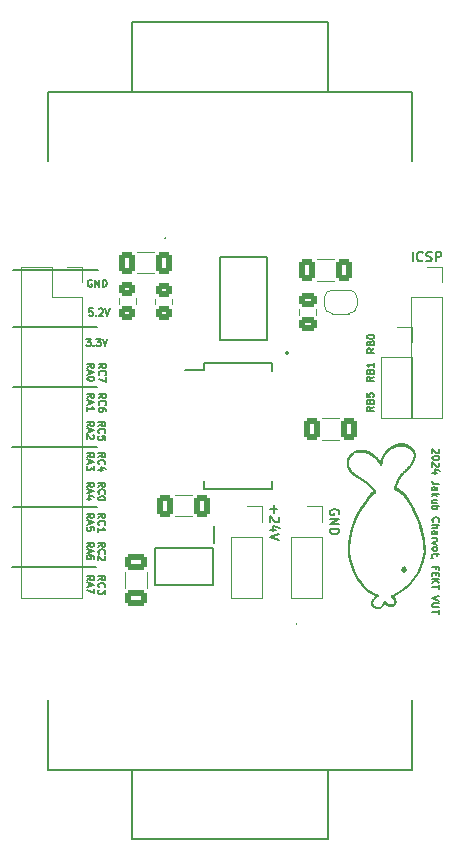
<source format=gto>
G04 #@! TF.GenerationSoftware,KiCad,Pcbnew,7.0.10-7.0.10~ubuntu23.10.1*
G04 #@! TF.CreationDate,2024-03-11T19:26:56+01:00*
G04 #@! TF.ProjectId,peripherialModule,70657269-7068-4657-9269-616c4d6f6475,rev?*
G04 #@! TF.SameCoordinates,Original*
G04 #@! TF.FileFunction,Legend,Top*
G04 #@! TF.FilePolarity,Positive*
%FSLAX46Y46*%
G04 Gerber Fmt 4.6, Leading zero omitted, Abs format (unit mm)*
G04 Created by KiCad (PCBNEW 7.0.10-7.0.10~ubuntu23.10.1) date 2024-03-11 19:26:56*
%MOMM*%
%LPD*%
G01*
G04 APERTURE LIST*
G04 Aperture macros list*
%AMRoundRect*
0 Rectangle with rounded corners*
0 $1 Rounding radius*
0 $2 $3 $4 $5 $6 $7 $8 $9 X,Y pos of 4 corners*
0 Add a 4 corners polygon primitive as box body*
4,1,4,$2,$3,$4,$5,$6,$7,$8,$9,$2,$3,0*
0 Add four circle primitives for the rounded corners*
1,1,$1+$1,$2,$3*
1,1,$1+$1,$4,$5*
1,1,$1+$1,$6,$7*
1,1,$1+$1,$8,$9*
0 Add four rect primitives between the rounded corners*
20,1,$1+$1,$2,$3,$4,$5,0*
20,1,$1+$1,$4,$5,$6,$7,0*
20,1,$1+$1,$6,$7,$8,$9,0*
20,1,$1+$1,$8,$9,$2,$3,0*%
%AMFreePoly0*
4,1,19,0.500000,-0.750000,0.000000,-0.750000,0.000000,-0.744911,-0.071157,-0.744911,-0.207708,-0.704816,-0.327430,-0.627875,-0.420627,-0.520320,-0.479746,-0.390866,-0.500000,-0.250000,-0.500000,0.250000,-0.479746,0.390866,-0.420627,0.520320,-0.327430,0.627875,-0.207708,0.704816,-0.071157,0.744911,0.000000,0.744911,0.000000,0.750000,0.500000,0.750000,0.500000,-0.750000,0.500000,-0.750000,
$1*%
%AMFreePoly1*
4,1,19,0.000000,0.744911,0.071157,0.744911,0.207708,0.704816,0.327430,0.627875,0.420627,0.520320,0.479746,0.390866,0.500000,0.250000,0.500000,-0.250000,0.479746,-0.390866,0.420627,-0.520320,0.327430,-0.627875,0.207708,-0.704816,0.071157,-0.744911,0.000000,-0.744911,0.000000,-0.750000,-0.500000,-0.750000,-0.500000,0.750000,0.000000,0.750000,0.000000,0.744911,0.000000,0.744911,
$1*%
G04 Aperture macros list end*
%ADD10C,0.150000*%
%ADD11C,0.152400*%
%ADD12C,0.120000*%
%ADD13C,0.200000*%
%ADD14C,0.100000*%
%ADD15R,1.473200X0.889000*%
%ADD16R,1.473200X3.149600*%
%ADD17R,1.700000X1.700000*%
%ADD18O,1.700000X1.700000*%
%ADD19R,1.500000X1.500000*%
%ADD20C,1.500000*%
%ADD21C,4.800000*%
%ADD22RoundRect,0.250000X-0.412500X-0.650000X0.412500X-0.650000X0.412500X0.650000X-0.412500X0.650000X0*%
%ADD23R,0.650000X1.500000*%
%ADD24RoundRect,0.250000X-0.450000X0.350000X-0.450000X-0.350000X0.450000X-0.350000X0.450000X0.350000X0*%
%ADD25R,1.750000X0.450000*%
%ADD26RoundRect,0.250000X0.650000X-0.412500X0.650000X0.412500X-0.650000X0.412500X-0.650000X-0.412500X0*%
%ADD27RoundRect,0.250000X-0.475000X0.337500X-0.475000X-0.337500X0.475000X-0.337500X0.475000X0.337500X0*%
%ADD28FreePoly0,0.000000*%
%ADD29FreePoly1,0.000000*%
G04 APERTURE END LIST*
D10*
X220730066Y-88884360D02*
X220730066Y-89493884D01*
X220425304Y-89189122D02*
X221034828Y-89189122D01*
X221149114Y-89836740D02*
X221187209Y-89874836D01*
X221187209Y-89874836D02*
X221225304Y-89951026D01*
X221225304Y-89951026D02*
X221225304Y-90141502D01*
X221225304Y-90141502D02*
X221187209Y-90217693D01*
X221187209Y-90217693D02*
X221149114Y-90255788D01*
X221149114Y-90255788D02*
X221072923Y-90293883D01*
X221072923Y-90293883D02*
X220996733Y-90293883D01*
X220996733Y-90293883D02*
X220882447Y-90255788D01*
X220882447Y-90255788D02*
X220425304Y-89798645D01*
X220425304Y-89798645D02*
X220425304Y-90293883D01*
X220958638Y-90979598D02*
X220425304Y-90979598D01*
X221263400Y-90789122D02*
X220691971Y-90598645D01*
X220691971Y-90598645D02*
X220691971Y-91093884D01*
X221225304Y-91284360D02*
X220425304Y-91551027D01*
X220425304Y-91551027D02*
X221225304Y-91817693D01*
X226267209Y-89659007D02*
X226305304Y-89582817D01*
X226305304Y-89582817D02*
X226305304Y-89468531D01*
X226305304Y-89468531D02*
X226267209Y-89354245D01*
X226267209Y-89354245D02*
X226191019Y-89278055D01*
X226191019Y-89278055D02*
X226114828Y-89239960D01*
X226114828Y-89239960D02*
X225962447Y-89201864D01*
X225962447Y-89201864D02*
X225848161Y-89201864D01*
X225848161Y-89201864D02*
X225695780Y-89239960D01*
X225695780Y-89239960D02*
X225619590Y-89278055D01*
X225619590Y-89278055D02*
X225543400Y-89354245D01*
X225543400Y-89354245D02*
X225505304Y-89468531D01*
X225505304Y-89468531D02*
X225505304Y-89544722D01*
X225505304Y-89544722D02*
X225543400Y-89659007D01*
X225543400Y-89659007D02*
X225581495Y-89697103D01*
X225581495Y-89697103D02*
X225848161Y-89697103D01*
X225848161Y-89697103D02*
X225848161Y-89544722D01*
X225505304Y-90039960D02*
X226305304Y-90039960D01*
X226305304Y-90039960D02*
X225505304Y-90497103D01*
X225505304Y-90497103D02*
X226305304Y-90497103D01*
X225505304Y-90878055D02*
X226305304Y-90878055D01*
X226305304Y-90878055D02*
X226305304Y-91068531D01*
X226305304Y-91068531D02*
X226267209Y-91182817D01*
X226267209Y-91182817D02*
X226191019Y-91259007D01*
X226191019Y-91259007D02*
X226114828Y-91297102D01*
X226114828Y-91297102D02*
X225962447Y-91335198D01*
X225962447Y-91335198D02*
X225848161Y-91335198D01*
X225848161Y-91335198D02*
X225695780Y-91297102D01*
X225695780Y-91297102D02*
X225619590Y-91259007D01*
X225619590Y-91259007D02*
X225543400Y-91182817D01*
X225543400Y-91182817D02*
X225505304Y-91068531D01*
X225505304Y-91068531D02*
X225505304Y-90878055D01*
X232495960Y-68220295D02*
X232495960Y-67420295D01*
X233334055Y-68144104D02*
X233295959Y-68182200D01*
X233295959Y-68182200D02*
X233181674Y-68220295D01*
X233181674Y-68220295D02*
X233105483Y-68220295D01*
X233105483Y-68220295D02*
X232991197Y-68182200D01*
X232991197Y-68182200D02*
X232915007Y-68106009D01*
X232915007Y-68106009D02*
X232876912Y-68029819D01*
X232876912Y-68029819D02*
X232838816Y-67877438D01*
X232838816Y-67877438D02*
X232838816Y-67763152D01*
X232838816Y-67763152D02*
X232876912Y-67610771D01*
X232876912Y-67610771D02*
X232915007Y-67534580D01*
X232915007Y-67534580D02*
X232991197Y-67458390D01*
X232991197Y-67458390D02*
X233105483Y-67420295D01*
X233105483Y-67420295D02*
X233181674Y-67420295D01*
X233181674Y-67420295D02*
X233295959Y-67458390D01*
X233295959Y-67458390D02*
X233334055Y-67496485D01*
X233638816Y-68182200D02*
X233753102Y-68220295D01*
X233753102Y-68220295D02*
X233943578Y-68220295D01*
X233943578Y-68220295D02*
X234019769Y-68182200D01*
X234019769Y-68182200D02*
X234057864Y-68144104D01*
X234057864Y-68144104D02*
X234095959Y-68067914D01*
X234095959Y-68067914D02*
X234095959Y-67991723D01*
X234095959Y-67991723D02*
X234057864Y-67915533D01*
X234057864Y-67915533D02*
X234019769Y-67877438D01*
X234019769Y-67877438D02*
X233943578Y-67839342D01*
X233943578Y-67839342D02*
X233791197Y-67801247D01*
X233791197Y-67801247D02*
X233715007Y-67763152D01*
X233715007Y-67763152D02*
X233676912Y-67725057D01*
X233676912Y-67725057D02*
X233638816Y-67648866D01*
X233638816Y-67648866D02*
X233638816Y-67572676D01*
X233638816Y-67572676D02*
X233676912Y-67496485D01*
X233676912Y-67496485D02*
X233715007Y-67458390D01*
X233715007Y-67458390D02*
X233791197Y-67420295D01*
X233791197Y-67420295D02*
X233981674Y-67420295D01*
X233981674Y-67420295D02*
X234095959Y-67458390D01*
X234438817Y-68220295D02*
X234438817Y-67420295D01*
X234438817Y-67420295D02*
X234743579Y-67420295D01*
X234743579Y-67420295D02*
X234819769Y-67458390D01*
X234819769Y-67458390D02*
X234857864Y-67496485D01*
X234857864Y-67496485D02*
X234895960Y-67572676D01*
X234895960Y-67572676D02*
X234895960Y-67686961D01*
X234895960Y-67686961D02*
X234857864Y-67763152D01*
X234857864Y-67763152D02*
X234819769Y-67801247D01*
X234819769Y-67801247D02*
X234743579Y-67839342D01*
X234743579Y-67839342D02*
X234438817Y-67839342D01*
X229244603Y-75601286D02*
X228958889Y-75801286D01*
X229244603Y-75944143D02*
X228644603Y-75944143D01*
X228644603Y-75944143D02*
X228644603Y-75715572D01*
X228644603Y-75715572D02*
X228673174Y-75658429D01*
X228673174Y-75658429D02*
X228701746Y-75629858D01*
X228701746Y-75629858D02*
X228758889Y-75601286D01*
X228758889Y-75601286D02*
X228844603Y-75601286D01*
X228844603Y-75601286D02*
X228901746Y-75629858D01*
X228901746Y-75629858D02*
X228930317Y-75658429D01*
X228930317Y-75658429D02*
X228958889Y-75715572D01*
X228958889Y-75715572D02*
X228958889Y-75944143D01*
X228930317Y-75144143D02*
X228958889Y-75058429D01*
X228958889Y-75058429D02*
X228987460Y-75029858D01*
X228987460Y-75029858D02*
X229044603Y-75001286D01*
X229044603Y-75001286D02*
X229130317Y-75001286D01*
X229130317Y-75001286D02*
X229187460Y-75029858D01*
X229187460Y-75029858D02*
X229216032Y-75058429D01*
X229216032Y-75058429D02*
X229244603Y-75115572D01*
X229244603Y-75115572D02*
X229244603Y-75344143D01*
X229244603Y-75344143D02*
X228644603Y-75344143D01*
X228644603Y-75344143D02*
X228644603Y-75144143D01*
X228644603Y-75144143D02*
X228673174Y-75087001D01*
X228673174Y-75087001D02*
X228701746Y-75058429D01*
X228701746Y-75058429D02*
X228758889Y-75029858D01*
X228758889Y-75029858D02*
X228816032Y-75029858D01*
X228816032Y-75029858D02*
X228873174Y-75058429D01*
X228873174Y-75058429D02*
X228901746Y-75087001D01*
X228901746Y-75087001D02*
X228930317Y-75144143D01*
X228930317Y-75144143D02*
X228930317Y-75344143D01*
X228644603Y-74629858D02*
X228644603Y-74572715D01*
X228644603Y-74572715D02*
X228673174Y-74515572D01*
X228673174Y-74515572D02*
X228701746Y-74487001D01*
X228701746Y-74487001D02*
X228758889Y-74458429D01*
X228758889Y-74458429D02*
X228873174Y-74429858D01*
X228873174Y-74429858D02*
X229016032Y-74429858D01*
X229016032Y-74429858D02*
X229130317Y-74458429D01*
X229130317Y-74458429D02*
X229187460Y-74487001D01*
X229187460Y-74487001D02*
X229216032Y-74515572D01*
X229216032Y-74515572D02*
X229244603Y-74572715D01*
X229244603Y-74572715D02*
X229244603Y-74629858D01*
X229244603Y-74629858D02*
X229216032Y-74687001D01*
X229216032Y-74687001D02*
X229187460Y-74715572D01*
X229187460Y-74715572D02*
X229130317Y-74744143D01*
X229130317Y-74744143D02*
X229016032Y-74772715D01*
X229016032Y-74772715D02*
X228873174Y-74772715D01*
X228873174Y-74772715D02*
X228758889Y-74744143D01*
X228758889Y-74744143D02*
X228701746Y-74715572D01*
X228701746Y-74715572D02*
X228673174Y-74687001D01*
X228673174Y-74687001D02*
X228644603Y-74629858D01*
X229193803Y-80528886D02*
X228908089Y-80728886D01*
X229193803Y-80871743D02*
X228593803Y-80871743D01*
X228593803Y-80871743D02*
X228593803Y-80643172D01*
X228593803Y-80643172D02*
X228622374Y-80586029D01*
X228622374Y-80586029D02*
X228650946Y-80557458D01*
X228650946Y-80557458D02*
X228708089Y-80528886D01*
X228708089Y-80528886D02*
X228793803Y-80528886D01*
X228793803Y-80528886D02*
X228850946Y-80557458D01*
X228850946Y-80557458D02*
X228879517Y-80586029D01*
X228879517Y-80586029D02*
X228908089Y-80643172D01*
X228908089Y-80643172D02*
X228908089Y-80871743D01*
X228879517Y-80071743D02*
X228908089Y-79986029D01*
X228908089Y-79986029D02*
X228936660Y-79957458D01*
X228936660Y-79957458D02*
X228993803Y-79928886D01*
X228993803Y-79928886D02*
X229079517Y-79928886D01*
X229079517Y-79928886D02*
X229136660Y-79957458D01*
X229136660Y-79957458D02*
X229165232Y-79986029D01*
X229165232Y-79986029D02*
X229193803Y-80043172D01*
X229193803Y-80043172D02*
X229193803Y-80271743D01*
X229193803Y-80271743D02*
X228593803Y-80271743D01*
X228593803Y-80271743D02*
X228593803Y-80071743D01*
X228593803Y-80071743D02*
X228622374Y-80014601D01*
X228622374Y-80014601D02*
X228650946Y-79986029D01*
X228650946Y-79986029D02*
X228708089Y-79957458D01*
X228708089Y-79957458D02*
X228765232Y-79957458D01*
X228765232Y-79957458D02*
X228822374Y-79986029D01*
X228822374Y-79986029D02*
X228850946Y-80014601D01*
X228850946Y-80014601D02*
X228879517Y-80071743D01*
X228879517Y-80071743D02*
X228879517Y-80271743D01*
X228593803Y-79386029D02*
X228593803Y-79671743D01*
X228593803Y-79671743D02*
X228879517Y-79700315D01*
X228879517Y-79700315D02*
X228850946Y-79671743D01*
X228850946Y-79671743D02*
X228822374Y-79614601D01*
X228822374Y-79614601D02*
X228822374Y-79471743D01*
X228822374Y-79471743D02*
X228850946Y-79414601D01*
X228850946Y-79414601D02*
X228879517Y-79386029D01*
X228879517Y-79386029D02*
X228936660Y-79357458D01*
X228936660Y-79357458D02*
X229079517Y-79357458D01*
X229079517Y-79357458D02*
X229136660Y-79386029D01*
X229136660Y-79386029D02*
X229165232Y-79414601D01*
X229165232Y-79414601D02*
X229193803Y-79471743D01*
X229193803Y-79471743D02*
X229193803Y-79614601D01*
X229193803Y-79614601D02*
X229165232Y-79671743D01*
X229165232Y-79671743D02*
X229136660Y-79700315D01*
X229193803Y-77988886D02*
X228908089Y-78188886D01*
X229193803Y-78331743D02*
X228593803Y-78331743D01*
X228593803Y-78331743D02*
X228593803Y-78103172D01*
X228593803Y-78103172D02*
X228622374Y-78046029D01*
X228622374Y-78046029D02*
X228650946Y-78017458D01*
X228650946Y-78017458D02*
X228708089Y-77988886D01*
X228708089Y-77988886D02*
X228793803Y-77988886D01*
X228793803Y-77988886D02*
X228850946Y-78017458D01*
X228850946Y-78017458D02*
X228879517Y-78046029D01*
X228879517Y-78046029D02*
X228908089Y-78103172D01*
X228908089Y-78103172D02*
X228908089Y-78331743D01*
X228879517Y-77531743D02*
X228908089Y-77446029D01*
X228908089Y-77446029D02*
X228936660Y-77417458D01*
X228936660Y-77417458D02*
X228993803Y-77388886D01*
X228993803Y-77388886D02*
X229079517Y-77388886D01*
X229079517Y-77388886D02*
X229136660Y-77417458D01*
X229136660Y-77417458D02*
X229165232Y-77446029D01*
X229165232Y-77446029D02*
X229193803Y-77503172D01*
X229193803Y-77503172D02*
X229193803Y-77731743D01*
X229193803Y-77731743D02*
X228593803Y-77731743D01*
X228593803Y-77731743D02*
X228593803Y-77531743D01*
X228593803Y-77531743D02*
X228622374Y-77474601D01*
X228622374Y-77474601D02*
X228650946Y-77446029D01*
X228650946Y-77446029D02*
X228708089Y-77417458D01*
X228708089Y-77417458D02*
X228765232Y-77417458D01*
X228765232Y-77417458D02*
X228822374Y-77446029D01*
X228822374Y-77446029D02*
X228850946Y-77474601D01*
X228850946Y-77474601D02*
X228879517Y-77531743D01*
X228879517Y-77531743D02*
X228879517Y-77731743D01*
X229193803Y-76817458D02*
X229193803Y-77160315D01*
X229193803Y-76988886D02*
X228593803Y-76988886D01*
X228593803Y-76988886D02*
X228679517Y-77046029D01*
X228679517Y-77046029D02*
X228736660Y-77103172D01*
X228736660Y-77103172D02*
X228765232Y-77160315D01*
X198602600Y-83921600D02*
X205765400Y-83921600D01*
X198653400Y-73761600D02*
X205816200Y-73761600D01*
X198678800Y-68935600D02*
X205841600Y-68935600D01*
X198551800Y-94081600D02*
X205714600Y-94081600D01*
X198653400Y-78892400D02*
X205816200Y-78892400D01*
X198653400Y-89001600D02*
X205816200Y-89001600D01*
X205923628Y-79781598D02*
X206209342Y-79581598D01*
X205923628Y-79438741D02*
X206523628Y-79438741D01*
X206523628Y-79438741D02*
X206523628Y-79667312D01*
X206523628Y-79667312D02*
X206495057Y-79724455D01*
X206495057Y-79724455D02*
X206466485Y-79753026D01*
X206466485Y-79753026D02*
X206409342Y-79781598D01*
X206409342Y-79781598D02*
X206323628Y-79781598D01*
X206323628Y-79781598D02*
X206266485Y-79753026D01*
X206266485Y-79753026D02*
X206237914Y-79724455D01*
X206237914Y-79724455D02*
X206209342Y-79667312D01*
X206209342Y-79667312D02*
X206209342Y-79438741D01*
X205980771Y-80381598D02*
X205952200Y-80353026D01*
X205952200Y-80353026D02*
X205923628Y-80267312D01*
X205923628Y-80267312D02*
X205923628Y-80210169D01*
X205923628Y-80210169D02*
X205952200Y-80124455D01*
X205952200Y-80124455D02*
X206009342Y-80067312D01*
X206009342Y-80067312D02*
X206066485Y-80038741D01*
X206066485Y-80038741D02*
X206180771Y-80010169D01*
X206180771Y-80010169D02*
X206266485Y-80010169D01*
X206266485Y-80010169D02*
X206380771Y-80038741D01*
X206380771Y-80038741D02*
X206437914Y-80067312D01*
X206437914Y-80067312D02*
X206495057Y-80124455D01*
X206495057Y-80124455D02*
X206523628Y-80210169D01*
X206523628Y-80210169D02*
X206523628Y-80267312D01*
X206523628Y-80267312D02*
X206495057Y-80353026D01*
X206495057Y-80353026D02*
X206466485Y-80381598D01*
X206523628Y-80895884D02*
X206523628Y-80781598D01*
X206523628Y-80781598D02*
X206495057Y-80724455D01*
X206495057Y-80724455D02*
X206466485Y-80695884D01*
X206466485Y-80695884D02*
X206380771Y-80638741D01*
X206380771Y-80638741D02*
X206266485Y-80610169D01*
X206266485Y-80610169D02*
X206037914Y-80610169D01*
X206037914Y-80610169D02*
X205980771Y-80638741D01*
X205980771Y-80638741D02*
X205952200Y-80667312D01*
X205952200Y-80667312D02*
X205923628Y-80724455D01*
X205923628Y-80724455D02*
X205923628Y-80838741D01*
X205923628Y-80838741D02*
X205952200Y-80895884D01*
X205952200Y-80895884D02*
X205980771Y-80924455D01*
X205980771Y-80924455D02*
X206037914Y-80953026D01*
X206037914Y-80953026D02*
X206180771Y-80953026D01*
X206180771Y-80953026D02*
X206237914Y-80924455D01*
X206237914Y-80924455D02*
X206266485Y-80895884D01*
X206266485Y-80895884D02*
X206295057Y-80838741D01*
X206295057Y-80838741D02*
X206295057Y-80724455D01*
X206295057Y-80724455D02*
X206266485Y-80667312D01*
X206266485Y-80667312D02*
X206237914Y-80638741D01*
X206237914Y-80638741D02*
X206180771Y-80610169D01*
X204957628Y-79781598D02*
X205243342Y-79581598D01*
X204957628Y-79438741D02*
X205557628Y-79438741D01*
X205557628Y-79438741D02*
X205557628Y-79667312D01*
X205557628Y-79667312D02*
X205529057Y-79724455D01*
X205529057Y-79724455D02*
X205500485Y-79753026D01*
X205500485Y-79753026D02*
X205443342Y-79781598D01*
X205443342Y-79781598D02*
X205357628Y-79781598D01*
X205357628Y-79781598D02*
X205300485Y-79753026D01*
X205300485Y-79753026D02*
X205271914Y-79724455D01*
X205271914Y-79724455D02*
X205243342Y-79667312D01*
X205243342Y-79667312D02*
X205243342Y-79438741D01*
X205129057Y-80010169D02*
X205129057Y-80295884D01*
X204957628Y-79953026D02*
X205557628Y-80153026D01*
X205557628Y-80153026D02*
X204957628Y-80353026D01*
X204957628Y-80867312D02*
X204957628Y-80524455D01*
X204957628Y-80695884D02*
X205557628Y-80695884D01*
X205557628Y-80695884D02*
X205471914Y-80638741D01*
X205471914Y-80638741D02*
X205414771Y-80581598D01*
X205414771Y-80581598D02*
X205386200Y-80524455D01*
X205872828Y-87299998D02*
X206158542Y-87099998D01*
X205872828Y-86957141D02*
X206472828Y-86957141D01*
X206472828Y-86957141D02*
X206472828Y-87185712D01*
X206472828Y-87185712D02*
X206444257Y-87242855D01*
X206444257Y-87242855D02*
X206415685Y-87271426D01*
X206415685Y-87271426D02*
X206358542Y-87299998D01*
X206358542Y-87299998D02*
X206272828Y-87299998D01*
X206272828Y-87299998D02*
X206215685Y-87271426D01*
X206215685Y-87271426D02*
X206187114Y-87242855D01*
X206187114Y-87242855D02*
X206158542Y-87185712D01*
X206158542Y-87185712D02*
X206158542Y-86957141D01*
X205929971Y-87899998D02*
X205901400Y-87871426D01*
X205901400Y-87871426D02*
X205872828Y-87785712D01*
X205872828Y-87785712D02*
X205872828Y-87728569D01*
X205872828Y-87728569D02*
X205901400Y-87642855D01*
X205901400Y-87642855D02*
X205958542Y-87585712D01*
X205958542Y-87585712D02*
X206015685Y-87557141D01*
X206015685Y-87557141D02*
X206129971Y-87528569D01*
X206129971Y-87528569D02*
X206215685Y-87528569D01*
X206215685Y-87528569D02*
X206329971Y-87557141D01*
X206329971Y-87557141D02*
X206387114Y-87585712D01*
X206387114Y-87585712D02*
X206444257Y-87642855D01*
X206444257Y-87642855D02*
X206472828Y-87728569D01*
X206472828Y-87728569D02*
X206472828Y-87785712D01*
X206472828Y-87785712D02*
X206444257Y-87871426D01*
X206444257Y-87871426D02*
X206415685Y-87899998D01*
X206472828Y-88271426D02*
X206472828Y-88328569D01*
X206472828Y-88328569D02*
X206444257Y-88385712D01*
X206444257Y-88385712D02*
X206415685Y-88414284D01*
X206415685Y-88414284D02*
X206358542Y-88442855D01*
X206358542Y-88442855D02*
X206244257Y-88471426D01*
X206244257Y-88471426D02*
X206101400Y-88471426D01*
X206101400Y-88471426D02*
X205987114Y-88442855D01*
X205987114Y-88442855D02*
X205929971Y-88414284D01*
X205929971Y-88414284D02*
X205901400Y-88385712D01*
X205901400Y-88385712D02*
X205872828Y-88328569D01*
X205872828Y-88328569D02*
X205872828Y-88271426D01*
X205872828Y-88271426D02*
X205901400Y-88214284D01*
X205901400Y-88214284D02*
X205929971Y-88185712D01*
X205929971Y-88185712D02*
X205987114Y-88157141D01*
X205987114Y-88157141D02*
X206101400Y-88128569D01*
X206101400Y-88128569D02*
X206244257Y-88128569D01*
X206244257Y-88128569D02*
X206358542Y-88157141D01*
X206358542Y-88157141D02*
X206415685Y-88185712D01*
X206415685Y-88185712D02*
X206444257Y-88214284D01*
X206444257Y-88214284D02*
X206472828Y-88271426D01*
X204906828Y-87299998D02*
X205192542Y-87099998D01*
X204906828Y-86957141D02*
X205506828Y-86957141D01*
X205506828Y-86957141D02*
X205506828Y-87185712D01*
X205506828Y-87185712D02*
X205478257Y-87242855D01*
X205478257Y-87242855D02*
X205449685Y-87271426D01*
X205449685Y-87271426D02*
X205392542Y-87299998D01*
X205392542Y-87299998D02*
X205306828Y-87299998D01*
X205306828Y-87299998D02*
X205249685Y-87271426D01*
X205249685Y-87271426D02*
X205221114Y-87242855D01*
X205221114Y-87242855D02*
X205192542Y-87185712D01*
X205192542Y-87185712D02*
X205192542Y-86957141D01*
X205078257Y-87528569D02*
X205078257Y-87814284D01*
X204906828Y-87471426D02*
X205506828Y-87671426D01*
X205506828Y-87671426D02*
X204906828Y-87871426D01*
X205306828Y-88328570D02*
X204906828Y-88328570D01*
X205535400Y-88185712D02*
X205106828Y-88042855D01*
X205106828Y-88042855D02*
X205106828Y-88414284D01*
X205330626Y-69806942D02*
X205273484Y-69778371D01*
X205273484Y-69778371D02*
X205187769Y-69778371D01*
X205187769Y-69778371D02*
X205102055Y-69806942D01*
X205102055Y-69806942D02*
X205044912Y-69864085D01*
X205044912Y-69864085D02*
X205016341Y-69921228D01*
X205016341Y-69921228D02*
X204987769Y-70035514D01*
X204987769Y-70035514D02*
X204987769Y-70121228D01*
X204987769Y-70121228D02*
X205016341Y-70235514D01*
X205016341Y-70235514D02*
X205044912Y-70292657D01*
X205044912Y-70292657D02*
X205102055Y-70349800D01*
X205102055Y-70349800D02*
X205187769Y-70378371D01*
X205187769Y-70378371D02*
X205244912Y-70378371D01*
X205244912Y-70378371D02*
X205330626Y-70349800D01*
X205330626Y-70349800D02*
X205359198Y-70321228D01*
X205359198Y-70321228D02*
X205359198Y-70121228D01*
X205359198Y-70121228D02*
X205244912Y-70121228D01*
X205616341Y-70378371D02*
X205616341Y-69778371D01*
X205616341Y-69778371D02*
X205959198Y-70378371D01*
X205959198Y-70378371D02*
X205959198Y-69778371D01*
X206244912Y-70378371D02*
X206244912Y-69778371D01*
X206244912Y-69778371D02*
X206387769Y-69778371D01*
X206387769Y-69778371D02*
X206473483Y-69806942D01*
X206473483Y-69806942D02*
X206530626Y-69864085D01*
X206530626Y-69864085D02*
X206559197Y-69921228D01*
X206559197Y-69921228D02*
X206587769Y-70035514D01*
X206587769Y-70035514D02*
X206587769Y-70121228D01*
X206587769Y-70121228D02*
X206559197Y-70235514D01*
X206559197Y-70235514D02*
X206530626Y-70292657D01*
X206530626Y-70292657D02*
X206473483Y-70349800D01*
X206473483Y-70349800D02*
X206387769Y-70378371D01*
X206387769Y-70378371D02*
X206244912Y-70378371D01*
X234710485Y-84134569D02*
X234739057Y-84163141D01*
X234739057Y-84163141D02*
X234767628Y-84220284D01*
X234767628Y-84220284D02*
X234767628Y-84363141D01*
X234767628Y-84363141D02*
X234739057Y-84420284D01*
X234739057Y-84420284D02*
X234710485Y-84448855D01*
X234710485Y-84448855D02*
X234653342Y-84477426D01*
X234653342Y-84477426D02*
X234596200Y-84477426D01*
X234596200Y-84477426D02*
X234510485Y-84448855D01*
X234510485Y-84448855D02*
X234167628Y-84105998D01*
X234167628Y-84105998D02*
X234167628Y-84477426D01*
X234767628Y-84848855D02*
X234767628Y-84905998D01*
X234767628Y-84905998D02*
X234739057Y-84963141D01*
X234739057Y-84963141D02*
X234710485Y-84991713D01*
X234710485Y-84991713D02*
X234653342Y-85020284D01*
X234653342Y-85020284D02*
X234539057Y-85048855D01*
X234539057Y-85048855D02*
X234396200Y-85048855D01*
X234396200Y-85048855D02*
X234281914Y-85020284D01*
X234281914Y-85020284D02*
X234224771Y-84991713D01*
X234224771Y-84991713D02*
X234196200Y-84963141D01*
X234196200Y-84963141D02*
X234167628Y-84905998D01*
X234167628Y-84905998D02*
X234167628Y-84848855D01*
X234167628Y-84848855D02*
X234196200Y-84791713D01*
X234196200Y-84791713D02*
X234224771Y-84763141D01*
X234224771Y-84763141D02*
X234281914Y-84734570D01*
X234281914Y-84734570D02*
X234396200Y-84705998D01*
X234396200Y-84705998D02*
X234539057Y-84705998D01*
X234539057Y-84705998D02*
X234653342Y-84734570D01*
X234653342Y-84734570D02*
X234710485Y-84763141D01*
X234710485Y-84763141D02*
X234739057Y-84791713D01*
X234739057Y-84791713D02*
X234767628Y-84848855D01*
X234710485Y-85277427D02*
X234739057Y-85305999D01*
X234739057Y-85305999D02*
X234767628Y-85363142D01*
X234767628Y-85363142D02*
X234767628Y-85505999D01*
X234767628Y-85505999D02*
X234739057Y-85563142D01*
X234739057Y-85563142D02*
X234710485Y-85591713D01*
X234710485Y-85591713D02*
X234653342Y-85620284D01*
X234653342Y-85620284D02*
X234596200Y-85620284D01*
X234596200Y-85620284D02*
X234510485Y-85591713D01*
X234510485Y-85591713D02*
X234167628Y-85248856D01*
X234167628Y-85248856D02*
X234167628Y-85620284D01*
X234567628Y-86134571D02*
X234167628Y-86134571D01*
X234796200Y-85991713D02*
X234367628Y-85848856D01*
X234367628Y-85848856D02*
X234367628Y-86220285D01*
X234767628Y-87077428D02*
X234339057Y-87077428D01*
X234339057Y-87077428D02*
X234253342Y-87048857D01*
X234253342Y-87048857D02*
X234196200Y-86991714D01*
X234196200Y-86991714D02*
X234167628Y-86906000D01*
X234167628Y-86906000D02*
X234167628Y-86848857D01*
X234167628Y-87620286D02*
X234481914Y-87620286D01*
X234481914Y-87620286D02*
X234539057Y-87591714D01*
X234539057Y-87591714D02*
X234567628Y-87534571D01*
X234567628Y-87534571D02*
X234567628Y-87420286D01*
X234567628Y-87420286D02*
X234539057Y-87363143D01*
X234196200Y-87620286D02*
X234167628Y-87563143D01*
X234167628Y-87563143D02*
X234167628Y-87420286D01*
X234167628Y-87420286D02*
X234196200Y-87363143D01*
X234196200Y-87363143D02*
X234253342Y-87334571D01*
X234253342Y-87334571D02*
X234310485Y-87334571D01*
X234310485Y-87334571D02*
X234367628Y-87363143D01*
X234367628Y-87363143D02*
X234396200Y-87420286D01*
X234396200Y-87420286D02*
X234396200Y-87563143D01*
X234396200Y-87563143D02*
X234424771Y-87620286D01*
X234167628Y-87906000D02*
X234767628Y-87906000D01*
X234396200Y-87963143D02*
X234167628Y-88134571D01*
X234567628Y-88134571D02*
X234339057Y-87906000D01*
X234567628Y-88648857D02*
X234167628Y-88648857D01*
X234567628Y-88391714D02*
X234253342Y-88391714D01*
X234253342Y-88391714D02*
X234196200Y-88420285D01*
X234196200Y-88420285D02*
X234167628Y-88477428D01*
X234167628Y-88477428D02*
X234167628Y-88563142D01*
X234167628Y-88563142D02*
X234196200Y-88620285D01*
X234196200Y-88620285D02*
X234224771Y-88648857D01*
X234167628Y-88934571D02*
X234767628Y-88934571D01*
X234539057Y-88934571D02*
X234567628Y-88991714D01*
X234567628Y-88991714D02*
X234567628Y-89105999D01*
X234567628Y-89105999D02*
X234539057Y-89163142D01*
X234539057Y-89163142D02*
X234510485Y-89191714D01*
X234510485Y-89191714D02*
X234453342Y-89220285D01*
X234453342Y-89220285D02*
X234281914Y-89220285D01*
X234281914Y-89220285D02*
X234224771Y-89191714D01*
X234224771Y-89191714D02*
X234196200Y-89163142D01*
X234196200Y-89163142D02*
X234167628Y-89105999D01*
X234167628Y-89105999D02*
X234167628Y-88991714D01*
X234167628Y-88991714D02*
X234196200Y-88934571D01*
X234224771Y-90277428D02*
X234196200Y-90248856D01*
X234196200Y-90248856D02*
X234167628Y-90163142D01*
X234167628Y-90163142D02*
X234167628Y-90105999D01*
X234167628Y-90105999D02*
X234196200Y-90020285D01*
X234196200Y-90020285D02*
X234253342Y-89963142D01*
X234253342Y-89963142D02*
X234310485Y-89934571D01*
X234310485Y-89934571D02*
X234424771Y-89905999D01*
X234424771Y-89905999D02*
X234510485Y-89905999D01*
X234510485Y-89905999D02*
X234624771Y-89934571D01*
X234624771Y-89934571D02*
X234681914Y-89963142D01*
X234681914Y-89963142D02*
X234739057Y-90020285D01*
X234739057Y-90020285D02*
X234767628Y-90105999D01*
X234767628Y-90105999D02*
X234767628Y-90163142D01*
X234767628Y-90163142D02*
X234739057Y-90248856D01*
X234739057Y-90248856D02*
X234710485Y-90277428D01*
X234167628Y-90534571D02*
X234767628Y-90534571D01*
X234167628Y-90791714D02*
X234481914Y-90791714D01*
X234481914Y-90791714D02*
X234539057Y-90763142D01*
X234539057Y-90763142D02*
X234567628Y-90705999D01*
X234567628Y-90705999D02*
X234567628Y-90620285D01*
X234567628Y-90620285D02*
X234539057Y-90563142D01*
X234539057Y-90563142D02*
X234510485Y-90534571D01*
X234167628Y-91334571D02*
X234481914Y-91334571D01*
X234481914Y-91334571D02*
X234539057Y-91305999D01*
X234539057Y-91305999D02*
X234567628Y-91248856D01*
X234567628Y-91248856D02*
X234567628Y-91134571D01*
X234567628Y-91134571D02*
X234539057Y-91077428D01*
X234196200Y-91334571D02*
X234167628Y-91277428D01*
X234167628Y-91277428D02*
X234167628Y-91134571D01*
X234167628Y-91134571D02*
X234196200Y-91077428D01*
X234196200Y-91077428D02*
X234253342Y-91048856D01*
X234253342Y-91048856D02*
X234310485Y-91048856D01*
X234310485Y-91048856D02*
X234367628Y-91077428D01*
X234367628Y-91077428D02*
X234396200Y-91134571D01*
X234396200Y-91134571D02*
X234396200Y-91277428D01*
X234396200Y-91277428D02*
X234424771Y-91334571D01*
X234167628Y-91620285D02*
X234567628Y-91620285D01*
X234453342Y-91620285D02*
X234510485Y-91648856D01*
X234510485Y-91648856D02*
X234539057Y-91677428D01*
X234539057Y-91677428D02*
X234567628Y-91734570D01*
X234567628Y-91734570D02*
X234567628Y-91791713D01*
X234567628Y-91934571D02*
X234167628Y-92077428D01*
X234167628Y-92077428D02*
X234567628Y-92220285D01*
X234167628Y-92534571D02*
X234196200Y-92477428D01*
X234196200Y-92477428D02*
X234224771Y-92448857D01*
X234224771Y-92448857D02*
X234281914Y-92420285D01*
X234281914Y-92420285D02*
X234453342Y-92420285D01*
X234453342Y-92420285D02*
X234510485Y-92448857D01*
X234510485Y-92448857D02*
X234539057Y-92477428D01*
X234539057Y-92477428D02*
X234567628Y-92534571D01*
X234567628Y-92534571D02*
X234567628Y-92620285D01*
X234567628Y-92620285D02*
X234539057Y-92677428D01*
X234539057Y-92677428D02*
X234510485Y-92706000D01*
X234510485Y-92706000D02*
X234453342Y-92734571D01*
X234453342Y-92734571D02*
X234281914Y-92734571D01*
X234281914Y-92734571D02*
X234224771Y-92706000D01*
X234224771Y-92706000D02*
X234196200Y-92677428D01*
X234196200Y-92677428D02*
X234167628Y-92620285D01*
X234167628Y-92620285D02*
X234167628Y-92534571D01*
X234567628Y-92905999D02*
X234567628Y-93134571D01*
X234767628Y-92991714D02*
X234253342Y-92991714D01*
X234253342Y-92991714D02*
X234196200Y-93020285D01*
X234196200Y-93020285D02*
X234167628Y-93077428D01*
X234167628Y-93077428D02*
X234167628Y-93134571D01*
X234196200Y-93363142D02*
X234167628Y-93363142D01*
X234167628Y-93363142D02*
X234110485Y-93334571D01*
X234110485Y-93334571D02*
X234081914Y-93305999D01*
X234481914Y-94277428D02*
X234481914Y-94077428D01*
X234167628Y-94077428D02*
X234767628Y-94077428D01*
X234767628Y-94077428D02*
X234767628Y-94363142D01*
X234481914Y-94591714D02*
X234481914Y-94791714D01*
X234167628Y-94877428D02*
X234167628Y-94591714D01*
X234167628Y-94591714D02*
X234767628Y-94591714D01*
X234767628Y-94591714D02*
X234767628Y-94877428D01*
X234167628Y-95134571D02*
X234767628Y-95134571D01*
X234167628Y-95477428D02*
X234510485Y-95220285D01*
X234767628Y-95477428D02*
X234424771Y-95134571D01*
X234767628Y-95648856D02*
X234767628Y-95991714D01*
X234167628Y-95820285D02*
X234767628Y-95820285D01*
X234767628Y-96563142D02*
X234167628Y-96763142D01*
X234167628Y-96763142D02*
X234767628Y-96963142D01*
X234767628Y-97163143D02*
X234281914Y-97163143D01*
X234281914Y-97163143D02*
X234224771Y-97191714D01*
X234224771Y-97191714D02*
X234196200Y-97220286D01*
X234196200Y-97220286D02*
X234167628Y-97277428D01*
X234167628Y-97277428D02*
X234167628Y-97391714D01*
X234167628Y-97391714D02*
X234196200Y-97448857D01*
X234196200Y-97448857D02*
X234224771Y-97477428D01*
X234224771Y-97477428D02*
X234281914Y-97506000D01*
X234281914Y-97506000D02*
X234767628Y-97506000D01*
X234767628Y-97705999D02*
X234767628Y-98048857D01*
X234167628Y-97877428D02*
X234767628Y-97877428D01*
X205923628Y-77241598D02*
X206209342Y-77041598D01*
X205923628Y-76898741D02*
X206523628Y-76898741D01*
X206523628Y-76898741D02*
X206523628Y-77127312D01*
X206523628Y-77127312D02*
X206495057Y-77184455D01*
X206495057Y-77184455D02*
X206466485Y-77213026D01*
X206466485Y-77213026D02*
X206409342Y-77241598D01*
X206409342Y-77241598D02*
X206323628Y-77241598D01*
X206323628Y-77241598D02*
X206266485Y-77213026D01*
X206266485Y-77213026D02*
X206237914Y-77184455D01*
X206237914Y-77184455D02*
X206209342Y-77127312D01*
X206209342Y-77127312D02*
X206209342Y-76898741D01*
X205980771Y-77841598D02*
X205952200Y-77813026D01*
X205952200Y-77813026D02*
X205923628Y-77727312D01*
X205923628Y-77727312D02*
X205923628Y-77670169D01*
X205923628Y-77670169D02*
X205952200Y-77584455D01*
X205952200Y-77584455D02*
X206009342Y-77527312D01*
X206009342Y-77527312D02*
X206066485Y-77498741D01*
X206066485Y-77498741D02*
X206180771Y-77470169D01*
X206180771Y-77470169D02*
X206266485Y-77470169D01*
X206266485Y-77470169D02*
X206380771Y-77498741D01*
X206380771Y-77498741D02*
X206437914Y-77527312D01*
X206437914Y-77527312D02*
X206495057Y-77584455D01*
X206495057Y-77584455D02*
X206523628Y-77670169D01*
X206523628Y-77670169D02*
X206523628Y-77727312D01*
X206523628Y-77727312D02*
X206495057Y-77813026D01*
X206495057Y-77813026D02*
X206466485Y-77841598D01*
X206523628Y-78041598D02*
X206523628Y-78441598D01*
X206523628Y-78441598D02*
X205923628Y-78184455D01*
X204957628Y-77241598D02*
X205243342Y-77041598D01*
X204957628Y-76898741D02*
X205557628Y-76898741D01*
X205557628Y-76898741D02*
X205557628Y-77127312D01*
X205557628Y-77127312D02*
X205529057Y-77184455D01*
X205529057Y-77184455D02*
X205500485Y-77213026D01*
X205500485Y-77213026D02*
X205443342Y-77241598D01*
X205443342Y-77241598D02*
X205357628Y-77241598D01*
X205357628Y-77241598D02*
X205300485Y-77213026D01*
X205300485Y-77213026D02*
X205271914Y-77184455D01*
X205271914Y-77184455D02*
X205243342Y-77127312D01*
X205243342Y-77127312D02*
X205243342Y-76898741D01*
X205129057Y-77470169D02*
X205129057Y-77755884D01*
X204957628Y-77413026D02*
X205557628Y-77613026D01*
X205557628Y-77613026D02*
X204957628Y-77813026D01*
X205557628Y-78127312D02*
X205557628Y-78184455D01*
X205557628Y-78184455D02*
X205529057Y-78241598D01*
X205529057Y-78241598D02*
X205500485Y-78270170D01*
X205500485Y-78270170D02*
X205443342Y-78298741D01*
X205443342Y-78298741D02*
X205329057Y-78327312D01*
X205329057Y-78327312D02*
X205186200Y-78327312D01*
X205186200Y-78327312D02*
X205071914Y-78298741D01*
X205071914Y-78298741D02*
X205014771Y-78270170D01*
X205014771Y-78270170D02*
X204986200Y-78241598D01*
X204986200Y-78241598D02*
X204957628Y-78184455D01*
X204957628Y-78184455D02*
X204957628Y-78127312D01*
X204957628Y-78127312D02*
X204986200Y-78070170D01*
X204986200Y-78070170D02*
X205014771Y-78041598D01*
X205014771Y-78041598D02*
X205071914Y-78013027D01*
X205071914Y-78013027D02*
X205186200Y-77984455D01*
X205186200Y-77984455D02*
X205329057Y-77984455D01*
X205329057Y-77984455D02*
X205443342Y-78013027D01*
X205443342Y-78013027D02*
X205500485Y-78041598D01*
X205500485Y-78041598D02*
X205529057Y-78070170D01*
X205529057Y-78070170D02*
X205557628Y-78127312D01*
X205872828Y-89941598D02*
X206158542Y-89741598D01*
X205872828Y-89598741D02*
X206472828Y-89598741D01*
X206472828Y-89598741D02*
X206472828Y-89827312D01*
X206472828Y-89827312D02*
X206444257Y-89884455D01*
X206444257Y-89884455D02*
X206415685Y-89913026D01*
X206415685Y-89913026D02*
X206358542Y-89941598D01*
X206358542Y-89941598D02*
X206272828Y-89941598D01*
X206272828Y-89941598D02*
X206215685Y-89913026D01*
X206215685Y-89913026D02*
X206187114Y-89884455D01*
X206187114Y-89884455D02*
X206158542Y-89827312D01*
X206158542Y-89827312D02*
X206158542Y-89598741D01*
X205929971Y-90541598D02*
X205901400Y-90513026D01*
X205901400Y-90513026D02*
X205872828Y-90427312D01*
X205872828Y-90427312D02*
X205872828Y-90370169D01*
X205872828Y-90370169D02*
X205901400Y-90284455D01*
X205901400Y-90284455D02*
X205958542Y-90227312D01*
X205958542Y-90227312D02*
X206015685Y-90198741D01*
X206015685Y-90198741D02*
X206129971Y-90170169D01*
X206129971Y-90170169D02*
X206215685Y-90170169D01*
X206215685Y-90170169D02*
X206329971Y-90198741D01*
X206329971Y-90198741D02*
X206387114Y-90227312D01*
X206387114Y-90227312D02*
X206444257Y-90284455D01*
X206444257Y-90284455D02*
X206472828Y-90370169D01*
X206472828Y-90370169D02*
X206472828Y-90427312D01*
X206472828Y-90427312D02*
X206444257Y-90513026D01*
X206444257Y-90513026D02*
X206415685Y-90541598D01*
X205872828Y-91113026D02*
X205872828Y-90770169D01*
X205872828Y-90941598D02*
X206472828Y-90941598D01*
X206472828Y-90941598D02*
X206387114Y-90884455D01*
X206387114Y-90884455D02*
X206329971Y-90827312D01*
X206329971Y-90827312D02*
X206301400Y-90770169D01*
X204906828Y-89941598D02*
X205192542Y-89741598D01*
X204906828Y-89598741D02*
X205506828Y-89598741D01*
X205506828Y-89598741D02*
X205506828Y-89827312D01*
X205506828Y-89827312D02*
X205478257Y-89884455D01*
X205478257Y-89884455D02*
X205449685Y-89913026D01*
X205449685Y-89913026D02*
X205392542Y-89941598D01*
X205392542Y-89941598D02*
X205306828Y-89941598D01*
X205306828Y-89941598D02*
X205249685Y-89913026D01*
X205249685Y-89913026D02*
X205221114Y-89884455D01*
X205221114Y-89884455D02*
X205192542Y-89827312D01*
X205192542Y-89827312D02*
X205192542Y-89598741D01*
X205078257Y-90170169D02*
X205078257Y-90455884D01*
X204906828Y-90113026D02*
X205506828Y-90313026D01*
X205506828Y-90313026D02*
X204906828Y-90513026D01*
X205506828Y-90998741D02*
X205506828Y-90713027D01*
X205506828Y-90713027D02*
X205221114Y-90684455D01*
X205221114Y-90684455D02*
X205249685Y-90713027D01*
X205249685Y-90713027D02*
X205278257Y-90770170D01*
X205278257Y-90770170D02*
X205278257Y-90913027D01*
X205278257Y-90913027D02*
X205249685Y-90970170D01*
X205249685Y-90970170D02*
X205221114Y-90998741D01*
X205221114Y-90998741D02*
X205163971Y-91027312D01*
X205163971Y-91027312D02*
X205021114Y-91027312D01*
X205021114Y-91027312D02*
X204963971Y-90998741D01*
X204963971Y-90998741D02*
X204935400Y-90970170D01*
X204935400Y-90970170D02*
X204906828Y-90913027D01*
X204906828Y-90913027D02*
X204906828Y-90770170D01*
X204906828Y-90770170D02*
X204935400Y-90713027D01*
X204935400Y-90713027D02*
X204963971Y-90684455D01*
X205872828Y-92379998D02*
X206158542Y-92179998D01*
X205872828Y-92037141D02*
X206472828Y-92037141D01*
X206472828Y-92037141D02*
X206472828Y-92265712D01*
X206472828Y-92265712D02*
X206444257Y-92322855D01*
X206444257Y-92322855D02*
X206415685Y-92351426D01*
X206415685Y-92351426D02*
X206358542Y-92379998D01*
X206358542Y-92379998D02*
X206272828Y-92379998D01*
X206272828Y-92379998D02*
X206215685Y-92351426D01*
X206215685Y-92351426D02*
X206187114Y-92322855D01*
X206187114Y-92322855D02*
X206158542Y-92265712D01*
X206158542Y-92265712D02*
X206158542Y-92037141D01*
X205929971Y-92979998D02*
X205901400Y-92951426D01*
X205901400Y-92951426D02*
X205872828Y-92865712D01*
X205872828Y-92865712D02*
X205872828Y-92808569D01*
X205872828Y-92808569D02*
X205901400Y-92722855D01*
X205901400Y-92722855D02*
X205958542Y-92665712D01*
X205958542Y-92665712D02*
X206015685Y-92637141D01*
X206015685Y-92637141D02*
X206129971Y-92608569D01*
X206129971Y-92608569D02*
X206215685Y-92608569D01*
X206215685Y-92608569D02*
X206329971Y-92637141D01*
X206329971Y-92637141D02*
X206387114Y-92665712D01*
X206387114Y-92665712D02*
X206444257Y-92722855D01*
X206444257Y-92722855D02*
X206472828Y-92808569D01*
X206472828Y-92808569D02*
X206472828Y-92865712D01*
X206472828Y-92865712D02*
X206444257Y-92951426D01*
X206444257Y-92951426D02*
X206415685Y-92979998D01*
X206415685Y-93208569D02*
X206444257Y-93237141D01*
X206444257Y-93237141D02*
X206472828Y-93294284D01*
X206472828Y-93294284D02*
X206472828Y-93437141D01*
X206472828Y-93437141D02*
X206444257Y-93494284D01*
X206444257Y-93494284D02*
X206415685Y-93522855D01*
X206415685Y-93522855D02*
X206358542Y-93551426D01*
X206358542Y-93551426D02*
X206301400Y-93551426D01*
X206301400Y-93551426D02*
X206215685Y-93522855D01*
X206215685Y-93522855D02*
X205872828Y-93179998D01*
X205872828Y-93179998D02*
X205872828Y-93551426D01*
X204906828Y-92379998D02*
X205192542Y-92179998D01*
X204906828Y-92037141D02*
X205506828Y-92037141D01*
X205506828Y-92037141D02*
X205506828Y-92265712D01*
X205506828Y-92265712D02*
X205478257Y-92322855D01*
X205478257Y-92322855D02*
X205449685Y-92351426D01*
X205449685Y-92351426D02*
X205392542Y-92379998D01*
X205392542Y-92379998D02*
X205306828Y-92379998D01*
X205306828Y-92379998D02*
X205249685Y-92351426D01*
X205249685Y-92351426D02*
X205221114Y-92322855D01*
X205221114Y-92322855D02*
X205192542Y-92265712D01*
X205192542Y-92265712D02*
X205192542Y-92037141D01*
X205078257Y-92608569D02*
X205078257Y-92894284D01*
X204906828Y-92551426D02*
X205506828Y-92751426D01*
X205506828Y-92751426D02*
X204906828Y-92951426D01*
X205506828Y-93408570D02*
X205506828Y-93294284D01*
X205506828Y-93294284D02*
X205478257Y-93237141D01*
X205478257Y-93237141D02*
X205449685Y-93208570D01*
X205449685Y-93208570D02*
X205363971Y-93151427D01*
X205363971Y-93151427D02*
X205249685Y-93122855D01*
X205249685Y-93122855D02*
X205021114Y-93122855D01*
X205021114Y-93122855D02*
X204963971Y-93151427D01*
X204963971Y-93151427D02*
X204935400Y-93179998D01*
X204935400Y-93179998D02*
X204906828Y-93237141D01*
X204906828Y-93237141D02*
X204906828Y-93351427D01*
X204906828Y-93351427D02*
X204935400Y-93408570D01*
X204935400Y-93408570D02*
X204963971Y-93437141D01*
X204963971Y-93437141D02*
X205021114Y-93465712D01*
X205021114Y-93465712D02*
X205163971Y-93465712D01*
X205163971Y-93465712D02*
X205221114Y-93437141D01*
X205221114Y-93437141D02*
X205249685Y-93408570D01*
X205249685Y-93408570D02*
X205278257Y-93351427D01*
X205278257Y-93351427D02*
X205278257Y-93237141D01*
X205278257Y-93237141D02*
X205249685Y-93179998D01*
X205249685Y-93179998D02*
X205221114Y-93151427D01*
X205221114Y-93151427D02*
X205163971Y-93122855D01*
X205403655Y-72216771D02*
X205117941Y-72216771D01*
X205117941Y-72216771D02*
X205089369Y-72502485D01*
X205089369Y-72502485D02*
X205117941Y-72473914D01*
X205117941Y-72473914D02*
X205175084Y-72445342D01*
X205175084Y-72445342D02*
X205317941Y-72445342D01*
X205317941Y-72445342D02*
X205375084Y-72473914D01*
X205375084Y-72473914D02*
X205403655Y-72502485D01*
X205403655Y-72502485D02*
X205432226Y-72559628D01*
X205432226Y-72559628D02*
X205432226Y-72702485D01*
X205432226Y-72702485D02*
X205403655Y-72759628D01*
X205403655Y-72759628D02*
X205375084Y-72788200D01*
X205375084Y-72788200D02*
X205317941Y-72816771D01*
X205317941Y-72816771D02*
X205175084Y-72816771D01*
X205175084Y-72816771D02*
X205117941Y-72788200D01*
X205117941Y-72788200D02*
X205089369Y-72759628D01*
X205689370Y-72759628D02*
X205717941Y-72788200D01*
X205717941Y-72788200D02*
X205689370Y-72816771D01*
X205689370Y-72816771D02*
X205660798Y-72788200D01*
X205660798Y-72788200D02*
X205689370Y-72759628D01*
X205689370Y-72759628D02*
X205689370Y-72816771D01*
X205946512Y-72273914D02*
X205975084Y-72245342D01*
X205975084Y-72245342D02*
X206032227Y-72216771D01*
X206032227Y-72216771D02*
X206175084Y-72216771D01*
X206175084Y-72216771D02*
X206232227Y-72245342D01*
X206232227Y-72245342D02*
X206260798Y-72273914D01*
X206260798Y-72273914D02*
X206289369Y-72331057D01*
X206289369Y-72331057D02*
X206289369Y-72388200D01*
X206289369Y-72388200D02*
X206260798Y-72473914D01*
X206260798Y-72473914D02*
X205917941Y-72816771D01*
X205917941Y-72816771D02*
X206289369Y-72816771D01*
X206460798Y-72216771D02*
X206660798Y-72816771D01*
X206660798Y-72816771D02*
X206860798Y-72216771D01*
X205872828Y-95224798D02*
X206158542Y-95024798D01*
X205872828Y-94881941D02*
X206472828Y-94881941D01*
X206472828Y-94881941D02*
X206472828Y-95110512D01*
X206472828Y-95110512D02*
X206444257Y-95167655D01*
X206444257Y-95167655D02*
X206415685Y-95196226D01*
X206415685Y-95196226D02*
X206358542Y-95224798D01*
X206358542Y-95224798D02*
X206272828Y-95224798D01*
X206272828Y-95224798D02*
X206215685Y-95196226D01*
X206215685Y-95196226D02*
X206187114Y-95167655D01*
X206187114Y-95167655D02*
X206158542Y-95110512D01*
X206158542Y-95110512D02*
X206158542Y-94881941D01*
X205929971Y-95824798D02*
X205901400Y-95796226D01*
X205901400Y-95796226D02*
X205872828Y-95710512D01*
X205872828Y-95710512D02*
X205872828Y-95653369D01*
X205872828Y-95653369D02*
X205901400Y-95567655D01*
X205901400Y-95567655D02*
X205958542Y-95510512D01*
X205958542Y-95510512D02*
X206015685Y-95481941D01*
X206015685Y-95481941D02*
X206129971Y-95453369D01*
X206129971Y-95453369D02*
X206215685Y-95453369D01*
X206215685Y-95453369D02*
X206329971Y-95481941D01*
X206329971Y-95481941D02*
X206387114Y-95510512D01*
X206387114Y-95510512D02*
X206444257Y-95567655D01*
X206444257Y-95567655D02*
X206472828Y-95653369D01*
X206472828Y-95653369D02*
X206472828Y-95710512D01*
X206472828Y-95710512D02*
X206444257Y-95796226D01*
X206444257Y-95796226D02*
X206415685Y-95824798D01*
X206472828Y-96024798D02*
X206472828Y-96396226D01*
X206472828Y-96396226D02*
X206244257Y-96196226D01*
X206244257Y-96196226D02*
X206244257Y-96281941D01*
X206244257Y-96281941D02*
X206215685Y-96339084D01*
X206215685Y-96339084D02*
X206187114Y-96367655D01*
X206187114Y-96367655D02*
X206129971Y-96396226D01*
X206129971Y-96396226D02*
X205987114Y-96396226D01*
X205987114Y-96396226D02*
X205929971Y-96367655D01*
X205929971Y-96367655D02*
X205901400Y-96339084D01*
X205901400Y-96339084D02*
X205872828Y-96281941D01*
X205872828Y-96281941D02*
X205872828Y-96110512D01*
X205872828Y-96110512D02*
X205901400Y-96053369D01*
X205901400Y-96053369D02*
X205929971Y-96024798D01*
X204906828Y-95224798D02*
X205192542Y-95024798D01*
X204906828Y-94881941D02*
X205506828Y-94881941D01*
X205506828Y-94881941D02*
X205506828Y-95110512D01*
X205506828Y-95110512D02*
X205478257Y-95167655D01*
X205478257Y-95167655D02*
X205449685Y-95196226D01*
X205449685Y-95196226D02*
X205392542Y-95224798D01*
X205392542Y-95224798D02*
X205306828Y-95224798D01*
X205306828Y-95224798D02*
X205249685Y-95196226D01*
X205249685Y-95196226D02*
X205221114Y-95167655D01*
X205221114Y-95167655D02*
X205192542Y-95110512D01*
X205192542Y-95110512D02*
X205192542Y-94881941D01*
X205078257Y-95453369D02*
X205078257Y-95739084D01*
X204906828Y-95396226D02*
X205506828Y-95596226D01*
X205506828Y-95596226D02*
X204906828Y-95796226D01*
X205506828Y-95939084D02*
X205506828Y-96339084D01*
X205506828Y-96339084D02*
X204906828Y-96081941D01*
X205872828Y-84810798D02*
X206158542Y-84610798D01*
X205872828Y-84467941D02*
X206472828Y-84467941D01*
X206472828Y-84467941D02*
X206472828Y-84696512D01*
X206472828Y-84696512D02*
X206444257Y-84753655D01*
X206444257Y-84753655D02*
X206415685Y-84782226D01*
X206415685Y-84782226D02*
X206358542Y-84810798D01*
X206358542Y-84810798D02*
X206272828Y-84810798D01*
X206272828Y-84810798D02*
X206215685Y-84782226D01*
X206215685Y-84782226D02*
X206187114Y-84753655D01*
X206187114Y-84753655D02*
X206158542Y-84696512D01*
X206158542Y-84696512D02*
X206158542Y-84467941D01*
X205929971Y-85410798D02*
X205901400Y-85382226D01*
X205901400Y-85382226D02*
X205872828Y-85296512D01*
X205872828Y-85296512D02*
X205872828Y-85239369D01*
X205872828Y-85239369D02*
X205901400Y-85153655D01*
X205901400Y-85153655D02*
X205958542Y-85096512D01*
X205958542Y-85096512D02*
X206015685Y-85067941D01*
X206015685Y-85067941D02*
X206129971Y-85039369D01*
X206129971Y-85039369D02*
X206215685Y-85039369D01*
X206215685Y-85039369D02*
X206329971Y-85067941D01*
X206329971Y-85067941D02*
X206387114Y-85096512D01*
X206387114Y-85096512D02*
X206444257Y-85153655D01*
X206444257Y-85153655D02*
X206472828Y-85239369D01*
X206472828Y-85239369D02*
X206472828Y-85296512D01*
X206472828Y-85296512D02*
X206444257Y-85382226D01*
X206444257Y-85382226D02*
X206415685Y-85410798D01*
X206272828Y-85925084D02*
X205872828Y-85925084D01*
X206501400Y-85782226D02*
X206072828Y-85639369D01*
X206072828Y-85639369D02*
X206072828Y-86010798D01*
X204906828Y-84810798D02*
X205192542Y-84610798D01*
X204906828Y-84467941D02*
X205506828Y-84467941D01*
X205506828Y-84467941D02*
X205506828Y-84696512D01*
X205506828Y-84696512D02*
X205478257Y-84753655D01*
X205478257Y-84753655D02*
X205449685Y-84782226D01*
X205449685Y-84782226D02*
X205392542Y-84810798D01*
X205392542Y-84810798D02*
X205306828Y-84810798D01*
X205306828Y-84810798D02*
X205249685Y-84782226D01*
X205249685Y-84782226D02*
X205221114Y-84753655D01*
X205221114Y-84753655D02*
X205192542Y-84696512D01*
X205192542Y-84696512D02*
X205192542Y-84467941D01*
X205078257Y-85039369D02*
X205078257Y-85325084D01*
X204906828Y-84982226D02*
X205506828Y-85182226D01*
X205506828Y-85182226D02*
X204906828Y-85382226D01*
X205506828Y-85525084D02*
X205506828Y-85896512D01*
X205506828Y-85896512D02*
X205278257Y-85696512D01*
X205278257Y-85696512D02*
X205278257Y-85782227D01*
X205278257Y-85782227D02*
X205249685Y-85839370D01*
X205249685Y-85839370D02*
X205221114Y-85867941D01*
X205221114Y-85867941D02*
X205163971Y-85896512D01*
X205163971Y-85896512D02*
X205021114Y-85896512D01*
X205021114Y-85896512D02*
X204963971Y-85867941D01*
X204963971Y-85867941D02*
X204935400Y-85839370D01*
X204935400Y-85839370D02*
X204906828Y-85782227D01*
X204906828Y-85782227D02*
X204906828Y-85610798D01*
X204906828Y-85610798D02*
X204935400Y-85553655D01*
X204935400Y-85553655D02*
X204963971Y-85525084D01*
X204857598Y-74807571D02*
X205229026Y-74807571D01*
X205229026Y-74807571D02*
X205029026Y-75036142D01*
X205029026Y-75036142D02*
X205114741Y-75036142D01*
X205114741Y-75036142D02*
X205171884Y-75064714D01*
X205171884Y-75064714D02*
X205200455Y-75093285D01*
X205200455Y-75093285D02*
X205229026Y-75150428D01*
X205229026Y-75150428D02*
X205229026Y-75293285D01*
X205229026Y-75293285D02*
X205200455Y-75350428D01*
X205200455Y-75350428D02*
X205171884Y-75379000D01*
X205171884Y-75379000D02*
X205114741Y-75407571D01*
X205114741Y-75407571D02*
X204943312Y-75407571D01*
X204943312Y-75407571D02*
X204886169Y-75379000D01*
X204886169Y-75379000D02*
X204857598Y-75350428D01*
X205486170Y-75350428D02*
X205514741Y-75379000D01*
X205514741Y-75379000D02*
X205486170Y-75407571D01*
X205486170Y-75407571D02*
X205457598Y-75379000D01*
X205457598Y-75379000D02*
X205486170Y-75350428D01*
X205486170Y-75350428D02*
X205486170Y-75407571D01*
X205714741Y-74807571D02*
X206086169Y-74807571D01*
X206086169Y-74807571D02*
X205886169Y-75036142D01*
X205886169Y-75036142D02*
X205971884Y-75036142D01*
X205971884Y-75036142D02*
X206029027Y-75064714D01*
X206029027Y-75064714D02*
X206057598Y-75093285D01*
X206057598Y-75093285D02*
X206086169Y-75150428D01*
X206086169Y-75150428D02*
X206086169Y-75293285D01*
X206086169Y-75293285D02*
X206057598Y-75350428D01*
X206057598Y-75350428D02*
X206029027Y-75379000D01*
X206029027Y-75379000D02*
X205971884Y-75407571D01*
X205971884Y-75407571D02*
X205800455Y-75407571D01*
X205800455Y-75407571D02*
X205743312Y-75379000D01*
X205743312Y-75379000D02*
X205714741Y-75350428D01*
X206257598Y-74807571D02*
X206457598Y-75407571D01*
X206457598Y-75407571D02*
X206657598Y-74807571D01*
X205872828Y-82169198D02*
X206158542Y-81969198D01*
X205872828Y-81826341D02*
X206472828Y-81826341D01*
X206472828Y-81826341D02*
X206472828Y-82054912D01*
X206472828Y-82054912D02*
X206444257Y-82112055D01*
X206444257Y-82112055D02*
X206415685Y-82140626D01*
X206415685Y-82140626D02*
X206358542Y-82169198D01*
X206358542Y-82169198D02*
X206272828Y-82169198D01*
X206272828Y-82169198D02*
X206215685Y-82140626D01*
X206215685Y-82140626D02*
X206187114Y-82112055D01*
X206187114Y-82112055D02*
X206158542Y-82054912D01*
X206158542Y-82054912D02*
X206158542Y-81826341D01*
X205929971Y-82769198D02*
X205901400Y-82740626D01*
X205901400Y-82740626D02*
X205872828Y-82654912D01*
X205872828Y-82654912D02*
X205872828Y-82597769D01*
X205872828Y-82597769D02*
X205901400Y-82512055D01*
X205901400Y-82512055D02*
X205958542Y-82454912D01*
X205958542Y-82454912D02*
X206015685Y-82426341D01*
X206015685Y-82426341D02*
X206129971Y-82397769D01*
X206129971Y-82397769D02*
X206215685Y-82397769D01*
X206215685Y-82397769D02*
X206329971Y-82426341D01*
X206329971Y-82426341D02*
X206387114Y-82454912D01*
X206387114Y-82454912D02*
X206444257Y-82512055D01*
X206444257Y-82512055D02*
X206472828Y-82597769D01*
X206472828Y-82597769D02*
X206472828Y-82654912D01*
X206472828Y-82654912D02*
X206444257Y-82740626D01*
X206444257Y-82740626D02*
X206415685Y-82769198D01*
X206472828Y-83312055D02*
X206472828Y-83026341D01*
X206472828Y-83026341D02*
X206187114Y-82997769D01*
X206187114Y-82997769D02*
X206215685Y-83026341D01*
X206215685Y-83026341D02*
X206244257Y-83083484D01*
X206244257Y-83083484D02*
X206244257Y-83226341D01*
X206244257Y-83226341D02*
X206215685Y-83283484D01*
X206215685Y-83283484D02*
X206187114Y-83312055D01*
X206187114Y-83312055D02*
X206129971Y-83340626D01*
X206129971Y-83340626D02*
X205987114Y-83340626D01*
X205987114Y-83340626D02*
X205929971Y-83312055D01*
X205929971Y-83312055D02*
X205901400Y-83283484D01*
X205901400Y-83283484D02*
X205872828Y-83226341D01*
X205872828Y-83226341D02*
X205872828Y-83083484D01*
X205872828Y-83083484D02*
X205901400Y-83026341D01*
X205901400Y-83026341D02*
X205929971Y-82997769D01*
X204906828Y-82169198D02*
X205192542Y-81969198D01*
X204906828Y-81826341D02*
X205506828Y-81826341D01*
X205506828Y-81826341D02*
X205506828Y-82054912D01*
X205506828Y-82054912D02*
X205478257Y-82112055D01*
X205478257Y-82112055D02*
X205449685Y-82140626D01*
X205449685Y-82140626D02*
X205392542Y-82169198D01*
X205392542Y-82169198D02*
X205306828Y-82169198D01*
X205306828Y-82169198D02*
X205249685Y-82140626D01*
X205249685Y-82140626D02*
X205221114Y-82112055D01*
X205221114Y-82112055D02*
X205192542Y-82054912D01*
X205192542Y-82054912D02*
X205192542Y-81826341D01*
X205078257Y-82397769D02*
X205078257Y-82683484D01*
X204906828Y-82340626D02*
X205506828Y-82540626D01*
X205506828Y-82540626D02*
X204906828Y-82740626D01*
X205449685Y-82912055D02*
X205478257Y-82940627D01*
X205478257Y-82940627D02*
X205506828Y-82997770D01*
X205506828Y-82997770D02*
X205506828Y-83140627D01*
X205506828Y-83140627D02*
X205478257Y-83197770D01*
X205478257Y-83197770D02*
X205449685Y-83226341D01*
X205449685Y-83226341D02*
X205392542Y-83254912D01*
X205392542Y-83254912D02*
X205335400Y-83254912D01*
X205335400Y-83254912D02*
X205249685Y-83226341D01*
X205249685Y-83226341D02*
X204906828Y-82883484D01*
X204906828Y-82883484D02*
X204906828Y-83254912D01*
D11*
X216204800Y-74853800D02*
X220167200Y-74853800D01*
X220167200Y-74853800D02*
X220167200Y-67894200D01*
X216204800Y-67894200D02*
X216204800Y-74853800D01*
X220167200Y-67894200D02*
X216204800Y-67894200D01*
X221957900Y-75996800D02*
G75*
G03*
X221703900Y-75996800I-127000J0D01*
G01*
X221703900Y-75996800D02*
G75*
G03*
X221957900Y-75996800I127000J0D01*
G01*
D12*
X199330000Y-68670000D02*
X199330000Y-96730000D01*
X199330000Y-68670000D02*
X201930000Y-68670000D01*
X199330000Y-96730000D02*
X204530000Y-96730000D01*
X201930000Y-68670000D02*
X201930000Y-71270000D01*
X201930000Y-71270000D02*
X204530000Y-71270000D01*
X203200000Y-68670000D02*
X204530000Y-68670000D01*
X204530000Y-68670000D02*
X204530000Y-70000000D01*
X204530000Y-71270000D02*
X204530000Y-96730000D01*
D13*
X232474000Y-59740000D02*
X232474000Y-53850000D01*
X232474000Y-53850000D02*
X201634000Y-53850000D01*
X225371000Y-47940000D02*
X225371000Y-53840000D01*
D14*
X211509000Y-66270000D02*
X211509000Y-66270000D01*
X211509000Y-66170000D02*
X211509000Y-66170000D01*
D13*
X208737000Y-53850000D02*
X208737000Y-47940000D01*
X208737000Y-47940000D02*
X225371000Y-47940000D01*
X201634000Y-53850000D02*
X201634000Y-59740000D01*
D14*
X211509000Y-66170000D02*
G75*
G03*
X211509000Y-66270000I0J-50000D01*
G01*
X211509000Y-66270000D02*
G75*
G03*
X211509000Y-66170000I0J50000D01*
G01*
D12*
X212394748Y-87990000D02*
X213817252Y-87990000D01*
X212394748Y-89810000D02*
X213817252Y-89810000D01*
D13*
X215686000Y-90612750D02*
X215686000Y-92112750D01*
X215556000Y-92462750D02*
X215556000Y-95662750D01*
X210656000Y-92462750D02*
X215556000Y-92462750D01*
X215556000Y-95662750D02*
X210656000Y-95662750D01*
X210656000Y-95662750D02*
X210656000Y-92462750D01*
D12*
X212164600Y-71400936D02*
X212164600Y-71855064D01*
X210694600Y-71400936D02*
X210694600Y-71855064D01*
D13*
X201634000Y-105360000D02*
X201634000Y-111250000D01*
X201634000Y-111250000D02*
X232474000Y-111250000D01*
X208737000Y-117160000D02*
X208737000Y-111260000D01*
D14*
X222599000Y-98830000D02*
X222599000Y-98830000D01*
X222599000Y-98930000D02*
X222599000Y-98930000D01*
D13*
X225371000Y-111250000D02*
X225371000Y-117160000D01*
X225371000Y-117160000D02*
X208737000Y-117160000D01*
X232474000Y-111250000D02*
X232474000Y-105360000D01*
D14*
X222599000Y-98930000D02*
G75*
G03*
X222599000Y-98830000I0J50000D01*
G01*
X222599000Y-98830000D02*
G75*
G03*
X222599000Y-98930000I0J-50000D01*
G01*
D10*
X214803000Y-76844000D02*
X214803000Y-77419000D01*
X214803000Y-76844000D02*
X220553000Y-76844000D01*
X214803000Y-77419000D02*
X213203000Y-77419000D01*
X214803000Y-87494000D02*
X214803000Y-86844000D01*
X214803000Y-87494000D02*
X220553000Y-87494000D01*
X220553000Y-76844000D02*
X220553000Y-77494000D01*
X220553000Y-87494000D02*
X220553000Y-86844000D01*
D12*
X224840748Y-81513000D02*
X226263252Y-81513000D01*
X224840748Y-83333000D02*
X226263252Y-83333000D01*
G36*
X231850972Y-94054813D02*
G01*
X231868631Y-94060948D01*
X231884706Y-94067911D01*
X231894451Y-94067735D01*
X231904639Y-94069525D01*
X231915428Y-94078714D01*
X231930571Y-94089330D01*
X231941674Y-94089794D01*
X231949700Y-94088853D01*
X231948631Y-94091708D01*
X231949342Y-94100867D01*
X231956641Y-94108749D01*
X231965541Y-94116838D01*
X231961299Y-94119414D01*
X231958118Y-94119554D01*
X231941674Y-94114477D01*
X231936224Y-94110330D01*
X231925468Y-94104046D01*
X231920991Y-94108856D01*
X231924676Y-94120448D01*
X231929204Y-94126405D01*
X231939006Y-94141238D01*
X231951612Y-94165629D01*
X231963548Y-94192538D01*
X231975674Y-94226846D01*
X231982470Y-94260184D01*
X231985312Y-94300021D01*
X231985569Y-94312051D01*
X231985617Y-94346324D01*
X231983809Y-94369669D01*
X231979010Y-94387161D01*
X231970088Y-94403877D01*
X231962524Y-94415294D01*
X231947160Y-94438396D01*
X231934731Y-94458168D01*
X231930555Y-94465430D01*
X231916540Y-94480084D01*
X231906525Y-94484982D01*
X231890599Y-94490863D01*
X231866471Y-94501213D01*
X231847530Y-94509944D01*
X231823494Y-94522562D01*
X231813285Y-94531353D01*
X231815490Y-94537490D01*
X231821258Y-94544785D01*
X231814049Y-94553949D01*
X231810804Y-94556511D01*
X231800570Y-94565811D01*
X231804191Y-94567445D01*
X231821472Y-94561440D01*
X231843592Y-94551798D01*
X231865080Y-94542922D01*
X231879845Y-94538529D01*
X231883427Y-94538672D01*
X231883524Y-94547833D01*
X231879596Y-94561255D01*
X231872490Y-94573187D01*
X231859705Y-94579523D01*
X231836380Y-94582481D01*
X231832564Y-94582720D01*
X231803298Y-94582232D01*
X231786123Y-94576091D01*
X231782569Y-94572707D01*
X231769629Y-94563671D01*
X231754598Y-94560505D01*
X231743929Y-94563903D01*
X231742246Y-94568374D01*
X231735702Y-94575342D01*
X231729374Y-94576384D01*
X231720279Y-94571459D01*
X231721113Y-94564369D01*
X231719784Y-94554421D01*
X231710427Y-94552354D01*
X231695494Y-94549052D01*
X231690729Y-94545231D01*
X231678262Y-94536262D01*
X231659630Y-94532036D01*
X231642617Y-94533604D01*
X231636348Y-94537871D01*
X231631695Y-94542047D01*
X231633046Y-94532328D01*
X231632025Y-94520337D01*
X231621067Y-94507577D01*
X231599528Y-94492278D01*
X231578709Y-94476967D01*
X231564902Y-94463043D01*
X231561592Y-94456232D01*
X231559341Y-94439281D01*
X231556089Y-94424192D01*
X231547827Y-94373273D01*
X231548029Y-94323726D01*
X231550484Y-94306655D01*
X231557888Y-94278569D01*
X231567738Y-94252595D01*
X231569507Y-94248980D01*
X231578128Y-94229671D01*
X231582025Y-94215733D01*
X231582044Y-94215165D01*
X231586198Y-94202310D01*
X231596532Y-94183088D01*
X231609854Y-94162375D01*
X231622974Y-94145051D01*
X231632700Y-94135991D01*
X231634110Y-94135590D01*
X231646405Y-94129871D01*
X231663135Y-94116577D01*
X231678771Y-94100677D01*
X231687675Y-94087440D01*
X231699545Y-94076109D01*
X231723184Y-94066312D01*
X231754371Y-94058665D01*
X231788880Y-94053787D01*
X231822489Y-94052297D01*
X231850972Y-94054813D01*
G37*
G36*
X231550004Y-83608931D02*
G01*
X231590055Y-83611274D01*
X231648862Y-83614714D01*
X231739927Y-83624689D01*
X231820970Y-83638507D01*
X231889760Y-83655820D01*
X231922473Y-83667057D01*
X231977107Y-83688425D01*
X232019316Y-83705530D01*
X232051721Y-83719618D01*
X232076940Y-83731934D01*
X232097592Y-83743725D01*
X232116298Y-83756236D01*
X232127883Y-83764763D01*
X232148189Y-83778161D01*
X232164965Y-83785972D01*
X232169364Y-83786791D01*
X232184519Y-83792101D01*
X232194839Y-83799972D01*
X232209491Y-83811313D01*
X232230647Y-83824284D01*
X232252473Y-83835676D01*
X232269132Y-83842276D01*
X232272778Y-83842861D01*
X232285307Y-83847576D01*
X232305267Y-83859544D01*
X232328005Y-83875503D01*
X232348867Y-83892191D01*
X232363028Y-83906135D01*
X232371325Y-83916133D01*
X232379652Y-83925486D01*
X232390100Y-83936237D01*
X232404762Y-83950429D01*
X232425732Y-83970108D01*
X232455100Y-83997315D01*
X232478521Y-84018931D01*
X232510139Y-84049417D01*
X232540071Y-84080610D01*
X232564716Y-84108621D01*
X232579254Y-84127677D01*
X232595983Y-84151473D01*
X232611199Y-84170757D01*
X232619351Y-84179285D01*
X232631911Y-84192835D01*
X232647815Y-84214038D01*
X232664128Y-84238397D01*
X232677915Y-84261413D01*
X232686240Y-84278588D01*
X232687437Y-84283615D01*
X232692230Y-84298179D01*
X232698005Y-84306816D01*
X232705923Y-84319479D01*
X232718222Y-84342729D01*
X232732796Y-84372503D01*
X232739813Y-84387547D01*
X232752855Y-84416588D01*
X232761704Y-84439442D01*
X232767236Y-84460607D01*
X232770332Y-84484583D01*
X232771872Y-84515869D01*
X232772681Y-84555759D01*
X232772733Y-84598628D01*
X232771651Y-84639743D01*
X232769629Y-84674225D01*
X232767098Y-84695936D01*
X232761079Y-84733799D01*
X232755564Y-84776060D01*
X232751527Y-84814850D01*
X232750274Y-84832108D01*
X232748297Y-84848106D01*
X232744009Y-84873860D01*
X232739038Y-84900193D01*
X232732716Y-84937385D01*
X232727071Y-84979819D01*
X232724105Y-85009386D01*
X232720850Y-85034194D01*
X232715387Y-85060705D01*
X232708652Y-85086132D01*
X232701583Y-85107689D01*
X232695115Y-85122589D01*
X232690184Y-85128046D01*
X232687727Y-85121273D01*
X232687613Y-85117996D01*
X232686101Y-85106799D01*
X232681431Y-85104679D01*
X232672956Y-85112553D01*
X232660033Y-85131342D01*
X232642017Y-85161965D01*
X232618264Y-85205340D01*
X232593327Y-85252453D01*
X232574938Y-85286024D01*
X232556294Y-85317542D01*
X232540467Y-85341899D01*
X232535547Y-85348575D01*
X232520175Y-85370811D01*
X232509009Y-85391719D01*
X232507163Y-85396632D01*
X232498764Y-85414811D01*
X232483863Y-85440195D01*
X232465926Y-85467447D01*
X232448418Y-85491231D01*
X232437842Y-85503394D01*
X232427498Y-85517114D01*
X232414812Y-85538202D01*
X232411089Y-85545176D01*
X232398833Y-85567562D01*
X232387930Y-85585303D01*
X232385549Y-85588643D01*
X232376679Y-85600361D01*
X232360947Y-85621268D01*
X232341088Y-85647724D01*
X232331104Y-85661044D01*
X232310141Y-85688100D01*
X232291608Y-85710358D01*
X232278301Y-85724531D01*
X232274541Y-85727526D01*
X232264312Y-85737524D01*
X232262902Y-85742189D01*
X232257369Y-85752086D01*
X232243730Y-85767640D01*
X232226428Y-85784548D01*
X232209907Y-85798508D01*
X232198608Y-85805218D01*
X232197701Y-85805334D01*
X232190873Y-85811116D01*
X232190811Y-85812009D01*
X232185035Y-85823014D01*
X232171070Y-85838385D01*
X232153965Y-85853462D01*
X232138770Y-85863585D01*
X232133015Y-85865353D01*
X232120513Y-85870993D01*
X232098841Y-85886762D01*
X232069723Y-85911043D01*
X232034884Y-85942221D01*
X231996048Y-85978679D01*
X231954941Y-86018800D01*
X231913286Y-86060969D01*
X231872808Y-86103568D01*
X231838086Y-86141757D01*
X231808931Y-86174381D01*
X231780352Y-86205912D01*
X231755758Y-86232619D01*
X231739408Y-86249894D01*
X231717207Y-86274390D01*
X231692274Y-86304384D01*
X231675565Y-86325990D01*
X231657356Y-86350064D01*
X231641657Y-86369942D01*
X231632323Y-86380817D01*
X231621413Y-86395267D01*
X231609420Y-86415615D01*
X231608775Y-86416862D01*
X231598827Y-86434845D01*
X231591524Y-86445581D01*
X231590939Y-86446141D01*
X231583137Y-86455270D01*
X231570547Y-86472443D01*
X231556302Y-86493064D01*
X231543534Y-86512536D01*
X231535373Y-86526264D01*
X231533984Y-86529726D01*
X231533036Y-86533209D01*
X231529430Y-86540312D01*
X231522020Y-86552913D01*
X231509659Y-86572888D01*
X231491203Y-86602115D01*
X231465505Y-86642470D01*
X231457888Y-86654403D01*
X231430246Y-86697765D01*
X231410125Y-86729544D01*
X231396375Y-86751629D01*
X231387847Y-86765908D01*
X231383390Y-86774270D01*
X231381855Y-86778602D01*
X231381792Y-86779361D01*
X231378448Y-86787924D01*
X231369187Y-86808383D01*
X231355169Y-86838260D01*
X231337553Y-86875076D01*
X231322706Y-86905692D01*
X231302191Y-86948244D01*
X231283541Y-86987818D01*
X231268192Y-87021295D01*
X231257582Y-87045558D01*
X231253909Y-87054908D01*
X231243752Y-87080837D01*
X231232752Y-87104407D01*
X231232545Y-87104795D01*
X231224895Y-87123088D01*
X231215396Y-87151324D01*
X231205923Y-87183867D01*
X231204608Y-87188820D01*
X231196108Y-87219107D01*
X231188185Y-87243618D01*
X231182282Y-87257974D01*
X231181346Y-87259399D01*
X231175432Y-87271928D01*
X231168770Y-87293552D01*
X231166374Y-87303386D01*
X231162302Y-87327677D01*
X231164312Y-87342898D01*
X231171100Y-87353022D01*
X231186565Y-87365025D01*
X231212108Y-87380016D01*
X231242745Y-87395527D01*
X231273490Y-87409089D01*
X231299361Y-87418233D01*
X231306073Y-87419880D01*
X231323257Y-87427455D01*
X231347178Y-87443152D01*
X231373167Y-87463844D01*
X231377787Y-87467933D01*
X231401472Y-87488206D01*
X231421495Y-87503432D01*
X231434321Y-87510974D01*
X231436032Y-87511351D01*
X231446654Y-87517982D01*
X231454938Y-87530625D01*
X231468929Y-87548902D01*
X231482378Y-87558296D01*
X231501028Y-87571584D01*
X231513930Y-87586411D01*
X231529282Y-87603866D01*
X231550666Y-87621267D01*
X231573475Y-87635622D01*
X231593102Y-87643939D01*
X231603125Y-87644353D01*
X231612899Y-87648584D01*
X231633111Y-87664590D01*
X231663549Y-87692177D01*
X231704001Y-87731154D01*
X231754257Y-87781326D01*
X231760798Y-87787950D01*
X231800709Y-87827898D01*
X231837528Y-87863763D01*
X231869611Y-87894022D01*
X231895316Y-87917154D01*
X231912998Y-87931636D01*
X231920655Y-87936018D01*
X231932430Y-87940091D01*
X231934488Y-87944563D01*
X231939688Y-87957227D01*
X231955395Y-87980949D01*
X231981775Y-88015960D01*
X232007363Y-88048159D01*
X232028062Y-88076724D01*
X232047588Y-88108313D01*
X232054973Y-88122253D01*
X232066508Y-88143595D01*
X232076161Y-88157400D01*
X232080090Y-88160301D01*
X232086405Y-88166520D01*
X232086680Y-88169004D01*
X232091219Y-88180079D01*
X232103491Y-88200704D01*
X232121478Y-88227716D01*
X232143165Y-88257952D01*
X232144866Y-88260237D01*
X232160961Y-88283689D01*
X232181725Y-88316659D01*
X232204290Y-88354528D01*
X232214625Y-88372568D01*
X232231536Y-88401394D01*
X232248286Y-88428166D01*
X232259524Y-88444659D01*
X232272941Y-88464308D01*
X232292128Y-88494309D01*
X232314918Y-88531097D01*
X232339143Y-88571107D01*
X232362635Y-88610776D01*
X232383229Y-88646538D01*
X232393454Y-88664936D01*
X232410902Y-88695171D01*
X232429797Y-88725250D01*
X232440304Y-88740608D01*
X232453721Y-88760848D01*
X232461939Y-88776479D01*
X232463155Y-88780967D01*
X232467488Y-88795822D01*
X232479394Y-88820630D01*
X232497235Y-88852238D01*
X232515266Y-88881209D01*
X232530183Y-88906023D01*
X232548445Y-88938937D01*
X232566536Y-88973575D01*
X232569679Y-88979856D01*
X232584964Y-89008650D01*
X232598991Y-89031557D01*
X232609462Y-89044949D01*
X232612051Y-89046796D01*
X232622234Y-89056453D01*
X232623356Y-89061275D01*
X232626737Y-89075881D01*
X232635143Y-89097738D01*
X232645969Y-89121184D01*
X232656609Y-89140553D01*
X232664181Y-89150025D01*
X232669126Y-89160810D01*
X232667981Y-89166972D01*
X232669247Y-89181818D01*
X232674727Y-89190046D01*
X232684007Y-89203991D01*
X232694819Y-89226650D01*
X232699874Y-89239514D01*
X232709231Y-89263491D01*
X232723050Y-89296741D01*
X232739108Y-89333977D01*
X232748653Y-89355499D01*
X232763081Y-89388728D01*
X232774605Y-89417309D01*
X232781820Y-89437632D01*
X232783558Y-89445214D01*
X232789799Y-89459154D01*
X232795578Y-89463866D01*
X232804705Y-89474743D01*
X232815596Y-89495714D01*
X232822918Y-89514095D01*
X232832649Y-89538202D01*
X232841847Y-89555212D01*
X232846943Y-89560500D01*
X232854190Y-89569851D01*
X232855649Y-89578902D01*
X232859173Y-89594712D01*
X232868171Y-89617968D01*
X232874970Y-89632302D01*
X232887144Y-89656817D01*
X232903293Y-89690193D01*
X232920679Y-89726743D01*
X232927980Y-89742294D01*
X232946079Y-89780696D01*
X232968002Y-89826724D01*
X232990520Y-89873620D01*
X233004496Y-89902495D01*
X233023799Y-89943382D01*
X233042714Y-89985465D01*
X233058783Y-90023177D01*
X233067789Y-90046046D01*
X233078731Y-90074344D01*
X233088420Y-90097056D01*
X233094905Y-90109633D01*
X233095276Y-90110126D01*
X233102150Y-90123248D01*
X233109695Y-90143936D01*
X233110564Y-90146803D01*
X233117033Y-90166551D01*
X233127542Y-90196308D01*
X233140330Y-90231150D01*
X233147442Y-90250022D01*
X233159650Y-90283565D01*
X233169262Y-90312760D01*
X233175000Y-90333570D01*
X233176053Y-90340417D01*
X233180197Y-90358989D01*
X233187040Y-90373370D01*
X233194260Y-90389705D01*
X233196078Y-90395182D01*
X233203078Y-90416272D01*
X233211712Y-90447644D01*
X233212582Y-90451187D01*
X233220938Y-90481823D01*
X233229585Y-90507341D01*
X233236827Y-90522814D01*
X233237640Y-90523908D01*
X233246607Y-90542601D01*
X233248143Y-90552978D01*
X233251384Y-90568931D01*
X233259768Y-90593206D01*
X233268452Y-90613762D01*
X233280184Y-90644358D01*
X233281470Y-90647712D01*
X233292819Y-90686640D01*
X233297611Y-90708848D01*
X233305845Y-90744476D01*
X233317453Y-90781337D01*
X233325363Y-90801115D01*
X233335713Y-90825110D01*
X233342578Y-90843422D01*
X233344265Y-90850258D01*
X233346443Y-90861817D01*
X233351998Y-90882866D01*
X233356094Y-90896829D01*
X233361738Y-90918794D01*
X233369172Y-90952543D01*
X233377564Y-90994057D01*
X233386079Y-91039316D01*
X233389050Y-91055949D01*
X233396711Y-91098282D01*
X233403794Y-91135164D01*
X233409699Y-91163638D01*
X233413828Y-91180747D01*
X233415035Y-91184110D01*
X233419031Y-91197904D01*
X233422453Y-91222300D01*
X233424365Y-91248400D01*
X233424620Y-91251881D01*
X233424966Y-91263020D01*
X233427970Y-91278764D01*
X233435339Y-91302569D01*
X233440822Y-91317384D01*
X233450027Y-91346037D01*
X233455621Y-91373671D01*
X233456406Y-91384186D01*
X233458551Y-91404033D01*
X233463778Y-91415922D01*
X233464416Y-91416403D01*
X233471046Y-91427653D01*
X233472426Y-91437592D01*
X233474462Y-91453122D01*
X233479817Y-91478707D01*
X233487368Y-91509010D01*
X233487961Y-91511213D01*
X233500461Y-91558181D01*
X233502924Y-91567435D01*
X233514001Y-91611691D01*
X233521909Y-91647359D01*
X233527367Y-91677816D01*
X233531091Y-91706441D01*
X233532498Y-91720786D01*
X233536290Y-91756734D01*
X233540512Y-91789129D01*
X233541024Y-91793057D01*
X233544818Y-91816907D01*
X233548252Y-91841671D01*
X233551807Y-91877166D01*
X233555000Y-91918112D01*
X233556862Y-91949074D01*
X233560710Y-92011006D01*
X233565394Y-92065506D01*
X233570671Y-92110628D01*
X233576296Y-92144427D01*
X233582027Y-92164959D01*
X233584376Y-92169121D01*
X233586869Y-92183133D01*
X233580940Y-92194039D01*
X233573773Y-92207694D01*
X233577290Y-92220918D01*
X233581209Y-92227346D01*
X233587670Y-92243628D01*
X233589990Y-92249474D01*
X233592176Y-92267396D01*
X233592612Y-92286283D01*
X233594387Y-92315061D01*
X233597125Y-92347697D01*
X233597306Y-92349578D01*
X233600091Y-92386898D01*
X233601652Y-92425162D01*
X233601690Y-92453710D01*
X233601961Y-92477236D01*
X233603648Y-92512670D01*
X233606502Y-92555986D01*
X233610274Y-92603158D01*
X233612332Y-92625927D01*
X233619060Y-92718729D01*
X233620382Y-92801372D01*
X233616098Y-92878850D01*
X233606004Y-92956154D01*
X233596967Y-93005068D01*
X233588665Y-93048727D01*
X233581115Y-93093196D01*
X233575293Y-93132463D01*
X233572677Y-93154593D01*
X233567385Y-93197483D01*
X233559533Y-93233761D01*
X233547247Y-93270143D01*
X233528654Y-93313350D01*
X233527992Y-93314794D01*
X233505528Y-93370482D01*
X233493106Y-93419031D01*
X233489566Y-93460705D01*
X233486508Y-93489661D01*
X233479132Y-93517080D01*
X233477590Y-93520780D01*
X233470168Y-93542429D01*
X233462484Y-93573029D01*
X233456690Y-93603158D01*
X233448132Y-93640378D01*
X233434753Y-93681945D01*
X233421035Y-93715299D01*
X233401478Y-93757148D01*
X233388250Y-93787278D01*
X233380351Y-93808217D01*
X233376783Y-93822495D01*
X233376305Y-93828609D01*
X233373112Y-93844178D01*
X233365368Y-93864997D01*
X233364790Y-93866280D01*
X233344687Y-93912870D01*
X233332420Y-93947225D01*
X233328244Y-93968626D01*
X233328244Y-93968704D01*
X233324511Y-93989121D01*
X233321006Y-93997763D01*
X233315293Y-94011901D01*
X233306829Y-94036517D01*
X233297292Y-94066693D01*
X233295767Y-94071748D01*
X233284990Y-94104904D01*
X233270204Y-94146665D01*
X233253631Y-94190880D01*
X233242184Y-94219935D01*
X233227270Y-94257122D01*
X233213839Y-94291079D01*
X233203473Y-94317777D01*
X233198139Y-94332076D01*
X233190175Y-94354744D01*
X233184091Y-94372126D01*
X233173141Y-94399512D01*
X233158359Y-94431245D01*
X233141832Y-94463413D01*
X233125652Y-94492107D01*
X233111906Y-94513415D01*
X233103535Y-94522915D01*
X233090879Y-94539869D01*
X233080388Y-94570354D01*
X233077924Y-94581275D01*
X233070113Y-94609699D01*
X233060470Y-94631128D01*
X233054083Y-94638916D01*
X233042606Y-94651664D01*
X233039881Y-94659774D01*
X233034809Y-94672364D01*
X233022482Y-94688919D01*
X233021304Y-94690211D01*
X233004964Y-94712353D01*
X232991765Y-94737438D01*
X232978423Y-94761999D01*
X232960391Y-94785892D01*
X232958276Y-94788169D01*
X232943994Y-94805210D01*
X232936224Y-94818589D01*
X232935750Y-94820971D01*
X232930293Y-94832674D01*
X232918810Y-94845483D01*
X232903327Y-94863713D01*
X232894924Y-94878908D01*
X232882311Y-94895621D01*
X232867808Y-94904743D01*
X232852439Y-94915595D01*
X232847639Y-94927058D01*
X232842163Y-94940917D01*
X232828250Y-94959588D01*
X232818977Y-94969309D01*
X232799170Y-94991630D01*
X232783232Y-95015141D01*
X232779314Y-95022997D01*
X232765915Y-95043342D01*
X232748608Y-95056560D01*
X232747900Y-95056842D01*
X232732890Y-95064804D01*
X232727488Y-95071563D01*
X232722813Y-95079804D01*
X232710367Y-95097389D01*
X232692522Y-95121258D01*
X232671646Y-95148353D01*
X232650110Y-95175616D01*
X232630283Y-95199985D01*
X232614535Y-95218404D01*
X232609571Y-95223771D01*
X232600718Y-95240614D01*
X232599326Y-95249804D01*
X232596142Y-95262510D01*
X232591972Y-95265252D01*
X232584216Y-95271217D01*
X232569407Y-95287245D01*
X232550040Y-95310533D01*
X232537904Y-95325998D01*
X232512699Y-95357813D01*
X232486392Y-95389463D01*
X232463546Y-95415499D01*
X232457511Y-95421966D01*
X232437663Y-95443950D01*
X232421578Y-95463942D01*
X232414659Y-95474327D01*
X232401869Y-95493353D01*
X232380173Y-95520611D01*
X232352192Y-95553209D01*
X232320549Y-95588255D01*
X232287866Y-95622856D01*
X232256763Y-95654120D01*
X232229863Y-95679154D01*
X232225891Y-95682587D01*
X232210497Y-95696875D01*
X232190675Y-95716829D01*
X232169425Y-95739211D01*
X232149744Y-95760786D01*
X232134631Y-95778316D01*
X232127084Y-95788567D01*
X232126731Y-95789620D01*
X232120319Y-95801266D01*
X232105108Y-95813759D01*
X232090312Y-95820985D01*
X232076869Y-95828834D01*
X232056329Y-95844595D01*
X232033010Y-95864942D01*
X232031765Y-95866098D01*
X232010570Y-95885482D01*
X231994311Y-95899684D01*
X231986133Y-95905967D01*
X231985827Y-95906059D01*
X231978967Y-95911148D01*
X231963700Y-95924568D01*
X231943167Y-95943545D01*
X231940616Y-95945953D01*
X231918675Y-95965569D01*
X231900401Y-95979856D01*
X231889481Y-95985954D01*
X231889003Y-95986003D01*
X231875458Y-95991181D01*
X231868923Y-95996173D01*
X231857054Y-96005624D01*
X231836395Y-96020572D01*
X231812736Y-96036884D01*
X231785576Y-96056006D01*
X231760683Y-96074907D01*
X231745693Y-96087505D01*
X231725162Y-96104445D01*
X231699641Y-96122870D01*
X231691169Y-96128440D01*
X231666501Y-96145232D01*
X231644114Y-96162227D01*
X231638115Y-96167313D01*
X231621687Y-96180393D01*
X231596175Y-96198900D01*
X231564653Y-96220792D01*
X231530194Y-96244030D01*
X231495872Y-96266573D01*
X231464761Y-96286381D01*
X231439934Y-96301414D01*
X231424466Y-96309630D01*
X231422731Y-96310287D01*
X231409338Y-96317017D01*
X231405822Y-96321989D01*
X231399477Y-96329953D01*
X231383296Y-96342725D01*
X231361560Y-96357544D01*
X231338553Y-96371647D01*
X231318555Y-96382273D01*
X231305850Y-96386658D01*
X231305568Y-96386664D01*
X231292092Y-96393147D01*
X231288568Y-96398680D01*
X231278342Y-96409328D01*
X231272548Y-96410695D01*
X231259905Y-96417151D01*
X231256611Y-96422492D01*
X231246285Y-96431840D01*
X231227117Y-96438932D01*
X231224734Y-96439420D01*
X231205103Y-96444761D01*
X231193505Y-96450987D01*
X231192994Y-96451653D01*
X231182220Y-96457606D01*
X231173057Y-96458755D01*
X231160291Y-96461595D01*
X231157510Y-96465346D01*
X231150953Y-96472359D01*
X231134169Y-96483130D01*
X231120626Y-96490356D01*
X231092837Y-96506101D01*
X231066519Y-96523938D01*
X231058548Y-96530274D01*
X231033984Y-96546818D01*
X231005012Y-96560611D01*
X230998806Y-96562783D01*
X230977704Y-96570496D01*
X230968681Y-96578079D01*
X230968262Y-96589253D01*
X230969403Y-96594293D01*
X230975865Y-96611380D01*
X230981956Y-96619371D01*
X230988646Y-96628210D01*
X231000198Y-96647920D01*
X231014564Y-96674920D01*
X231020927Y-96687537D01*
X231037384Y-96720346D01*
X231053154Y-96751197D01*
X231065445Y-96774643D01*
X231067894Y-96779159D01*
X231091461Y-96826688D01*
X231106762Y-96870483D01*
X231116485Y-96918498D01*
X231117529Y-96925816D01*
X231122987Y-96961650D01*
X231129338Y-96997537D01*
X231134492Y-97022465D01*
X231139344Y-97054404D01*
X231137351Y-97085808D01*
X231133229Y-97106571D01*
X231126475Y-97132452D01*
X231119879Y-97152034D01*
X231116170Y-97159238D01*
X231110676Y-97172887D01*
X231109449Y-97184294D01*
X231103244Y-97202387D01*
X231093551Y-97212729D01*
X231080754Y-97229645D01*
X231074117Y-97253857D01*
X231067153Y-97281857D01*
X231055011Y-97309141D01*
X231053970Y-97310873D01*
X231042831Y-97335289D01*
X231037449Y-97359647D01*
X231037358Y-97362366D01*
X231034335Y-97382814D01*
X231023186Y-97394367D01*
X231000797Y-97399358D01*
X230987003Y-97400066D01*
X230958192Y-97405904D01*
X230936572Y-97422413D01*
X230919480Y-97436832D01*
X230903840Y-97443862D01*
X230902104Y-97443997D01*
X230886056Y-97449611D01*
X230873151Y-97460017D01*
X230853883Y-97472307D01*
X230835545Y-97476037D01*
X230813550Y-97479734D01*
X230787618Y-97488920D01*
X230781159Y-97491994D01*
X230751019Y-97502552D01*
X230706917Y-97510421D01*
X230648112Y-97515710D01*
X230610361Y-97517519D01*
X230587114Y-97511938D01*
X230576739Y-97502442D01*
X230563770Y-97491296D01*
X230542275Y-97478942D01*
X230518136Y-97468115D01*
X230497235Y-97461552D01*
X230487591Y-97460980D01*
X230475102Y-97459700D01*
X230464637Y-97456519D01*
X230415633Y-97437032D01*
X230381828Y-97421238D01*
X230362876Y-97408967D01*
X230359850Y-97405700D01*
X230347718Y-97398085D01*
X230340887Y-97399690D01*
X230327876Y-97399167D01*
X230313639Y-97389163D01*
X230270751Y-97347128D01*
X230235830Y-97312159D01*
X230209820Y-97285232D01*
X230193660Y-97267320D01*
X230188289Y-97259479D01*
X230182865Y-97250152D01*
X230176368Y-97243823D01*
X230165932Y-97238672D01*
X230159395Y-97247787D01*
X230158999Y-97248850D01*
X230149043Y-97268522D01*
X230132110Y-97295155D01*
X230111737Y-97323623D01*
X230091459Y-97348800D01*
X230085502Y-97355394D01*
X230052119Y-97391660D01*
X230026661Y-97420857D01*
X230010269Y-97441622D01*
X230004079Y-97452592D01*
X230004056Y-97452920D01*
X229997743Y-97463712D01*
X229980531Y-97481165D01*
X229955012Y-97503303D01*
X229923779Y-97528148D01*
X229889425Y-97553723D01*
X229854542Y-97578051D01*
X229821722Y-97599154D01*
X229793558Y-97615055D01*
X229787784Y-97617876D01*
X229753235Y-97629257D01*
X229706699Y-97637724D01*
X229651962Y-97643165D01*
X229592811Y-97645467D01*
X229533032Y-97644519D01*
X229476411Y-97640209D01*
X229426735Y-97632426D01*
X229412094Y-97628967D01*
X229376402Y-97621554D01*
X229340642Y-97617287D01*
X229316158Y-97616918D01*
X229285695Y-97616531D01*
X229268747Y-97609935D01*
X229267334Y-97608452D01*
X229252973Y-97598570D01*
X229234534Y-97592062D01*
X229217955Y-97586255D01*
X229211057Y-97579533D01*
X229211057Y-97579532D01*
X229204431Y-97573296D01*
X229196900Y-97572158D01*
X229184751Y-97566934D01*
X229166150Y-97553640D01*
X229145087Y-97535839D01*
X229125551Y-97517096D01*
X229111531Y-97500975D01*
X229106926Y-97491778D01*
X229100585Y-97484515D01*
X229096914Y-97483932D01*
X229088297Y-97477191D01*
X229074699Y-97459320D01*
X229058024Y-97433651D01*
X229040175Y-97403518D01*
X229023058Y-97372256D01*
X229008575Y-97343197D01*
X228998632Y-97319676D01*
X228995127Y-97305714D01*
X228990949Y-97286530D01*
X228987027Y-97277678D01*
X228971722Y-97242927D01*
X228962762Y-97207285D01*
X228961285Y-97176320D01*
X228963817Y-97164011D01*
X228968601Y-97143514D01*
X228968174Y-97128424D01*
X228968122Y-97128287D01*
X228967708Y-97113624D01*
X228971749Y-97089384D01*
X228978856Y-97060904D01*
X228987636Y-97033523D01*
X228996698Y-97012578D01*
X228999458Y-97008067D01*
X229008483Y-96989256D01*
X229010805Y-96976890D01*
X229014743Y-96961788D01*
X229024127Y-96945489D01*
X229035315Y-96932825D01*
X229044666Y-96928625D01*
X229046455Y-96929620D01*
X229050400Y-96929808D01*
X229049997Y-96927346D01*
X229051526Y-96903471D01*
X229067049Y-96872030D01*
X229096491Y-96833118D01*
X229139777Y-96786834D01*
X229196834Y-96733274D01*
X229204377Y-96726562D01*
X229222772Y-96709000D01*
X229236280Y-96694521D01*
X229254098Y-96675914D01*
X229272451Y-96660207D01*
X229287413Y-96650439D01*
X229294778Y-96649277D01*
X229298802Y-96647446D01*
X229299168Y-96643925D01*
X229304380Y-96632919D01*
X229317660Y-96615728D01*
X229327204Y-96605316D01*
X229346077Y-96584689D01*
X229353601Y-96571888D01*
X229350380Y-96564075D01*
X229337216Y-96558474D01*
X229317276Y-96549473D01*
X229307178Y-96542512D01*
X229294254Y-96535200D01*
X229270510Y-96525009D01*
X229240425Y-96513814D01*
X229231083Y-96510624D01*
X229200699Y-96500084D01*
X229175972Y-96490794D01*
X229161035Y-96484333D01*
X229158992Y-96483116D01*
X229147230Y-96476922D01*
X229126226Y-96467950D01*
X229112934Y-96462798D01*
X229091262Y-96453757D01*
X229077482Y-96446208D01*
X229074886Y-96443346D01*
X229068651Y-96436639D01*
X229052590Y-96424391D01*
X229030667Y-96409212D01*
X229006846Y-96393712D01*
X228985092Y-96380502D01*
X228969370Y-96372192D01*
X228964474Y-96370644D01*
X228953367Y-96365132D01*
X228946724Y-96358629D01*
X228931742Y-96348385D01*
X228923224Y-96346614D01*
X228907438Y-96341433D01*
X228893669Y-96331684D01*
X228886109Y-96325113D01*
X228877185Y-96318957D01*
X228864407Y-96312009D01*
X228845286Y-96303063D01*
X228817333Y-96290913D01*
X228778059Y-96274351D01*
X228758487Y-96266165D01*
X228729124Y-96253594D01*
X228705828Y-96243054D01*
X228692264Y-96236226D01*
X228690401Y-96234929D01*
X228679886Y-96225483D01*
X228662489Y-96211755D01*
X228642788Y-96197125D01*
X228625361Y-96184970D01*
X228614786Y-96178668D01*
X228613793Y-96178402D01*
X228606688Y-96172948D01*
X228590860Y-96158111D01*
X228568563Y-96136176D01*
X228542050Y-96109428D01*
X228513576Y-96080153D01*
X228485393Y-96050636D01*
X228459756Y-96023162D01*
X228448225Y-96010494D01*
X228433091Y-95995170D01*
X228422060Y-95986636D01*
X228420190Y-95986015D01*
X228411573Y-95980088D01*
X228397660Y-95965612D01*
X228382267Y-95947213D01*
X228369210Y-95929518D01*
X228362305Y-95917153D01*
X228361988Y-95915465D01*
X228355637Y-95906100D01*
X228350778Y-95903472D01*
X228342317Y-95895787D01*
X228326431Y-95877464D01*
X228305052Y-95850868D01*
X228280109Y-95818366D01*
X228266791Y-95800486D01*
X228240081Y-95764405D01*
X228215491Y-95731437D01*
X228195161Y-95704432D01*
X228181230Y-95686241D01*
X228177689Y-95681776D01*
X228162118Y-95662709D01*
X228143159Y-95639540D01*
X228137521Y-95632658D01*
X228123410Y-95614467D01*
X228114855Y-95601556D01*
X228113675Y-95598566D01*
X228108962Y-95588726D01*
X228096152Y-95569095D01*
X228077238Y-95542325D01*
X228054215Y-95511068D01*
X228029074Y-95477977D01*
X228003810Y-95445703D01*
X227980417Y-95416899D01*
X227960887Y-95394216D01*
X227956462Y-95389408D01*
X227933919Y-95364668D01*
X227908958Y-95336076D01*
X227883794Y-95306325D01*
X227860640Y-95278110D01*
X227841710Y-95254122D01*
X227829220Y-95237055D01*
X227825312Y-95229882D01*
X227821295Y-95221695D01*
X227810555Y-95203358D01*
X227795057Y-95178179D01*
X227787264Y-95165828D01*
X227753930Y-95113114D01*
X227727497Y-95070501D01*
X227706089Y-95034689D01*
X227687831Y-95002375D01*
X227670846Y-94970259D01*
X227653258Y-94935040D01*
X227637079Y-94901546D01*
X227617793Y-94861050D01*
X227599825Y-94822941D01*
X227584897Y-94790894D01*
X227574729Y-94768584D01*
X227572986Y-94764621D01*
X227563728Y-94744331D01*
X227549377Y-94714138D01*
X227532048Y-94678446D01*
X227517252Y-94648475D01*
X227499393Y-94611633D01*
X227483297Y-94576698D01*
X227470935Y-94548048D01*
X227464970Y-94532328D01*
X227456075Y-94508060D01*
X227443237Y-94476597D01*
X227430790Y-94448222D01*
X227416135Y-94412297D01*
X227401566Y-94370448D01*
X227391433Y-94336081D01*
X227370373Y-94267945D01*
X227342364Y-94202201D01*
X227333286Y-94183889D01*
X227325164Y-94164156D01*
X227316235Y-94137072D01*
X227312482Y-94123814D01*
X227304114Y-94096920D01*
X227294940Y-94074151D01*
X227290932Y-94066672D01*
X227283324Y-94051156D01*
X227282068Y-94042642D01*
X227280459Y-94032243D01*
X227274310Y-94011187D01*
X227264887Y-93983747D01*
X227263376Y-93979632D01*
X227249755Y-93942574D01*
X227238821Y-93911922D01*
X227229190Y-93883436D01*
X227219481Y-93852875D01*
X227208310Y-93815999D01*
X227194295Y-93768565D01*
X227192004Y-93760761D01*
X227180260Y-93721362D01*
X227169767Y-93687305D01*
X227161492Y-93661647D01*
X227156401Y-93647443D01*
X227155659Y-93645903D01*
X227152138Y-93635797D01*
X227145258Y-93612218D01*
X227135569Y-93577229D01*
X227123624Y-93532892D01*
X227109973Y-93481270D01*
X227095167Y-93424425D01*
X227079758Y-93364420D01*
X227067296Y-93315248D01*
X227063502Y-93299166D01*
X227060115Y-93281928D01*
X227056908Y-93261519D01*
X227053652Y-93235925D01*
X227050122Y-93203130D01*
X227046088Y-93161121D01*
X227041324Y-93107882D01*
X227035601Y-93041398D01*
X227033312Y-93014416D01*
X227029513Y-92961023D01*
X227026102Y-92896667D01*
X227023127Y-92824058D01*
X227020635Y-92745909D01*
X227018673Y-92664932D01*
X227017287Y-92583838D01*
X227016524Y-92505339D01*
X227016432Y-92432146D01*
X227017057Y-92366973D01*
X227018446Y-92312529D01*
X227020496Y-92273482D01*
X227023179Y-92236306D01*
X227025808Y-92197603D01*
X227027410Y-92172363D01*
X227029626Y-92146382D01*
X227032476Y-92127001D01*
X227034470Y-92120275D01*
X227036847Y-92109647D01*
X227039627Y-92086947D01*
X227042374Y-92056100D01*
X227043684Y-92037529D01*
X227046911Y-91996346D01*
X227051185Y-91953840D01*
X227055721Y-91917587D01*
X227056963Y-91909390D01*
X227061917Y-91876131D01*
X227066079Y-91843992D01*
X227068085Y-91824917D01*
X227071570Y-91790865D01*
X227076395Y-91753062D01*
X227081938Y-91715476D01*
X227087575Y-91682073D01*
X227092684Y-91656818D01*
X227096514Y-91643920D01*
X227101021Y-91628205D01*
X227104448Y-91604368D01*
X227105113Y-91595859D01*
X227107623Y-91572454D01*
X227111407Y-91555741D01*
X227112910Y-91552574D01*
X227116531Y-91541343D01*
X227121169Y-91518505D01*
X227125986Y-91488365D01*
X227127385Y-91478205D01*
X227132436Y-91445458D01*
X227138033Y-91417501D01*
X227143158Y-91399242D01*
X227144319Y-91396628D01*
X227150473Y-91376988D01*
X227152285Y-91358856D01*
X227153983Y-91337353D01*
X227158817Y-91303935D01*
X227166060Y-91262234D01*
X227174981Y-91215883D01*
X227184852Y-91168513D01*
X227194943Y-91123757D01*
X227204526Y-91085246D01*
X227212871Y-91056612D01*
X227213093Y-91055949D01*
X227223467Y-91022048D01*
X227232106Y-90988397D01*
X227236881Y-90963833D01*
X227243040Y-90932539D01*
X227253489Y-90892609D01*
X227266426Y-90850222D01*
X227280047Y-90811558D01*
X227284818Y-90799626D01*
X227295236Y-90772470D01*
X227304247Y-90745176D01*
X227310329Y-90722755D01*
X227311966Y-90710258D01*
X227313218Y-90676585D01*
X227326878Y-90640839D01*
X227330061Y-90635419D01*
X227342106Y-90611440D01*
X227349483Y-90588430D01*
X227350031Y-90584972D01*
X227355016Y-90563857D01*
X227364430Y-90537315D01*
X227368711Y-90527338D01*
X227378253Y-90504062D01*
X227383999Y-90485549D01*
X227384757Y-90480311D01*
X227388109Y-90464968D01*
X227395793Y-90445828D01*
X227404870Y-90424510D01*
X227416337Y-90393989D01*
X227427964Y-90360406D01*
X227436009Y-90335040D01*
X227440997Y-90320721D01*
X227443201Y-90315015D01*
X227448140Y-90300652D01*
X227455397Y-90277403D01*
X227459699Y-90262950D01*
X227468933Y-90235962D01*
X227482580Y-90201440D01*
X227497925Y-90166196D01*
X227500272Y-90161126D01*
X227513244Y-90132321D01*
X227522811Y-90109050D01*
X227527463Y-90095076D01*
X227527642Y-90093040D01*
X227529513Y-90081959D01*
X227536095Y-90063751D01*
X227536548Y-90062697D01*
X227545919Y-90040378D01*
X227552943Y-90022647D01*
X227559470Y-90006759D01*
X227570073Y-89982450D01*
X227579013Y-89962571D01*
X227590999Y-89935234D01*
X227600809Y-89911024D01*
X227605014Y-89899207D01*
X227610907Y-89884278D01*
X227621638Y-89860559D01*
X227635284Y-89831941D01*
X227649924Y-89802314D01*
X227663634Y-89775571D01*
X227674491Y-89755602D01*
X227680572Y-89746299D01*
X227685752Y-89737718D01*
X227695869Y-89718017D01*
X227709186Y-89690638D01*
X227716939Y-89674208D01*
X227732046Y-89642829D01*
X227745760Y-89616047D01*
X227755975Y-89597901D01*
X227758992Y-89593476D01*
X227767564Y-89575012D01*
X227769241Y-89563438D01*
X227771860Y-89549688D01*
X227775965Y-89546046D01*
X227784411Y-89539789D01*
X227792372Y-89528024D01*
X227802567Y-89509906D01*
X227816463Y-89486188D01*
X227821394Y-89477961D01*
X227837789Y-89450150D01*
X227854052Y-89421599D01*
X227857216Y-89415882D01*
X227869034Y-89397394D01*
X227879040Y-89386813D01*
X227881545Y-89385845D01*
X227888423Y-89379318D01*
X227889392Y-89373295D01*
X227893957Y-89359105D01*
X227905260Y-89339801D01*
X227908540Y-89335247D01*
X227922852Y-89311406D01*
X227932460Y-89286921D01*
X227933060Y-89284385D01*
X227940010Y-89265480D01*
X227949384Y-89254828D01*
X227949704Y-89254696D01*
X227959797Y-89245003D01*
X227970857Y-89226302D01*
X227973465Y-89220481D01*
X227984937Y-89197455D01*
X228001733Y-89168723D01*
X228015771Y-89147111D01*
X228032499Y-89122560D01*
X228046367Y-89101923D01*
X228053599Y-89090873D01*
X228060798Y-89080112D01*
X228075390Y-89058817D01*
X228095585Y-89029582D01*
X228119593Y-88995000D01*
X228133700Y-88974749D01*
X228159043Y-88938316D01*
X228181549Y-88905786D01*
X228199429Y-88879758D01*
X228210891Y-88862834D01*
X228213801Y-88858367D01*
X228222293Y-88845857D01*
X228238228Y-88823452D01*
X228259455Y-88794084D01*
X228283819Y-88760685D01*
X228309168Y-88726187D01*
X228333350Y-88693522D01*
X228354210Y-88665623D01*
X228369597Y-88645423D01*
X228376349Y-88636972D01*
X228386928Y-88624118D01*
X228398308Y-88608932D01*
X228412735Y-88588235D01*
X228432456Y-88558850D01*
X228445119Y-88539734D01*
X228466642Y-88509212D01*
X228490527Y-88478379D01*
X228507197Y-88458855D01*
X228524192Y-88438356D01*
X228535457Y-88421046D01*
X228538210Y-88413195D01*
X228544310Y-88398712D01*
X228548622Y-88394994D01*
X228558267Y-88384795D01*
X228571852Y-88365487D01*
X228581186Y-88350222D01*
X228599178Y-88321915D01*
X228619291Y-88294304D01*
X228627694Y-88284117D01*
X228641476Y-88265068D01*
X228647862Y-88249294D01*
X228647603Y-88244795D01*
X228650183Y-88233159D01*
X228658770Y-88228257D01*
X228671531Y-88219739D01*
X228674381Y-88212807D01*
X228680005Y-88199160D01*
X228685999Y-88192670D01*
X228695992Y-88180787D01*
X228710096Y-88159766D01*
X228722312Y-88139271D01*
X228739953Y-88110889D01*
X228759120Y-88084327D01*
X228770526Y-88070903D01*
X228786579Y-88051792D01*
X228797408Y-88034704D01*
X228798834Y-88031206D01*
X228805969Y-88018765D01*
X228810930Y-88016119D01*
X228818791Y-88009647D01*
X228829739Y-87993423D01*
X228833754Y-87986081D01*
X228847632Y-87964433D01*
X228862643Y-87948314D01*
X228865957Y-87945963D01*
X228878920Y-87934050D01*
X228882644Y-87924913D01*
X228888290Y-87915845D01*
X228903596Y-87898616D01*
X228926115Y-87875557D01*
X228953400Y-87848996D01*
X228983003Y-87821264D01*
X229012476Y-87794690D01*
X229039373Y-87771604D01*
X229061246Y-87754337D01*
X229063678Y-87752580D01*
X229080689Y-87738435D01*
X229090188Y-87726573D01*
X229090906Y-87723955D01*
X229097481Y-87714883D01*
X229113793Y-87703946D01*
X229118941Y-87701333D01*
X229137472Y-87691512D01*
X229145232Y-87681867D01*
X229144054Y-87667035D01*
X229137569Y-87646847D01*
X229129509Y-87629319D01*
X229115637Y-87607797D01*
X229094875Y-87580998D01*
X229066145Y-87547640D01*
X229028369Y-87506438D01*
X228980466Y-87456111D01*
X228956075Y-87430921D01*
X228922836Y-87396249D01*
X228892689Y-87363900D01*
X228867797Y-87336267D01*
X228850323Y-87315741D01*
X228843211Y-87306163D01*
X228823909Y-87280095D01*
X228794525Y-87247413D01*
X228757989Y-87210852D01*
X228717227Y-87173148D01*
X228675166Y-87137039D01*
X228634735Y-87105260D01*
X228608383Y-87086667D01*
X228585904Y-87070834D01*
X228568208Y-87056699D01*
X228562046Y-87050669D01*
X228550736Y-87040741D01*
X228545641Y-87038888D01*
X228534279Y-87034223D01*
X228514430Y-87022018D01*
X228489943Y-87004956D01*
X228464664Y-86985720D01*
X228442441Y-86966993D01*
X228442089Y-86966673D01*
X228421618Y-86949524D01*
X228403259Y-86936487D01*
X228398033Y-86933564D01*
X228381320Y-86924768D01*
X228358504Y-86911817D01*
X228349973Y-86906782D01*
X228327145Y-86893725D01*
X228296143Y-86876739D01*
X228263073Y-86859160D01*
X228257856Y-86856442D01*
X228223052Y-86837171D01*
X228185722Y-86814539D01*
X228149321Y-86790858D01*
X228117302Y-86768437D01*
X228093117Y-86749586D01*
X228081766Y-86738667D01*
X228069155Y-86728433D01*
X228062631Y-86726449D01*
X228052829Y-86722221D01*
X228032970Y-86710910D01*
X228006188Y-86694520D01*
X227975619Y-86675058D01*
X227944399Y-86654527D01*
X227915662Y-86634934D01*
X227892543Y-86618281D01*
X227887824Y-86614668D01*
X227866703Y-86599522D01*
X227847773Y-86587771D01*
X227785727Y-86552109D01*
X227732329Y-86516990D01*
X227681130Y-86478199D01*
X227645514Y-86452045D01*
X227602690Y-86424241D01*
X227560132Y-86399547D01*
X227546397Y-86392376D01*
X227514272Y-86375133D01*
X227487242Y-86358578D01*
X227468828Y-86344982D01*
X227463035Y-86338605D01*
X227456021Y-86327631D01*
X227451660Y-86330530D01*
X227449402Y-86336394D01*
X227444263Y-86345725D01*
X227435758Y-86343506D01*
X227428632Y-86338370D01*
X227418201Y-86328445D01*
X227420604Y-86321372D01*
X227424807Y-86318254D01*
X227431665Y-86311678D01*
X227426446Y-86310092D01*
X227417470Y-86304626D01*
X227399530Y-86289631D01*
X227374819Y-86267076D01*
X227345526Y-86238931D01*
X227328331Y-86221858D01*
X227297691Y-86191550D01*
X227270729Y-86165744D01*
X227249558Y-86146397D01*
X227236291Y-86135465D01*
X227233113Y-86133747D01*
X227224686Y-86127210D01*
X227221110Y-86119730D01*
X227212922Y-86105183D01*
X227198111Y-86086246D01*
X227193239Y-86080866D01*
X227179796Y-86063368D01*
X227161930Y-86035732D01*
X227142279Y-86002202D01*
X227128476Y-85976735D01*
X227110717Y-85943471D01*
X227094661Y-85914727D01*
X227082292Y-85893978D01*
X227076354Y-85885435D01*
X227067929Y-85873151D01*
X227054590Y-85850628D01*
X227038690Y-85821904D01*
X227032013Y-85809339D01*
X227015846Y-85779262D01*
X227001430Y-85753731D01*
X226991068Y-85736778D01*
X226988526Y-85733243D01*
X226978649Y-85715611D01*
X226966645Y-85685388D01*
X226953611Y-85645674D01*
X226940642Y-85599571D01*
X226938967Y-85593066D01*
X226931722Y-85565540D01*
X226925446Y-85543259D01*
X226922174Y-85532991D01*
X226919063Y-85517964D01*
X226919364Y-85513574D01*
X226918722Y-85501884D01*
X226915098Y-85480824D01*
X226912650Y-85469519D01*
X226904292Y-85414582D01*
X226902009Y-85358595D01*
X227092921Y-85358595D01*
X227093717Y-85368784D01*
X227096075Y-85383475D01*
X227100179Y-85409552D01*
X227105330Y-85442569D01*
X227108175Y-85460900D01*
X227122633Y-85524906D01*
X227146689Y-85588102D01*
X227181815Y-85653830D01*
X227216442Y-85706993D01*
X227232505Y-85731650D01*
X227244028Y-85752231D01*
X227248571Y-85764370D01*
X227248574Y-85764527D01*
X227253159Y-85777674D01*
X227264558Y-85796495D01*
X227268610Y-85802041D01*
X227281185Y-85819987D01*
X227288146Y-85832757D01*
X227288637Y-85834837D01*
X227292914Y-85843976D01*
X227304415Y-85863220D01*
X227321146Y-85889575D01*
X227341113Y-85920042D01*
X227362322Y-85951626D01*
X227382780Y-85981331D01*
X227400491Y-86006159D01*
X227413462Y-86023115D01*
X227415588Y-86025611D01*
X227423665Y-86033810D01*
X227441028Y-86050875D01*
X227465401Y-86074584D01*
X227494505Y-86102716D01*
X227505935Y-86113722D01*
X227551698Y-86155960D01*
X227590607Y-86187685D01*
X227625527Y-86211119D01*
X227645180Y-86221838D01*
X227675495Y-86237848D01*
X227707891Y-86256800D01*
X227744598Y-86280149D01*
X227787843Y-86309347D01*
X227839855Y-86345847D01*
X227885387Y-86378476D01*
X227915770Y-86400293D01*
X227942189Y-86419090D01*
X227961427Y-86432589D01*
X227969493Y-86438048D01*
X227980692Y-86445443D01*
X228001926Y-86459734D01*
X228030008Y-86478766D01*
X228057604Y-86497558D01*
X228095069Y-86522733D01*
X228134433Y-86548541D01*
X228169970Y-86571257D01*
X228187768Y-86582273D01*
X228213155Y-86598388D01*
X228232147Y-86611816D01*
X228241424Y-86620170D01*
X228241836Y-86621175D01*
X228248486Y-86627778D01*
X228265285Y-86637372D01*
X228274867Y-86641863D01*
X228297070Y-86653691D01*
X228326302Y-86671976D01*
X228357041Y-86693219D01*
X228363883Y-86698260D01*
X228396161Y-86721083D01*
X228430161Y-86743074D01*
X228459291Y-86759999D01*
X228463093Y-86761971D01*
X228488026Y-86775334D01*
X228507821Y-86787269D01*
X228516256Y-86793521D01*
X228526348Y-86801034D01*
X228547387Y-86815163D01*
X228576669Y-86834144D01*
X228611490Y-86856207D01*
X228626796Y-86865769D01*
X228676904Y-86898102D01*
X228724304Y-86931385D01*
X228771162Y-86967445D01*
X228819647Y-87008107D01*
X228871928Y-87055197D01*
X228930172Y-87110541D01*
X228996549Y-87175964D01*
X229003656Y-87183069D01*
X229062107Y-87242565D01*
X229111558Y-87295482D01*
X229155180Y-87345655D01*
X229196145Y-87396921D01*
X229237624Y-87453117D01*
X229282790Y-87518080D01*
X229292717Y-87532717D01*
X229314994Y-87565069D01*
X229335008Y-87593031D01*
X229350566Y-87613610D01*
X229359470Y-87623812D01*
X229369473Y-87636468D01*
X229371259Y-87642811D01*
X229375429Y-87653835D01*
X229386321Y-87673580D01*
X229400362Y-87695898D01*
X229420583Y-87733434D01*
X229430946Y-87768668D01*
X229431045Y-87798672D01*
X229420471Y-87820520D01*
X229417997Y-87822863D01*
X229406049Y-87839220D01*
X229404209Y-87855725D01*
X229413086Y-87866687D01*
X229413312Y-87866784D01*
X229413177Y-87869113D01*
X229400344Y-87869664D01*
X229395289Y-87869454D01*
X229375911Y-87870630D01*
X229368844Y-87876244D01*
X229368911Y-87876909D01*
X229362538Y-87882295D01*
X229340695Y-87884046D01*
X229324027Y-87883568D01*
X229300143Y-87882900D01*
X229282766Y-87885103D01*
X229266855Y-87892176D01*
X229247366Y-87906122D01*
X229228251Y-87921570D01*
X229205153Y-87941321D01*
X229187865Y-87957692D01*
X229179401Y-87967781D01*
X229179017Y-87968980D01*
X229172599Y-87975439D01*
X229168127Y-87976068D01*
X229162970Y-87976951D01*
X229156402Y-87980697D01*
X229146719Y-87988953D01*
X229132219Y-88003366D01*
X229111197Y-88025584D01*
X229081950Y-88057254D01*
X229064583Y-88076195D01*
X229030083Y-88114301D01*
X229003565Y-88144933D01*
X228981851Y-88172111D01*
X228961763Y-88199855D01*
X228940126Y-88232185D01*
X228934709Y-88240517D01*
X228906936Y-88282942D01*
X228875055Y-88330922D01*
X228841961Y-88380159D01*
X228810548Y-88426359D01*
X228783711Y-88465224D01*
X228774416Y-88478445D01*
X228758410Y-88498683D01*
X228744120Y-88512852D01*
X228738462Y-88516404D01*
X228728978Y-88526731D01*
X228725253Y-88541316D01*
X228718898Y-88562421D01*
X228707230Y-88579970D01*
X228695218Y-88595618D01*
X228690401Y-88607379D01*
X228685539Y-88616315D01*
X228683059Y-88616876D01*
X228675179Y-88623519D01*
X228669041Y-88635960D01*
X228660133Y-88652669D01*
X228644429Y-88675080D01*
X228632358Y-88690028D01*
X228616549Y-88709362D01*
X228593903Y-88738209D01*
X228567019Y-88773137D01*
X228538497Y-88810715D01*
X228510939Y-88847510D01*
X228486945Y-88880092D01*
X228469114Y-88905027D01*
X228465851Y-88909773D01*
X228451997Y-88929518D01*
X228434442Y-88953196D01*
X228411497Y-88983003D01*
X228381477Y-89021135D01*
X228349498Y-89061282D01*
X228324685Y-89092690D01*
X228303392Y-89120329D01*
X228287723Y-89141416D01*
X228279788Y-89153168D01*
X228279460Y-89153806D01*
X228252410Y-89195700D01*
X228235728Y-89211964D01*
X228225514Y-89223970D01*
X228212565Y-89243642D01*
X228199569Y-89266206D01*
X228189213Y-89286886D01*
X228184185Y-89300907D01*
X228184224Y-89303483D01*
X228180992Y-89311582D01*
X228171285Y-89328990D01*
X228157577Y-89351729D01*
X228142344Y-89375821D01*
X228128059Y-89397288D01*
X228117199Y-89412152D01*
X228115100Y-89414598D01*
X228101611Y-89432833D01*
X228087671Y-89456938D01*
X228084857Y-89462659D01*
X228072081Y-89486387D01*
X228054150Y-89515691D01*
X228039211Y-89538036D01*
X228020073Y-89566802D01*
X228002319Y-89595910D01*
X227992346Y-89614132D01*
X227962433Y-89671635D01*
X227931762Y-89726360D01*
X227924678Y-89738332D01*
X227910394Y-89764922D01*
X227898104Y-89792149D01*
X227897247Y-89794359D01*
X227885634Y-89820005D01*
X227872336Y-89843126D01*
X227871974Y-89843656D01*
X227861660Y-89861791D01*
X227857322Y-89875647D01*
X227857322Y-89875697D01*
X227853294Y-89888949D01*
X227843306Y-89908621D01*
X227839761Y-89914511D01*
X227829053Y-89935519D01*
X227824168Y-89952990D01*
X227824216Y-89956218D01*
X227819615Y-89970557D01*
X227809433Y-89980248D01*
X227796411Y-89995354D01*
X227784360Y-90022014D01*
X227780411Y-90034662D01*
X227765523Y-90081078D01*
X227746087Y-90127204D01*
X227731816Y-90156326D01*
X227724419Y-90173671D01*
X227722289Y-90184361D01*
X227720143Y-90197555D01*
X227711487Y-90222339D01*
X227697324Y-90256156D01*
X227678662Y-90296451D01*
X227676145Y-90301647D01*
X227668070Y-90324131D01*
X227665110Y-90342719D01*
X227660156Y-90361690D01*
X227653095Y-90371086D01*
X227642837Y-90386359D01*
X227641079Y-90395116D01*
X227635302Y-90411913D01*
X227629064Y-90419146D01*
X227618780Y-90435022D01*
X227617049Y-90444266D01*
X227613113Y-90464418D01*
X227609240Y-90473323D01*
X227591806Y-90510195D01*
X227575449Y-90554733D01*
X227562685Y-90599386D01*
X227556596Y-90631342D01*
X227547904Y-90671393D01*
X227533678Y-90704731D01*
X227531161Y-90708766D01*
X227519569Y-90730187D01*
X227513933Y-90748483D01*
X227513889Y-90752893D01*
X227511825Y-90769962D01*
X227503793Y-90790922D01*
X227503431Y-90791616D01*
X227495027Y-90813677D01*
X227487697Y-90843170D01*
X227484933Y-90859701D01*
X227479455Y-90890402D01*
X227472050Y-90919157D01*
X227468027Y-90930641D01*
X227461926Y-90950458D01*
X227461320Y-90964229D01*
X227461850Y-90965447D01*
X227462521Y-90978109D01*
X227458369Y-90990629D01*
X227451356Y-91010367D01*
X227445493Y-91035338D01*
X227445087Y-91037708D01*
X227439089Y-91058851D01*
X227430616Y-91072606D01*
X227428969Y-91073804D01*
X227419881Y-91085947D01*
X227410482Y-91110352D01*
X227401932Y-91143330D01*
X227395535Y-91180105D01*
X227391033Y-91204193D01*
X227385348Y-91223690D01*
X227385157Y-91224161D01*
X227381039Y-91238675D01*
X227375326Y-91264737D01*
X227368912Y-91298070D01*
X227365016Y-91320282D01*
X227357147Y-91363943D01*
X227347931Y-91410686D01*
X227338977Y-91452465D01*
X227336193Y-91464463D01*
X227326015Y-91511104D01*
X227314943Y-91568536D01*
X227303855Y-91631627D01*
X227293627Y-91695245D01*
X227285139Y-91754260D01*
X227281072Y-91786823D01*
X227276918Y-91820290D01*
X227272633Y-91850566D01*
X227269080Y-91871589D01*
X227268793Y-91872978D01*
X227262505Y-91908573D01*
X227255832Y-91957100D01*
X227249043Y-92015484D01*
X227242404Y-92080649D01*
X227236185Y-92149522D01*
X227230653Y-92219026D01*
X227226078Y-92286087D01*
X227222727Y-92347629D01*
X227220868Y-92400578D01*
X227220579Y-92425674D01*
X227220807Y-92462145D01*
X227221419Y-92508489D01*
X227222359Y-92562476D01*
X227223565Y-92621873D01*
X227224981Y-92684448D01*
X227226547Y-92747969D01*
X227228206Y-92810203D01*
X227229897Y-92868918D01*
X227231564Y-92921883D01*
X227233147Y-92966864D01*
X227234587Y-93001631D01*
X227235826Y-93023951D01*
X227236449Y-93030436D01*
X227239801Y-93056035D01*
X227243077Y-93087147D01*
X227244081Y-93098522D01*
X227253737Y-93179788D01*
X227268814Y-93261596D01*
X227280821Y-93310789D01*
X227301085Y-93385254D01*
X227317147Y-93445015D01*
X227329191Y-93490778D01*
X227337402Y-93523246D01*
X227341965Y-93543124D01*
X227342351Y-93545085D01*
X227347596Y-93561049D01*
X227353625Y-93567112D01*
X227359443Y-93573813D01*
X227360726Y-93582756D01*
X227363777Y-93602766D01*
X227368255Y-93616798D01*
X227373450Y-93632189D01*
X227381370Y-93658798D01*
X227390761Y-93692323D01*
X227396934Y-93715299D01*
X227408110Y-93754396D01*
X227420470Y-93792538D01*
X227432066Y-93823902D01*
X227437078Y-93835450D01*
X227454332Y-93875823D01*
X227471228Y-93922116D01*
X227485337Y-93967246D01*
X227493322Y-93999394D01*
X227499057Y-94021894D01*
X227505345Y-94038741D01*
X227505719Y-94039445D01*
X227511295Y-94052470D01*
X227520133Y-94076267D01*
X227530588Y-94106356D01*
X227533749Y-94115804D01*
X227545150Y-94148740D01*
X227556283Y-94178473D01*
X227565101Y-94199588D01*
X227566587Y-94202656D01*
X227573542Y-94219409D01*
X227574595Y-94228973D01*
X227574425Y-94229183D01*
X227575430Y-94238611D01*
X227582463Y-94262851D01*
X227595517Y-94301875D01*
X227614582Y-94355658D01*
X227633744Y-94408172D01*
X227643826Y-94433985D01*
X227656660Y-94464758D01*
X227670061Y-94495477D01*
X227681845Y-94521128D01*
X227689606Y-94536333D01*
X227700616Y-94556842D01*
X227715748Y-94587414D01*
X227732823Y-94623381D01*
X227749661Y-94660076D01*
X227764084Y-94692833D01*
X227773753Y-94716560D01*
X227784142Y-94742354D01*
X227797588Y-94773062D01*
X227812332Y-94804992D01*
X227826612Y-94834448D01*
X227838669Y-94857735D01*
X227846742Y-94871158D01*
X227848184Y-94872757D01*
X227855401Y-94881580D01*
X227867401Y-94901085D01*
X227885044Y-94932722D01*
X227898020Y-94956863D01*
X227913256Y-94985419D01*
X227928146Y-95013262D01*
X227934412Y-95024949D01*
X227946563Y-95044642D01*
X227957591Y-95057921D01*
X227959481Y-95059390D01*
X227968641Y-95071325D01*
X227969493Y-95075966D01*
X227974014Y-95087228D01*
X227985832Y-95106735D01*
X228001393Y-95128892D01*
X228018649Y-95153308D01*
X228032035Y-95174611D01*
X228038170Y-95187013D01*
X228043950Y-95197435D01*
X228047712Y-95197713D01*
X228054918Y-95200783D01*
X228069335Y-95213224D01*
X228088072Y-95231975D01*
X228108235Y-95253976D01*
X228126933Y-95276165D01*
X228141272Y-95295482D01*
X228143709Y-95299295D01*
X228155988Y-95314612D01*
X228167125Y-95321311D01*
X228167467Y-95321322D01*
X228176660Y-95327739D01*
X228177756Y-95332939D01*
X228183911Y-95346999D01*
X228188672Y-95350962D01*
X228198598Y-95361422D01*
X228211677Y-95380901D01*
X228218780Y-95393413D01*
X228237121Y-95424372D01*
X228260563Y-95459089D01*
X228285861Y-95493195D01*
X228309769Y-95522321D01*
X228329041Y-95542099D01*
X228329622Y-95542595D01*
X228343471Y-95557134D01*
X228362515Y-95580808D01*
X228383310Y-95609258D01*
X228389842Y-95618764D01*
X228412295Y-95650494D01*
X228435886Y-95681429D01*
X228456218Y-95705852D01*
X228459844Y-95709812D01*
X228476548Y-95728635D01*
X228487528Y-95743042D01*
X228490063Y-95748242D01*
X228494848Y-95756519D01*
X228509853Y-95771846D01*
X228536262Y-95795410D01*
X228542215Y-95800530D01*
X228550339Y-95808665D01*
X228567087Y-95826241D01*
X228590241Y-95850902D01*
X228617582Y-95880296D01*
X228626321Y-95889741D01*
X228666354Y-95932966D01*
X228697037Y-95965791D01*
X228719810Y-95989652D01*
X228736116Y-96005989D01*
X228747395Y-96016240D01*
X228755091Y-96021841D01*
X228760644Y-96024233D01*
X228761315Y-96024390D01*
X228773701Y-96030998D01*
X228790591Y-96044331D01*
X228793076Y-96046601D01*
X228813978Y-96062421D01*
X228840830Y-96078252D01*
X228850603Y-96083031D01*
X228874363Y-96094236D01*
X228893263Y-96103830D01*
X228898664Y-96106897D01*
X228915342Y-96115696D01*
X228930704Y-96122563D01*
X228958819Y-96135197D01*
X228982684Y-96147907D01*
X228998496Y-96158511D01*
X229002795Y-96163952D01*
X229008639Y-96166991D01*
X229013527Y-96165771D01*
X229026837Y-96167762D01*
X229034533Y-96174033D01*
X229047747Y-96184389D01*
X229054984Y-96186412D01*
X229066518Y-96192844D01*
X229069675Y-96198174D01*
X229079555Y-96209206D01*
X229097790Y-96220715D01*
X229100570Y-96222043D01*
X229121840Y-96232412D01*
X229138068Y-96241337D01*
X229138967Y-96241905D01*
X229163249Y-96256767D01*
X229194755Y-96274942D01*
X229229454Y-96294234D01*
X229263316Y-96312446D01*
X229292312Y-96327380D01*
X229312410Y-96336842D01*
X229315189Y-96337952D01*
X229335352Y-96346231D01*
X229365637Y-96359499D01*
X229401733Y-96375789D01*
X229439331Y-96393133D01*
X229474121Y-96409565D01*
X229501793Y-96423117D01*
X229502072Y-96423258D01*
X229523124Y-96431530D01*
X229539927Y-96434725D01*
X229556727Y-96438763D01*
X229577917Y-96448652D01*
X229580765Y-96450330D01*
X229599034Y-96459489D01*
X229611613Y-96462316D01*
X229613014Y-96461863D01*
X229620264Y-96465221D01*
X229627079Y-96477458D01*
X229635678Y-96493300D01*
X229643071Y-96499968D01*
X229650910Y-96508936D01*
X229658477Y-96526906D01*
X229658981Y-96528604D01*
X229662069Y-96543239D01*
X229659995Y-96555263D01*
X229650689Y-96568956D01*
X229632081Y-96588598D01*
X229627995Y-96592685D01*
X229603764Y-96615666D01*
X229580878Y-96633928D01*
X229553885Y-96651417D01*
X229521140Y-96669992D01*
X229482180Y-96694935D01*
X229437811Y-96729177D01*
X229390929Y-96769897D01*
X229344431Y-96814272D01*
X229301214Y-96859480D01*
X229264174Y-96902699D01*
X229236209Y-96941107D01*
X229227206Y-96956352D01*
X229196550Y-97028207D01*
X229180591Y-97100203D01*
X229179400Y-97170766D01*
X229193050Y-97238323D01*
X229212226Y-97284448D01*
X229230407Y-97314974D01*
X229250096Y-97340544D01*
X229268450Y-97357923D01*
X229281968Y-97363896D01*
X229291950Y-97369232D01*
X229302035Y-97378658D01*
X229316287Y-97389942D01*
X229339619Y-97404146D01*
X229361350Y-97415417D01*
X229387498Y-97427993D01*
X229409003Y-97438445D01*
X229419583Y-97443691D01*
X229435697Y-97449536D01*
X229458112Y-97455186D01*
X229459633Y-97455494D01*
X229485172Y-97461475D01*
X229507431Y-97468058D01*
X229527472Y-97473062D01*
X229554943Y-97477560D01*
X229567506Y-97479009D01*
X229586332Y-97480250D01*
X229606650Y-97480045D01*
X229631617Y-97478105D01*
X229664388Y-97474142D01*
X229708119Y-97467866D01*
X229736667Y-97463527D01*
X229759996Y-97455516D01*
X229783091Y-97441203D01*
X229784728Y-97439836D01*
X229801040Y-97426970D01*
X229812191Y-97420255D01*
X229813453Y-97419976D01*
X229824112Y-97413867D01*
X229841161Y-97397504D01*
X229861863Y-97373797D01*
X229883481Y-97345658D01*
X229883913Y-97345058D01*
X229901016Y-97324231D01*
X229917127Y-97309469D01*
X229924801Y-97305283D01*
X229937432Y-97294565D01*
X229939976Y-97280540D01*
X229943286Y-97265121D01*
X229949988Y-97259710D01*
X229961603Y-97252794D01*
X229976741Y-97234443D01*
X229992995Y-97208105D01*
X230007959Y-97177228D01*
X230008558Y-97175800D01*
X230015639Y-97151906D01*
X230021868Y-97118793D01*
X230025990Y-97083256D01*
X230026221Y-97080085D01*
X230028979Y-97047285D01*
X230032800Y-97025885D01*
X230039236Y-97011272D01*
X230049839Y-96998834D01*
X230055289Y-96993713D01*
X230074883Y-96979566D01*
X230090156Y-96975537D01*
X230092083Y-96976054D01*
X230107730Y-96982179D01*
X230112193Y-96983837D01*
X230121369Y-96979787D01*
X230135753Y-96966241D01*
X230144233Y-96956232D01*
X230158932Y-96938471D01*
X230167768Y-96931940D01*
X230174404Y-96934992D01*
X230178824Y-96940693D01*
X230189726Y-96950664D01*
X230196586Y-96951198D01*
X230206324Y-96954323D01*
X230223789Y-96969868D01*
X230248035Y-96996788D01*
X230278113Y-97034035D01*
X230310705Y-97077318D01*
X230346088Y-97125244D01*
X230373892Y-97161692D01*
X230395731Y-97188301D01*
X230413220Y-97206712D01*
X230427974Y-97218566D01*
X230441606Y-97225503D01*
X230455732Y-97229163D01*
X230460922Y-97229951D01*
X230484727Y-97235157D01*
X230502873Y-97242576D01*
X230505454Y-97244381D01*
X230522625Y-97252823D01*
X230539183Y-97256356D01*
X230589789Y-97260862D01*
X230626883Y-97264509D01*
X230652921Y-97267769D01*
X230670354Y-97271115D01*
X230681638Y-97275017D01*
X230689224Y-97279947D01*
X230695568Y-97286379D01*
X230695625Y-97286442D01*
X230708261Y-97297165D01*
X230714691Y-97293821D01*
X230724680Y-97287424D01*
X230737643Y-97288682D01*
X230752884Y-97289502D01*
X230757005Y-97284663D01*
X230763479Y-97276792D01*
X230769020Y-97275785D01*
X230779680Y-97271459D01*
X230781035Y-97267775D01*
X230787996Y-97262150D01*
X230804767Y-97259765D01*
X230805066Y-97259764D01*
X230821936Y-97257343D01*
X230829094Y-97251509D01*
X230829096Y-97251403D01*
X230835079Y-97245137D01*
X230839153Y-97245351D01*
X230851236Y-97241583D01*
X230866745Y-97229846D01*
X230879956Y-97215321D01*
X230885166Y-97203694D01*
X230890681Y-97195911D01*
X230892385Y-97195684D01*
X230900592Y-97189441D01*
X230912751Y-97173726D01*
X230917953Y-97165646D01*
X230931975Y-97130078D01*
X230938062Y-97085738D01*
X230936267Y-97037742D01*
X230926643Y-96991203D01*
X230915846Y-96963391D01*
X230903383Y-96936533D01*
X230893450Y-96913004D01*
X230889273Y-96901313D01*
X230882467Y-96887315D01*
X230876617Y-96883290D01*
X230870442Y-96876613D01*
X230869146Y-96868074D01*
X230863774Y-96852165D01*
X230848075Y-96825531D01*
X230822679Y-96789139D01*
X230789129Y-96745116D01*
X230774568Y-96730237D01*
X230762033Y-96723178D01*
X230760982Y-96723088D01*
X230748498Y-96717325D01*
X230735559Y-96704835D01*
X230720799Y-96692442D01*
X230707626Y-96689270D01*
X230694667Y-96684730D01*
X230688656Y-96673481D01*
X230678843Y-96652417D01*
X230670918Y-96641215D01*
X230657488Y-96617122D01*
X230648406Y-96583928D01*
X230644449Y-96547804D01*
X230646392Y-96514922D01*
X230652575Y-96495359D01*
X230668114Y-96481435D01*
X230690662Y-96477605D01*
X230714053Y-96484853D01*
X230714952Y-96485408D01*
X230728842Y-96488052D01*
X230738095Y-96480761D01*
X230738080Y-96470749D01*
X230741382Y-96460483D01*
X230751552Y-96454494D01*
X230778358Y-96447521D01*
X230793042Y-96449002D01*
X230797178Y-96457846D01*
X230798719Y-96466076D01*
X230804293Y-96459732D01*
X230814817Y-96452951D01*
X230820245Y-96454231D01*
X230832148Y-96453727D01*
X230849535Y-96445221D01*
X230852082Y-96443478D01*
X230868553Y-96433975D01*
X230879272Y-96431808D01*
X230880095Y-96432323D01*
X230888657Y-96430929D01*
X230902915Y-96420781D01*
X230905192Y-96418705D01*
X230919697Y-96407358D01*
X230929085Y-96404127D01*
X230929724Y-96404522D01*
X230937460Y-96402089D01*
X230952059Y-96390789D01*
X230961529Y-96381858D01*
X230980603Y-96365657D01*
X230997624Y-96355905D01*
X231003301Y-96354624D01*
X231016213Y-96350797D01*
X231037628Y-96340774D01*
X231063809Y-96326742D01*
X231091017Y-96310889D01*
X231115512Y-96295403D01*
X231133555Y-96282470D01*
X231141408Y-96274280D01*
X231141489Y-96273776D01*
X231148113Y-96267625D01*
X231155589Y-96266513D01*
X231170467Y-96261337D01*
X231188876Y-96248600D01*
X231192041Y-96245787D01*
X231209369Y-96233410D01*
X231223868Y-96229089D01*
X231226074Y-96229543D01*
X231239076Y-96227107D01*
X231247619Y-96218229D01*
X231259460Y-96205752D01*
X231267908Y-96202432D01*
X231281004Y-96197357D01*
X231295229Y-96186689D01*
X231309234Y-96176541D01*
X231318246Y-96174728D01*
X231327659Y-96172500D01*
X231343462Y-96162269D01*
X231348227Y-96158430D01*
X231365319Y-96145500D01*
X231377708Y-96138670D01*
X231379381Y-96138352D01*
X231389004Y-96133337D01*
X231405652Y-96120507D01*
X231417279Y-96110316D01*
X231435424Y-96094437D01*
X231448590Y-96084276D01*
X231452457Y-96082281D01*
X231462011Y-96077860D01*
X231479620Y-96066709D01*
X231500743Y-96051996D01*
X231520838Y-96036887D01*
X231535363Y-96024552D01*
X231535717Y-96024208D01*
X231552337Y-96013221D01*
X231564241Y-96010190D01*
X231578825Y-96004661D01*
X231596262Y-95991063D01*
X231599102Y-95988162D01*
X231621441Y-95965930D01*
X231642824Y-95947371D01*
X231659829Y-95935243D01*
X231668648Y-95932127D01*
X231677266Y-95928087D01*
X231691752Y-95915929D01*
X231695824Y-95911937D01*
X231714167Y-95897518D01*
X231731400Y-95890249D01*
X231733872Y-95890039D01*
X231747081Y-95886519D01*
X231750256Y-95881457D01*
X231751565Y-95875040D01*
X231756925Y-95867190D01*
X231768484Y-95855783D01*
X231788390Y-95838691D01*
X231818055Y-95814390D01*
X231848427Y-95789469D01*
X231868310Y-95772249D01*
X231879845Y-95760571D01*
X231885170Y-95752278D01*
X231886428Y-95745448D01*
X231889424Y-95740233D01*
X231898637Y-95746018D01*
X231909461Y-95752947D01*
X231912920Y-95753006D01*
X231917630Y-95744344D01*
X231926055Y-95727912D01*
X231926095Y-95727834D01*
X231940238Y-95710464D01*
X231959122Y-95705807D01*
X231974553Y-95703771D01*
X231977944Y-95695346D01*
X231976736Y-95689313D01*
X231977704Y-95674729D01*
X231988761Y-95668547D01*
X232003933Y-95657930D01*
X232009526Y-95647343D01*
X232014631Y-95635819D01*
X232018385Y-95634842D01*
X232025715Y-95631715D01*
X232041429Y-95619546D01*
X232062626Y-95600662D01*
X232071277Y-95592439D01*
X232094294Y-95571004D01*
X232113367Y-95554726D01*
X232125343Y-95546244D01*
X232127240Y-95545605D01*
X232134601Y-95540162D01*
X232134741Y-95538869D01*
X232139876Y-95529768D01*
X232153076Y-95513577D01*
X232164808Y-95500822D01*
X232186682Y-95477023D01*
X232207470Y-95452799D01*
X232214871Y-95443549D01*
X232229881Y-95427128D01*
X232242714Y-95418107D01*
X232245352Y-95417516D01*
X232252113Y-95413163D01*
X232251109Y-95409792D01*
X232254004Y-95400796D01*
X232266052Y-95384260D01*
X232284726Y-95363606D01*
X232286681Y-95361625D01*
X232306573Y-95340592D01*
X232320972Y-95323389D01*
X232326955Y-95313530D01*
X232326983Y-95313207D01*
X232332423Y-95305509D01*
X232334021Y-95305302D01*
X232341599Y-95298686D01*
X232350441Y-95282625D01*
X232351013Y-95281272D01*
X232361030Y-95264679D01*
X232371719Y-95257268D01*
X232372262Y-95257242D01*
X232384761Y-95250780D01*
X232388149Y-95245272D01*
X232395646Y-95237109D01*
X232399821Y-95237678D01*
X232403681Y-95235822D01*
X232402356Y-95230210D01*
X232404741Y-95217057D01*
X232417038Y-95198614D01*
X232422473Y-95192561D01*
X232437514Y-95174835D01*
X232446247Y-95160703D01*
X232447134Y-95157251D01*
X232452502Y-95145934D01*
X232465754Y-95130112D01*
X232469162Y-95126748D01*
X232491264Y-95103695D01*
X232510277Y-95080364D01*
X232523224Y-95060704D01*
X232527235Y-95049715D01*
X232533553Y-95041530D01*
X232537248Y-95040874D01*
X232546579Y-95034675D01*
X232561369Y-95018525D01*
X232578195Y-94996223D01*
X232595511Y-94972931D01*
X232610736Y-94955316D01*
X232620248Y-94947401D01*
X232628880Y-94936968D01*
X232631366Y-94923966D01*
X232635701Y-94908504D01*
X232643382Y-94904798D01*
X232654047Y-94900875D01*
X232655397Y-94897545D01*
X232658958Y-94889398D01*
X232670264Y-94873226D01*
X232690248Y-94847799D01*
X232719842Y-94811888D01*
X232725879Y-94804671D01*
X232737934Y-94787323D01*
X232751604Y-94763615D01*
X232755424Y-94756186D01*
X232770113Y-94730884D01*
X232786534Y-94708449D01*
X232790427Y-94704120D01*
X232806782Y-94684738D01*
X232824669Y-94660157D01*
X232829723Y-94652480D01*
X232846060Y-94628739D01*
X232861962Y-94608424D01*
X232943760Y-94608424D01*
X232946691Y-94615017D01*
X232949100Y-94613764D01*
X232950059Y-94604258D01*
X232949100Y-94603084D01*
X232944338Y-94604184D01*
X232943760Y-94608424D01*
X232861962Y-94608424D01*
X232862357Y-94607920D01*
X232866909Y-94602843D01*
X232878473Y-94588454D01*
X232882562Y-94578812D01*
X232886009Y-94568437D01*
X232895894Y-94552088D01*
X232896580Y-94551117D01*
X232907516Y-94529070D01*
X232909288Y-94520313D01*
X233047891Y-94520313D01*
X233050822Y-94526906D01*
X233053231Y-94525653D01*
X233054190Y-94516147D01*
X233053231Y-94514973D01*
X233048469Y-94516073D01*
X233047891Y-94520313D01*
X232909288Y-94520313D01*
X232911720Y-94508297D01*
X232915634Y-94484766D01*
X232923115Y-94465478D01*
X232932989Y-94445582D01*
X232945353Y-94418759D01*
X232949100Y-94410238D01*
X232951770Y-94404167D01*
X232963953Y-94376870D01*
X232975627Y-94352259D01*
X232980425Y-94342855D01*
X232988782Y-94322853D01*
X232991821Y-94307900D01*
X232995370Y-94292251D01*
X233004174Y-94270591D01*
X233006911Y-94265081D01*
X233017118Y-94243001D01*
X233029875Y-94212110D01*
X233042569Y-94178761D01*
X233043611Y-94175879D01*
X233053231Y-94149388D01*
X233054760Y-94145178D01*
X233064553Y-94118734D01*
X233071145Y-94101518D01*
X233071849Y-94099783D01*
X233084131Y-94066980D01*
X233091338Y-94038157D01*
X233093709Y-94023687D01*
X233098229Y-94003306D01*
X233106443Y-93974841D01*
X233116743Y-93943045D01*
X233127522Y-93912668D01*
X233137172Y-93888462D01*
X233143837Y-93875501D01*
X233150047Y-93862171D01*
X233155076Y-93845463D01*
X233161325Y-93829533D01*
X233168195Y-93823435D01*
X233174743Y-93816780D01*
X233176053Y-93808608D01*
X233179602Y-93792953D01*
X233181801Y-93787390D01*
X233360285Y-93787390D01*
X233364290Y-93791395D01*
X233368295Y-93787390D01*
X233364290Y-93783385D01*
X233360285Y-93787390D01*
X233181801Y-93787390D01*
X233188600Y-93770195D01*
X233194233Y-93758545D01*
X233218573Y-93704187D01*
X233233180Y-93652489D01*
X233237177Y-93628596D01*
X233241571Y-93605442D01*
X233246818Y-93589740D01*
X233249262Y-93586446D01*
X233253720Y-93576394D01*
X233256053Y-93556889D01*
X233256154Y-93551638D01*
X233259562Y-93525222D01*
X233268129Y-93495063D01*
X233272319Y-93484545D01*
X233284395Y-93452743D01*
X233294643Y-93418360D01*
X233296740Y-93409433D01*
X233305941Y-93367752D01*
X233313464Y-93337637D01*
X233320567Y-93314906D01*
X233328509Y-93295377D01*
X233335360Y-93281138D01*
X233345514Y-93258863D01*
X233351576Y-93241566D01*
X233352324Y-93237083D01*
X233355860Y-93222942D01*
X233363963Y-93204465D01*
X233364290Y-93203537D01*
X233371045Y-93184361D01*
X233377296Y-93155508D01*
X233380453Y-93132374D01*
X233384082Y-93100994D01*
X233389467Y-93060961D01*
X233395631Y-93019411D01*
X233397699Y-93006406D01*
X233410854Y-92915343D01*
X233418705Y-92835129D01*
X233421466Y-92761573D01*
X233419355Y-92690486D01*
X233416102Y-92649957D01*
X233413025Y-92614555D01*
X233409472Y-92567797D01*
X233408782Y-92557841D01*
X233584567Y-92557841D01*
X233587498Y-92564434D01*
X233589907Y-92563181D01*
X233590866Y-92553675D01*
X233589907Y-92552501D01*
X233585145Y-92553600D01*
X233584567Y-92557841D01*
X233408782Y-92557841D01*
X233405768Y-92514330D01*
X233404746Y-92498238D01*
X233576557Y-92498238D01*
X233582755Y-92501678D01*
X233584567Y-92501770D01*
X233589907Y-92497501D01*
X233592270Y-92495612D01*
X233592577Y-92493287D01*
X233587670Y-92488503D01*
X233584567Y-92489755D01*
X233576926Y-92496953D01*
X233576557Y-92498238D01*
X233404746Y-92498238D01*
X233402241Y-92458798D01*
X233400078Y-92421669D01*
X233396276Y-92354385D01*
X233393091Y-92300739D01*
X233391054Y-92269477D01*
X233416355Y-92269477D01*
X233422451Y-92277255D01*
X233424365Y-92277488D01*
X233429476Y-92273482D01*
X233536507Y-92273482D01*
X233540512Y-92277488D01*
X233544517Y-92273482D01*
X233540512Y-92269477D01*
X233536507Y-92273482D01*
X233429476Y-92273482D01*
X233432143Y-92271392D01*
X233432376Y-92269477D01*
X233426280Y-92261700D01*
X233424365Y-92261467D01*
X233416588Y-92267563D01*
X233416355Y-92269477D01*
X233391054Y-92269477D01*
X233390331Y-92258371D01*
X233389657Y-92249452D01*
X233496456Y-92249452D01*
X233500461Y-92253457D01*
X233504466Y-92249452D01*
X233500461Y-92245447D01*
X233496456Y-92249452D01*
X233389657Y-92249452D01*
X233387804Y-92224919D01*
X233385317Y-92198024D01*
X233382677Y-92175323D01*
X233379692Y-92154455D01*
X233376895Y-92137311D01*
X233371582Y-92101211D01*
X233366749Y-92060502D01*
X233364548Y-92037185D01*
X233361170Y-92001019D01*
X233356572Y-91958919D01*
X233352398Y-91925044D01*
X233347825Y-91888679D01*
X233343625Y-91852217D01*
X233340840Y-91824917D01*
X233336185Y-91784830D01*
X233328982Y-91743308D01*
X233318379Y-91696283D01*
X233303520Y-91639686D01*
X233297097Y-91616655D01*
X233283043Y-91566767D01*
X233272576Y-91529329D01*
X233264914Y-91501381D01*
X233259273Y-91479961D01*
X233254870Y-91462107D01*
X233250923Y-91444857D01*
X233247332Y-91428418D01*
X233241198Y-91403599D01*
X233235388Y-91385894D01*
X233232280Y-91380357D01*
X233225970Y-91369199D01*
X233218460Y-91346159D01*
X233210779Y-91315220D01*
X233203951Y-91280367D01*
X233200286Y-91256201D01*
X233200133Y-91255127D01*
X233273591Y-91255127D01*
X233274844Y-91257536D01*
X233284350Y-91258495D01*
X233285524Y-91257536D01*
X233284424Y-91252774D01*
X233280184Y-91252196D01*
X233273591Y-91255127D01*
X233200133Y-91255127D01*
X233196055Y-91226535D01*
X233191770Y-91200559D01*
X233189292Y-91188115D01*
X233173726Y-91121914D01*
X233161290Y-91069571D01*
X233151550Y-91029327D01*
X233144076Y-90999420D01*
X233138901Y-90979853D01*
X233192073Y-90979853D01*
X233198168Y-90987630D01*
X233200083Y-90987863D01*
X233207860Y-90981767D01*
X233208093Y-90979853D01*
X233201998Y-90972075D01*
X233200083Y-90971843D01*
X233192306Y-90977938D01*
X233192073Y-90979853D01*
X233138901Y-90979853D01*
X233138435Y-90978091D01*
X233134275Y-90963833D01*
X233130265Y-90951817D01*
X233192073Y-90951817D01*
X233196078Y-90955822D01*
X233200083Y-90951817D01*
X233196078Y-90947812D01*
X233192073Y-90951817D01*
X233130265Y-90951817D01*
X233113236Y-90900791D01*
X233094484Y-90853107D01*
X233077836Y-90820313D01*
X233077659Y-90820025D01*
X233069432Y-90804060D01*
X233064185Y-90785656D01*
X233061235Y-90760695D01*
X233059898Y-90725063D01*
X233059711Y-90711889D01*
X233057062Y-90656526D01*
X233050727Y-90609899D01*
X233045194Y-90587358D01*
X233037171Y-90560135D01*
X233031089Y-90537136D01*
X233028970Y-90527283D01*
X233023814Y-90510553D01*
X233013875Y-90487266D01*
X233009101Y-90477539D01*
X232998325Y-90450278D01*
X232992288Y-90422917D01*
X232991821Y-90415460D01*
X232989781Y-90396804D01*
X232984758Y-90387383D01*
X232983612Y-90387106D01*
X232975232Y-90380432D01*
X232967124Y-90365078D01*
X232958966Y-90345230D01*
X232947089Y-90318385D01*
X232939287Y-90301494D01*
X232928650Y-90277981D01*
X232921547Y-90260534D01*
X232919730Y-90254310D01*
X232916614Y-90244358D01*
X232908656Y-90225150D01*
X232902621Y-90211761D01*
X232888296Y-90180013D01*
X232878128Y-90154638D01*
X232869080Y-90127694D01*
X232863508Y-90109415D01*
X232855006Y-90087648D01*
X232846152Y-90079957D01*
X232841645Y-90080589D01*
X232833552Y-90080717D01*
X232834765Y-90069427D01*
X232835080Y-90068415D01*
X232835997Y-90048171D01*
X232832495Y-90037165D01*
X232825500Y-90022947D01*
X232814389Y-89998933D01*
X232801421Y-89970023D01*
X232799900Y-89966576D01*
X232786917Y-89937854D01*
X232775501Y-89913919D01*
X232767884Y-89899434D01*
X232767290Y-89898490D01*
X232758207Y-89882336D01*
X232745374Y-89856688D01*
X232730915Y-89826147D01*
X232716953Y-89795316D01*
X232705610Y-89768797D01*
X232699011Y-89751190D01*
X232698513Y-89749413D01*
X232688956Y-89729772D01*
X232678707Y-89717611D01*
X232666969Y-89702831D01*
X232663407Y-89692225D01*
X232659715Y-89677174D01*
X232651648Y-89659424D01*
X232643232Y-89643138D01*
X232630712Y-89617623D01*
X232615566Y-89586035D01*
X232599269Y-89551531D01*
X232583297Y-89517265D01*
X232569126Y-89486394D01*
X232558232Y-89462075D01*
X232552092Y-89447462D01*
X232551266Y-89444790D01*
X232547929Y-89435716D01*
X232539303Y-89416976D01*
X232530460Y-89399023D01*
X232516839Y-89370346D01*
X232500917Y-89334355D01*
X232486082Y-89298712D01*
X232485729Y-89297827D01*
X232469897Y-89260673D01*
X232451632Y-89221520D01*
X232435336Y-89189691D01*
X232420019Y-89159967D01*
X232406824Y-89131131D01*
X232399664Y-89112467D01*
X232389148Y-89088906D01*
X232375760Y-89070170D01*
X232374346Y-89068815D01*
X232364034Y-89055524D01*
X232349367Y-89031600D01*
X232332659Y-89000972D01*
X232322428Y-88980625D01*
X232305140Y-88946061D01*
X232288250Y-88913954D01*
X232274277Y-88889026D01*
X232268756Y-88880097D01*
X232256936Y-88861522D01*
X232246438Y-88842708D01*
X232234763Y-88818840D01*
X232219415Y-88785105D01*
X232219098Y-88784397D01*
X232205834Y-88761702D01*
X232186353Y-88735884D01*
X232174920Y-88723064D01*
X232154512Y-88698752D01*
X232137411Y-88673125D01*
X232131363Y-88661198D01*
X232120055Y-88639444D01*
X232102638Y-88611610D01*
X232084812Y-88586359D01*
X232065195Y-88559845D01*
X232047553Y-88535204D01*
X232036358Y-88518752D01*
X232023226Y-88503469D01*
X232010850Y-88496740D01*
X232010400Y-88496724D01*
X231999870Y-88491675D01*
X231998569Y-88487468D01*
X231994022Y-88475909D01*
X231982567Y-88457650D01*
X231976541Y-88449422D01*
X231958735Y-88424214D01*
X231942570Y-88398300D01*
X231939828Y-88393380D01*
X231925148Y-88367704D01*
X231906187Y-88337624D01*
X231880989Y-88300123D01*
X231856203Y-88264432D01*
X231836689Y-88239693D01*
X231807658Y-88206879D01*
X231771610Y-88168509D01*
X231731046Y-88127102D01*
X231688466Y-88085177D01*
X231646370Y-88045254D01*
X231607257Y-88009852D01*
X231582912Y-87989043D01*
X231557965Y-87967698D01*
X231538574Y-87949757D01*
X231527513Y-87937855D01*
X231525974Y-87934975D01*
X231519530Y-87928670D01*
X231514782Y-87928008D01*
X231507480Y-87926317D01*
X231496887Y-87920235D01*
X231481054Y-87908250D01*
X231458029Y-87888849D01*
X231425862Y-87860519D01*
X231413308Y-87849311D01*
X231387925Y-87827518D01*
X231357984Y-87803189D01*
X231326899Y-87778939D01*
X231298085Y-87757384D01*
X231274959Y-87741141D01*
X231261641Y-87733136D01*
X231189325Y-87697558D01*
X231128302Y-87663141D01*
X231079540Y-87630555D01*
X231044005Y-87600470D01*
X231022666Y-87573555D01*
X231018792Y-87565175D01*
X231009947Y-87554096D01*
X231003423Y-87552728D01*
X230985154Y-87551677D01*
X230967697Y-87544314D01*
X230957774Y-87533810D01*
X230957257Y-87530969D01*
X230951077Y-87520690D01*
X230946155Y-87519493D01*
X230932336Y-87512231D01*
X230921364Y-87493153D01*
X230913957Y-87466321D01*
X230910833Y-87435797D01*
X230912713Y-87405643D01*
X230920313Y-87379922D01*
X230921163Y-87378230D01*
X230929666Y-87358267D01*
X230933178Y-87342871D01*
X230938120Y-87326592D01*
X230941368Y-87322314D01*
X230947515Y-87310590D01*
X230956036Y-87287245D01*
X230965781Y-87256286D01*
X230975600Y-87221719D01*
X230984345Y-87187553D01*
X230990867Y-87157792D01*
X230993719Y-87139778D01*
X230998952Y-87115823D01*
X231007511Y-87097219D01*
X231009202Y-87095092D01*
X231019042Y-87079257D01*
X231021338Y-87069764D01*
X231024802Y-87058903D01*
X231034386Y-87036448D01*
X231048877Y-87005047D01*
X231067063Y-86967352D01*
X231081414Y-86938496D01*
X231101441Y-86898150D01*
X231118638Y-86862442D01*
X231131797Y-86833963D01*
X231139714Y-86815305D01*
X231141489Y-86809437D01*
X231146548Y-86795662D01*
X231151502Y-86789145D01*
X231158764Y-86778159D01*
X231171069Y-86756194D01*
X231186883Y-86726324D01*
X231204671Y-86691623D01*
X231222901Y-86655166D01*
X231240036Y-86620029D01*
X231254544Y-86589286D01*
X231264889Y-86566011D01*
X231269537Y-86553280D01*
X231269651Y-86552365D01*
X231275596Y-86540062D01*
X231279663Y-86536653D01*
X231287070Y-86530543D01*
X231295537Y-86519910D01*
X231307022Y-86501848D01*
X231323485Y-86473452D01*
X231329869Y-86462161D01*
X231345313Y-86435485D01*
X231360559Y-86410277D01*
X231365742Y-86402085D01*
X231380630Y-86378257D01*
X231393769Y-86356027D01*
X231404690Y-86340661D01*
X231413831Y-86334007D01*
X231414038Y-86334000D01*
X231421255Y-86327650D01*
X231421843Y-86323765D01*
X231427316Y-86310745D01*
X231435860Y-86300930D01*
X231446608Y-86290579D01*
X231465893Y-86271356D01*
X231491101Y-86245891D01*
X231519617Y-86216812D01*
X231523297Y-86213041D01*
X231552574Y-86183244D01*
X231579426Y-86156326D01*
X231601042Y-86135076D01*
X231614614Y-86122283D01*
X231615413Y-86121583D01*
X231629053Y-86108220D01*
X231649385Y-86086453D01*
X231672821Y-86060164D01*
X231682055Y-86049493D01*
X231703868Y-86024349D01*
X231722054Y-86003936D01*
X231733901Y-85991274D01*
X231736544Y-85988833D01*
X231745874Y-85980717D01*
X231764547Y-85963451D01*
X231790438Y-85939075D01*
X231821425Y-85909629D01*
X231855386Y-85877151D01*
X231890197Y-85843683D01*
X231923736Y-85811264D01*
X231953879Y-85781932D01*
X231978505Y-85757729D01*
X231995489Y-85740694D01*
X232002014Y-85733758D01*
X232015781Y-85718329D01*
X232036441Y-85696045D01*
X232059709Y-85671526D01*
X232061486Y-85669677D01*
X232084930Y-85644422D01*
X232106048Y-85620128D01*
X232120467Y-85601837D01*
X232120999Y-85601076D01*
X232135745Y-85581505D01*
X232155981Y-85556746D01*
X232170223Y-85540234D01*
X232246787Y-85448004D01*
X232315950Y-85351656D01*
X232332054Y-85327167D01*
X232366083Y-85273901D01*
X232395400Y-85226109D01*
X232421692Y-85180612D01*
X232446646Y-85134229D01*
X232471948Y-85083782D01*
X232499285Y-85026092D01*
X232530343Y-84957977D01*
X232543682Y-84928229D01*
X232550058Y-84907311D01*
X232556849Y-84873794D01*
X232563633Y-84831075D01*
X232569987Y-84782553D01*
X232575486Y-84731626D01*
X232579709Y-84681694D01*
X232582231Y-84636153D01*
X232582736Y-84614671D01*
X232582032Y-84577063D01*
X232578132Y-84547621D01*
X232569511Y-84518577D01*
X232558494Y-84491121D01*
X232543406Y-84457757D01*
X232527308Y-84425433D01*
X232513587Y-84400931D01*
X232513110Y-84400169D01*
X232490102Y-84367361D01*
X232458969Y-84327994D01*
X232423403Y-84286320D01*
X232387100Y-84246595D01*
X232353753Y-84213071D01*
X232339006Y-84199672D01*
X232309324Y-84174254D01*
X232286029Y-84155280D01*
X232265093Y-84140057D01*
X232242487Y-84125889D01*
X232214184Y-84110082D01*
X232176156Y-84089939D01*
X232170786Y-84087122D01*
X232134843Y-84068005D01*
X232102419Y-84050261D01*
X232077109Y-84035892D01*
X232062650Y-84026995D01*
X232043934Y-84016181D01*
X232017282Y-84003310D01*
X231998569Y-83995303D01*
X231967518Y-83982521D01*
X231936720Y-83969429D01*
X231922473Y-83963168D01*
X231853947Y-83938144D01*
X231773743Y-83918650D01*
X231685418Y-83905262D01*
X231592529Y-83898557D01*
X231521969Y-83898261D01*
X231480027Y-83901441D01*
X231425796Y-83908768D01*
X231362285Y-83919634D01*
X231292504Y-83933433D01*
X231219464Y-83949560D01*
X231146172Y-83967407D01*
X231075640Y-83986367D01*
X231054560Y-83992448D01*
X231024059Y-84000808D01*
X230999766Y-84006341D01*
X230985445Y-84008238D01*
X230983326Y-84007771D01*
X230985423Y-84002064D01*
X230990154Y-83999881D01*
X231009784Y-83993045D01*
X231013909Y-83989933D01*
X231002575Y-83990422D01*
X230993303Y-83991659D01*
X230972495Y-83996139D01*
X230957031Y-84001932D01*
X230949843Y-84007347D01*
X230953861Y-84010692D01*
X230959660Y-84011073D01*
X230971317Y-84014540D01*
X230973277Y-84018226D01*
X230966322Y-84027550D01*
X230948916Y-84032051D01*
X230926583Y-84030443D01*
X230913293Y-84028561D01*
X230914306Y-84032102D01*
X230916426Y-84033681D01*
X230920002Y-84040063D01*
X230913114Y-84049038D01*
X230893997Y-84062655D01*
X230888390Y-84066217D01*
X230866049Y-84079031D01*
X230847303Y-84087750D01*
X230834694Y-84091659D01*
X230830764Y-84090041D01*
X230838055Y-84082177D01*
X230841583Y-84079414D01*
X230850782Y-84070410D01*
X230845959Y-84067404D01*
X230845747Y-84067399D01*
X230830772Y-84072195D01*
X230821716Y-84078535D01*
X230806712Y-84088072D01*
X230788591Y-84094825D01*
X230772890Y-84097355D01*
X230765149Y-84094224D01*
X230765015Y-84093266D01*
X230771641Y-84086279D01*
X230789260Y-84074440D01*
X230807672Y-84063868D01*
X230861136Y-84063868D01*
X230867200Y-84063948D01*
X230873151Y-84062030D01*
X230883764Y-84053627D01*
X230885166Y-84049286D01*
X230880404Y-84046633D01*
X230873151Y-84051124D01*
X230863204Y-84060602D01*
X230861136Y-84063868D01*
X230807672Y-84063868D01*
X230814484Y-84059957D01*
X230823088Y-84055396D01*
X230851444Y-84040325D01*
X230874834Y-84027310D01*
X230880404Y-84023942D01*
X230889127Y-84018667D01*
X230890808Y-84017451D01*
X230916008Y-84001596D01*
X230950802Y-83985288D01*
X230989080Y-83971246D01*
X231004889Y-83966637D01*
X231008514Y-83965536D01*
X231082057Y-83965536D01*
X231083416Y-83968318D01*
X231099816Y-83969376D01*
X231103441Y-83968318D01*
X231104448Y-83965394D01*
X231093429Y-83964277D01*
X231082057Y-83965536D01*
X231008514Y-83965536D01*
X231030369Y-83958898D01*
X231049636Y-83951269D01*
X231056420Y-83947154D01*
X231059185Y-83940985D01*
X231069399Y-83940985D01*
X231075046Y-83945246D01*
X231079411Y-83944175D01*
X231093429Y-83939305D01*
X231098685Y-83937479D01*
X231129610Y-83928675D01*
X231173506Y-83917410D01*
X231231695Y-83903330D01*
X231235943Y-83902323D01*
X231270935Y-83893613D01*
X231298868Y-83885838D01*
X231316856Y-83879862D01*
X231322072Y-83876592D01*
X231312591Y-83876110D01*
X231291303Y-83878849D01*
X231261924Y-83884064D01*
X231228169Y-83891015D01*
X231193755Y-83898958D01*
X231162397Y-83907150D01*
X231148424Y-83911296D01*
X231123024Y-83918292D01*
X231101841Y-83922456D01*
X231095691Y-83922962D01*
X231076218Y-83927614D01*
X231069399Y-83940942D01*
X231069399Y-83940985D01*
X231059185Y-83940985D01*
X231060896Y-83937168D01*
X231054177Y-83932244D01*
X231040914Y-83935066D01*
X231038171Y-83936616D01*
X231021531Y-83943315D01*
X230996858Y-83949444D01*
X230986728Y-83951201D01*
X230962522Y-83956823D01*
X230944604Y-83964536D01*
X230940514Y-83967888D01*
X230927758Y-83977531D01*
X230921762Y-83979033D01*
X230910536Y-83982967D01*
X230890174Y-83993291D01*
X230865055Y-84007781D01*
X230864670Y-84008015D01*
X230831655Y-84027467D01*
X230793413Y-84049054D01*
X230763013Y-84065544D01*
X230737242Y-84079948D01*
X230718143Y-84092141D01*
X230709206Y-84099860D01*
X230708944Y-84100642D01*
X230702441Y-84106470D01*
X230696997Y-84107194D01*
X230683819Y-84113401D01*
X230674969Y-84123547D01*
X230662120Y-84137346D01*
X230641288Y-84153326D01*
X230630846Y-84159930D01*
X230611035Y-84173783D01*
X230598760Y-84186593D01*
X230596803Y-84191638D01*
X230591755Y-84202069D01*
X230587654Y-84203315D01*
X230575054Y-84208833D01*
X230554130Y-84223822D01*
X230527378Y-84245936D01*
X230497291Y-84272830D01*
X230466363Y-84302157D01*
X230437088Y-84331573D01*
X230411960Y-84358730D01*
X230393473Y-84381284D01*
X230385736Y-84393237D01*
X230374226Y-84410708D01*
X230355238Y-84434780D01*
X230332574Y-84460678D01*
X230329035Y-84464486D01*
X230308322Y-84487655D01*
X230292744Y-84507132D01*
X230284989Y-84519493D01*
X230284585Y-84521135D01*
X230278679Y-84532110D01*
X230264530Y-84546178D01*
X230262924Y-84547467D01*
X230246988Y-84564148D01*
X230227049Y-84591032D01*
X230205052Y-84624729D01*
X230182945Y-84661850D01*
X230162672Y-84699008D01*
X230146179Y-84732813D01*
X230135413Y-84759877D01*
X230132218Y-84775090D01*
X230126568Y-84789097D01*
X230120203Y-84796062D01*
X230109910Y-84810789D01*
X230108070Y-84819071D01*
X230104218Y-84835569D01*
X230096797Y-84852133D01*
X230071624Y-84898773D01*
X230054365Y-84934025D01*
X230045385Y-84957112D01*
X230044107Y-84964245D01*
X230039811Y-84980264D01*
X230036658Y-84984700D01*
X230027552Y-85000112D01*
X230016451Y-85028433D01*
X230004179Y-85066804D01*
X229991555Y-85112363D01*
X229979402Y-85162250D01*
X229968543Y-85213604D01*
X229964235Y-85236776D01*
X229957355Y-85275744D01*
X229952498Y-85303736D01*
X229948881Y-85325551D01*
X229945720Y-85345985D01*
X229942231Y-85369835D01*
X229940270Y-85383491D01*
X229928765Y-85433996D01*
X229908408Y-85477268D01*
X229876330Y-85519095D01*
X229869252Y-85526746D01*
X229852844Y-85545331D01*
X229846245Y-85558081D01*
X229847554Y-85570098D01*
X229850471Y-85577186D01*
X229857409Y-85594907D01*
X229859875Y-85605458D01*
X229855227Y-85613174D01*
X229843703Y-85610323D01*
X229828934Y-85598429D01*
X229821189Y-85589193D01*
X229801462Y-85568642D01*
X229778498Y-85552358D01*
X229778109Y-85552155D01*
X229748232Y-85531455D01*
X229730293Y-85504589D01*
X229721571Y-85467393D01*
X229721329Y-85465197D01*
X229716418Y-85436474D01*
X229708962Y-85410766D01*
X229705431Y-85402662D01*
X229695017Y-85385803D01*
X229679292Y-85363619D01*
X229661063Y-85339672D01*
X229643140Y-85317525D01*
X229628332Y-85300740D01*
X229619448Y-85292880D01*
X229618719Y-85292688D01*
X229611730Y-85286602D01*
X229599704Y-85271160D01*
X229592849Y-85261194D01*
X229575806Y-85237436D01*
X229553702Y-85209187D01*
X229537717Y-85190039D01*
X229515896Y-85164283D01*
X229495112Y-85138907D01*
X229483400Y-85124002D01*
X229464907Y-85101760D01*
X229442244Y-85077227D01*
X229434049Y-85068999D01*
X229413520Y-85048886D01*
X229397639Y-85033026D01*
X229382305Y-85017202D01*
X229363419Y-84997197D01*
X229343224Y-84975591D01*
X229320902Y-84951800D01*
X229300787Y-84930578D01*
X229287210Y-84916495D01*
X229287153Y-84916437D01*
X229260126Y-84891784D01*
X229224494Y-84862999D01*
X229185486Y-84834027D01*
X229148332Y-84808816D01*
X229128954Y-84797050D01*
X229105437Y-84782063D01*
X229088838Y-84768406D01*
X229082896Y-84759429D01*
X229076441Y-84749413D01*
X229070483Y-84748002D01*
X229049177Y-84742511D01*
X229020104Y-84727277D01*
X228986546Y-84704155D01*
X228970755Y-84691588D01*
X228947330Y-84673975D01*
X228925504Y-84660573D01*
X228914684Y-84655850D01*
X228892270Y-84645739D01*
X228878639Y-84636381D01*
X228856189Y-84619977D01*
X228826008Y-84601414D01*
X228793142Y-84583431D01*
X228762636Y-84568767D01*
X228739534Y-84560162D01*
X228737242Y-84559610D01*
X228719609Y-84554730D01*
X228690777Y-84545566D01*
X228654578Y-84533379D01*
X228614843Y-84519432D01*
X228610301Y-84517801D01*
X228567510Y-84502427D01*
X228525072Y-84487222D01*
X228487896Y-84473943D01*
X228460946Y-84464367D01*
X228432951Y-84453465D01*
X228409628Y-84442604D01*
X228397676Y-84435312D01*
X228385705Y-84429343D01*
X228365932Y-84426403D01*
X228335126Y-84426165D01*
X228314738Y-84426950D01*
X228270927Y-84428321D01*
X228221937Y-84428770D01*
X228178275Y-84428199D01*
X228177756Y-84428184D01*
X228118698Y-84426584D01*
X228071887Y-84425825D01*
X228033570Y-84425944D01*
X227999994Y-84426975D01*
X227967405Y-84428956D01*
X227949468Y-84430385D01*
X227896299Y-84435124D01*
X227855916Y-84439414D01*
X227825117Y-84443763D01*
X227800696Y-84448681D01*
X227779448Y-84454673D01*
X227765236Y-84459601D01*
X227735947Y-84469242D01*
X227707634Y-84476816D01*
X227697150Y-84478935D01*
X227670690Y-84483705D01*
X227647087Y-84488553D01*
X227631356Y-84490023D01*
X227625117Y-84486605D01*
X227632980Y-84479303D01*
X227655964Y-84470024D01*
X227693323Y-84458982D01*
X227744309Y-84446391D01*
X227808174Y-84432465D01*
X227829317Y-84428143D01*
X227866185Y-84420794D01*
X227896821Y-84415137D01*
X227924112Y-84410988D01*
X227950946Y-84408160D01*
X227980210Y-84406468D01*
X228014792Y-84405726D01*
X228057578Y-84405748D01*
X228111458Y-84406349D01*
X228157730Y-84407021D01*
X228235680Y-84407821D01*
X228298085Y-84407667D01*
X228344870Y-84406563D01*
X228375957Y-84404514D01*
X228391270Y-84401524D01*
X228390731Y-84397599D01*
X228377716Y-84393522D01*
X228360873Y-84391569D01*
X228330642Y-84390054D01*
X228289651Y-84388965D01*
X228240525Y-84388290D01*
X228185893Y-84388018D01*
X228128379Y-84388134D01*
X228070611Y-84388628D01*
X228015215Y-84389487D01*
X227964818Y-84390699D01*
X227922046Y-84392252D01*
X227889527Y-84394133D01*
X227872626Y-84395871D01*
X227838435Y-84402031D01*
X227796688Y-84411151D01*
X227750832Y-84422299D01*
X227704316Y-84434542D01*
X227660587Y-84446947D01*
X227623095Y-84458582D01*
X227595286Y-84468515D01*
X227583006Y-84474198D01*
X227565534Y-84486332D01*
X227563182Y-84494529D01*
X227576071Y-84500471D01*
X227585009Y-84502492D01*
X227603849Y-84509244D01*
X227607904Y-84517814D01*
X227596707Y-84526320D01*
X227591390Y-84528241D01*
X227572114Y-84537607D01*
X227562754Y-84544829D01*
X227549842Y-84555748D01*
X227529530Y-84571000D01*
X227518325Y-84578916D01*
X227493440Y-84597875D01*
X227470500Y-84618169D01*
X227463861Y-84624946D01*
X227447178Y-84641295D01*
X227422800Y-84663017D01*
X227395705Y-84685690D01*
X227392931Y-84687926D01*
X227361255Y-84714902D01*
X227327357Y-84746395D01*
X227293297Y-84780179D01*
X227261133Y-84814029D01*
X227232926Y-84845719D01*
X227210735Y-84873024D01*
X227196622Y-84893717D01*
X227192514Y-84904466D01*
X227189057Y-84914965D01*
X227186260Y-84916213D01*
X227179624Y-84922873D01*
X227171875Y-84938357D01*
X227165683Y-84955921D01*
X227163715Y-84968821D01*
X227164569Y-84971039D01*
X227172498Y-84969176D01*
X227184504Y-84960269D01*
X227197718Y-84951051D01*
X227205134Y-84950193D01*
X227205200Y-84959767D01*
X227197546Y-84973474D01*
X227186566Y-84984963D01*
X227178757Y-84988304D01*
X227164772Y-84995712D01*
X227152479Y-85015523D01*
X227143507Y-85044122D01*
X227139581Y-85075256D01*
X227137890Y-85102439D01*
X227135594Y-85124108D01*
X227134004Y-85132486D01*
X227123511Y-85169441D01*
X227118623Y-85193385D01*
X227119024Y-85206192D01*
X227121176Y-85209047D01*
X227128105Y-85218305D01*
X227125097Y-85225949D01*
X227118764Y-85226605D01*
X227113594Y-85232938D01*
X227107792Y-85251078D01*
X227102092Y-85276869D01*
X227097225Y-85306156D01*
X227093924Y-85334783D01*
X227092921Y-85358595D01*
X226902009Y-85358595D01*
X226901733Y-85351827D01*
X226905107Y-85288418D01*
X226908745Y-85260647D01*
X226915759Y-85220479D01*
X226924276Y-85176649D01*
X226931152Y-85144501D01*
X226937637Y-85113090D01*
X226942282Y-85085002D01*
X226944062Y-85066612D01*
X226946405Y-85046239D01*
X226952444Y-85015512D01*
X226960954Y-84979325D01*
X226970710Y-84942570D01*
X226980487Y-84910139D01*
X226989041Y-84886968D01*
X226996799Y-84866076D01*
X227000260Y-84849919D01*
X227000272Y-84849318D01*
X227006078Y-84834350D01*
X227010285Y-84830503D01*
X227019931Y-84821279D01*
X227032160Y-84803335D01*
X227048561Y-84774209D01*
X227057048Y-84758106D01*
X227075526Y-84728660D01*
X227304656Y-84728660D01*
X227310651Y-84725820D01*
X227326200Y-84716168D01*
X227343240Y-84704932D01*
X227373318Y-84683295D01*
X227400958Y-84660943D01*
X227423274Y-84640475D01*
X227437376Y-84624493D01*
X227440827Y-84617067D01*
X227445864Y-84605946D01*
X227458001Y-84590577D01*
X227458244Y-84590319D01*
X227467637Y-84577838D01*
X227467548Y-84571867D01*
X227466768Y-84571780D01*
X227456263Y-84577058D01*
X227437695Y-84591090D01*
X227414199Y-84611170D01*
X227388909Y-84634593D01*
X227364958Y-84658654D01*
X227360058Y-84663896D01*
X227336222Y-84690187D01*
X227317742Y-84711412D01*
X227306761Y-84725067D01*
X227304656Y-84728660D01*
X227075526Y-84728660D01*
X227075542Y-84728635D01*
X227103599Y-84691935D01*
X227134303Y-84656181D01*
X227148574Y-84638323D01*
X227163772Y-84616584D01*
X227164479Y-84615487D01*
X227177059Y-84599598D01*
X227198271Y-84576568D01*
X227224782Y-84549908D01*
X227244580Y-84531086D01*
X227260924Y-84515709D01*
X227528938Y-84515709D01*
X227531671Y-84523511D01*
X227532470Y-84523719D01*
X227539309Y-84518106D01*
X227540953Y-84515709D01*
X227540318Y-84508328D01*
X227537421Y-84507699D01*
X227529264Y-84513513D01*
X227528938Y-84515709D01*
X227260924Y-84515709D01*
X227271345Y-84505904D01*
X227293893Y-84484023D01*
X227309487Y-84468139D01*
X227315066Y-84461641D01*
X227326782Y-84452487D01*
X227331304Y-84451628D01*
X227340600Y-84446382D01*
X227358768Y-84432079D01*
X227383233Y-84410867D01*
X227411421Y-84384898D01*
X227413010Y-84383392D01*
X227454237Y-84346076D01*
X227466768Y-84336312D01*
X227492350Y-84316380D01*
X227531183Y-84292185D01*
X227537421Y-84289193D01*
X227574568Y-84271373D01*
X227626339Y-84251825D01*
X227685135Y-84232996D01*
X227741525Y-84216330D01*
X227791431Y-84202906D01*
X227837561Y-84192427D01*
X227882624Y-84184598D01*
X227929328Y-84179124D01*
X227980383Y-84175710D01*
X228038496Y-84174061D01*
X228106377Y-84173881D01*
X228186734Y-84174874D01*
X228213801Y-84175359D01*
X228274418Y-84176639D01*
X228330813Y-84178095D01*
X228380710Y-84179649D01*
X228421834Y-84181220D01*
X228451912Y-84182728D01*
X228468666Y-84184095D01*
X228470124Y-84184326D01*
X228500577Y-84191449D01*
X228533219Y-84201118D01*
X228563919Y-84211853D01*
X228588548Y-84222175D01*
X228602977Y-84230605D01*
X228604691Y-84232531D01*
X228617282Y-84241563D01*
X228627236Y-84243366D01*
X228644001Y-84246280D01*
X228668211Y-84253676D01*
X228680906Y-84258443D01*
X228711005Y-84269669D01*
X228741488Y-84279746D01*
X228750477Y-84282374D01*
X228802022Y-84297306D01*
X228840230Y-84310096D01*
X228867489Y-84321656D01*
X228886189Y-84332899D01*
X228889438Y-84335460D01*
X228906511Y-84348164D01*
X228932265Y-84365651D01*
X228961628Y-84384494D01*
X228966750Y-84387670D01*
X228996022Y-84406384D01*
X229022345Y-84424381D01*
X229040753Y-84438242D01*
X229042845Y-84440037D01*
X229062029Y-84454177D01*
X229079481Y-84462835D01*
X229097928Y-84472099D01*
X229113051Y-84483631D01*
X229127886Y-84495819D01*
X229148575Y-84509570D01*
X229178171Y-84526784D01*
X229211051Y-84544726D01*
X229229969Y-84555641D01*
X229241981Y-84563985D01*
X229243267Y-84565290D01*
X229251963Y-84572814D01*
X229269004Y-84585334D01*
X229277607Y-84591279D01*
X229299117Y-84606160D01*
X229316700Y-84618802D01*
X229320656Y-84621799D01*
X229329850Y-84629952D01*
X229348334Y-84647065D01*
X229373846Y-84670994D01*
X229404127Y-84699598D01*
X229436915Y-84730735D01*
X229469950Y-84762263D01*
X229500971Y-84792039D01*
X229527718Y-84817922D01*
X229530550Y-84820682D01*
X229562092Y-84853799D01*
X229598673Y-84896743D01*
X229641612Y-84951095D01*
X229663815Y-84980299D01*
X229698179Y-85025587D01*
X229724581Y-85059286D01*
X229744417Y-85082807D01*
X229759083Y-85097565D01*
X229769977Y-85104970D01*
X229778493Y-85106438D01*
X229785689Y-85103595D01*
X229796479Y-85089180D01*
X229801119Y-85069193D01*
X229804369Y-85048184D01*
X229810207Y-85034003D01*
X229817015Y-85019927D01*
X229823208Y-84998550D01*
X229823681Y-84996314D01*
X229831984Y-84969268D01*
X229844176Y-84942586D01*
X229844631Y-84941788D01*
X229854541Y-84922930D01*
X229859676Y-84909965D01*
X229859875Y-84908531D01*
X229863009Y-84899181D01*
X229871306Y-84879047D01*
X229883106Y-84851845D01*
X229896751Y-84821287D01*
X229910583Y-84791086D01*
X229922941Y-84764955D01*
X229932168Y-84746607D01*
X229932438Y-84746108D01*
X229938984Y-84726683D01*
X229939976Y-84717672D01*
X229943842Y-84701138D01*
X229947555Y-84695535D01*
X229954829Y-84685042D01*
X229966886Y-84664537D01*
X229981230Y-84638279D01*
X229982506Y-84635860D01*
X230006924Y-84589663D01*
X230025539Y-84555247D01*
X230039847Y-84530132D01*
X230051343Y-84511839D01*
X230061526Y-84497887D01*
X230071889Y-84485798D01*
X230075192Y-84482233D01*
X230093797Y-84459604D01*
X230109097Y-84436351D01*
X230111870Y-84431031D01*
X230126733Y-84408809D01*
X230146587Y-84388824D01*
X230147486Y-84388124D01*
X230165057Y-84369507D01*
X230175969Y-84348586D01*
X230176461Y-84346643D01*
X230182979Y-84330175D01*
X230191284Y-84323467D01*
X230200002Y-84317648D01*
X230214509Y-84302993D01*
X230231286Y-84283701D01*
X230246811Y-84263972D01*
X230257564Y-84248007D01*
X230260379Y-84241037D01*
X230264037Y-84235765D01*
X230275500Y-84223383D01*
X230295505Y-84203161D01*
X230324787Y-84174371D01*
X230364083Y-84136282D01*
X230414129Y-84088165D01*
X230429798Y-84073151D01*
X230450536Y-84054086D01*
X230466968Y-84040435D01*
X230475591Y-84035105D01*
X230475653Y-84035103D01*
X230484878Y-84030257D01*
X230501070Y-84018018D01*
X230509252Y-84011096D01*
X230532231Y-83991406D01*
X230554762Y-83972685D01*
X230559270Y-83969043D01*
X230580162Y-83951596D01*
X230603544Y-83931087D01*
X230608555Y-83926545D01*
X230627806Y-83910321D01*
X230651086Y-83892599D01*
X230674343Y-83876226D01*
X230684427Y-83869822D01*
X231343159Y-83869822D01*
X231344412Y-83872232D01*
X231353918Y-83873190D01*
X231355092Y-83872232D01*
X231353992Y-83867470D01*
X231349752Y-83866892D01*
X231343159Y-83869822D01*
X230684427Y-83869822D01*
X230693523Y-83864046D01*
X230704574Y-83858904D01*
X230704927Y-83858881D01*
X230713593Y-83854895D01*
X230715455Y-83853802D01*
X231583461Y-83853802D01*
X231584714Y-83856211D01*
X231594221Y-83857170D01*
X231595395Y-83856211D01*
X231594295Y-83851449D01*
X231590055Y-83850871D01*
X231583461Y-83853802D01*
X230715455Y-83853802D01*
X230730936Y-83844717D01*
X230743147Y-83837017D01*
X230774011Y-83817255D01*
X230795400Y-83804065D01*
X230811192Y-83795171D01*
X230825265Y-83788297D01*
X230829081Y-83786577D01*
X230848997Y-83775879D01*
X230861122Y-83767344D01*
X230874047Y-83760089D01*
X230897784Y-83749917D01*
X230927859Y-83738701D01*
X230937232Y-83735485D01*
X230968253Y-83724799D01*
X230994277Y-83715358D01*
X231010858Y-83708792D01*
X231013328Y-83707625D01*
X231026500Y-83703020D01*
X231050715Y-83696452D01*
X231081318Y-83689161D01*
X231089424Y-83687369D01*
X231124527Y-83679593D01*
X231157963Y-83671940D01*
X231183166Y-83665917D01*
X231185545Y-83665320D01*
X231224838Y-83656296D01*
X231272485Y-83646799D01*
X231312591Y-83639599D01*
X231325141Y-83637346D01*
X231349752Y-83633318D01*
X231379460Y-83628456D01*
X231432097Y-83620646D01*
X231479704Y-83614433D01*
X231518938Y-83610336D01*
X231521969Y-83610175D01*
X231546451Y-83608871D01*
X231550004Y-83608931D01*
G37*
X209181648Y-67430000D02*
X210604152Y-67430000D01*
X209181648Y-69250000D02*
X210604152Y-69250000D01*
X224421648Y-68065000D02*
X225844152Y-68065000D01*
X224421648Y-69885000D02*
X225844152Y-69885000D01*
X208170500Y-95917002D02*
X208170500Y-94494498D01*
X209990500Y-95917002D02*
X209990500Y-94494498D01*
X232350000Y-71270000D02*
X232350000Y-81490000D01*
X232350000Y-71270000D02*
X235010000Y-71270000D01*
X232350000Y-81490000D02*
X235010000Y-81490000D01*
X233680000Y-68670000D02*
X235010000Y-68670000D01*
X235010000Y-68670000D02*
X235010000Y-70000000D01*
X235010000Y-71270000D02*
X235010000Y-81490000D01*
X224343900Y-72269748D02*
X224343900Y-72792252D01*
X222873900Y-72269748D02*
X222873900Y-72792252D01*
X217110000Y-91567000D02*
X217110000Y-96707000D01*
X217110000Y-91567000D02*
X219770000Y-91567000D01*
X217110000Y-96707000D02*
X219770000Y-96707000D01*
X218440000Y-88967000D02*
X219770000Y-88967000D01*
X219770000Y-88967000D02*
X219770000Y-90297000D01*
X219770000Y-91567000D02*
X219770000Y-96707000D01*
X222190000Y-91567000D02*
X222190000Y-96707000D01*
X222190000Y-91567000D02*
X224850000Y-91567000D01*
X222190000Y-96707000D02*
X224850000Y-96707000D01*
X223520000Y-88967000D02*
X224850000Y-88967000D01*
X224850000Y-88967000D02*
X224850000Y-90297000D01*
X224850000Y-91567000D02*
X224850000Y-96707000D01*
X209065800Y-71350136D02*
X209065800Y-71804264D01*
X207595800Y-71350136D02*
X207595800Y-71804264D01*
X229810000Y-76350000D02*
X229810000Y-81490000D01*
X229810000Y-76350000D02*
X232470000Y-76350000D01*
X229810000Y-81490000D02*
X232470000Y-81490000D01*
X231140000Y-73750000D02*
X232470000Y-73750000D01*
X232470000Y-73750000D02*
X232470000Y-75080000D01*
X232470000Y-76350000D02*
X232470000Y-81490000D01*
X225002900Y-71942000D02*
X225002900Y-71342000D01*
X225702900Y-70642000D02*
X227102900Y-70642000D01*
X227102900Y-72642000D02*
X225702900Y-72642000D01*
X227802900Y-71342000D02*
X227802900Y-71942000D01*
X225702900Y-70642000D02*
G75*
G03*
X225002900Y-71342000I-1J-699999D01*
G01*
X225002900Y-71942000D02*
G75*
G03*
X225702900Y-72642000I699999J-1D01*
G01*
X227802900Y-71342000D02*
G75*
G03*
X227102900Y-70642000I-700000J0D01*
G01*
X227102900Y-72642000D02*
G75*
G03*
X227802900Y-71942000I0J700000D01*
G01*
%LPC*%
D15*
X221449900Y-73674000D03*
X221449900Y-71374000D03*
X221449900Y-69074000D03*
D16*
X214922100Y-71374000D03*
D17*
X203200000Y-70000000D03*
D18*
X200660000Y-70000000D03*
X203200000Y-72540000D03*
X200660000Y-72540000D03*
X203200000Y-75080000D03*
X200660000Y-75080000D03*
X203200000Y-77620000D03*
X200660000Y-77620000D03*
X203200000Y-80160000D03*
X200660000Y-80160000D03*
X203200000Y-82700000D03*
X200660000Y-82700000D03*
X203200000Y-85240000D03*
X200660000Y-85240000D03*
X203200000Y-87780000D03*
X200660000Y-87780000D03*
X203200000Y-90320000D03*
X200660000Y-90320000D03*
X203200000Y-92860000D03*
X200660000Y-92860000D03*
X203200000Y-95400000D03*
X200660000Y-95400000D03*
D19*
X211509000Y-64770000D03*
D20*
X214281000Y-64770000D03*
X217054000Y-64770000D03*
X219826000Y-64770000D03*
X222599000Y-64770000D03*
X212895000Y-61930000D03*
X215668000Y-61930000D03*
X218440000Y-61930000D03*
X221213000Y-61930000D03*
D21*
X204559000Y-63350000D03*
X229549000Y-63350000D03*
D22*
X211543500Y-88900000D03*
X214668500Y-88900000D03*
D23*
X215011000Y-91362750D03*
X213741000Y-91362750D03*
X212471000Y-91362750D03*
X211201000Y-91362750D03*
X211201000Y-96762750D03*
X212471000Y-96762750D03*
X213741000Y-96762750D03*
X215011000Y-96762750D03*
D24*
X211429600Y-70628000D03*
X211429600Y-72628000D03*
D19*
X222599000Y-100330000D03*
D20*
X219827000Y-100330000D03*
X217054000Y-100330000D03*
X214282000Y-100330000D03*
X211509000Y-100330000D03*
X221213000Y-103170000D03*
X218440000Y-103170000D03*
X215668000Y-103170000D03*
X212895000Y-103170000D03*
D21*
X229549000Y-101750000D03*
X204559000Y-101750000D03*
D25*
X214078000Y-77944000D03*
X214078000Y-78594000D03*
X214078000Y-79244000D03*
X214078000Y-79894000D03*
X214078000Y-80544000D03*
X214078000Y-81194000D03*
X214078000Y-81844000D03*
X214078000Y-82494000D03*
X214078000Y-83144000D03*
X214078000Y-83794000D03*
X214078000Y-84444000D03*
X214078000Y-85094000D03*
X214078000Y-85744000D03*
X214078000Y-86394000D03*
X221278000Y-86394000D03*
X221278000Y-85744000D03*
X221278000Y-85094000D03*
X221278000Y-84444000D03*
X221278000Y-83794000D03*
X221278000Y-83144000D03*
X221278000Y-82494000D03*
X221278000Y-81844000D03*
X221278000Y-81194000D03*
X221278000Y-80544000D03*
X221278000Y-79894000D03*
X221278000Y-79244000D03*
X221278000Y-78594000D03*
X221278000Y-77944000D03*
D22*
X223989500Y-82423000D03*
X227114500Y-82423000D03*
X208330400Y-68340000D03*
X211455400Y-68340000D03*
X223570400Y-68975000D03*
X226695400Y-68975000D03*
D26*
X209080500Y-96768250D03*
X209080500Y-93643250D03*
D17*
X233680000Y-70000000D03*
D18*
X233680000Y-72540000D03*
X233680000Y-75080000D03*
X233680000Y-77620000D03*
X233680000Y-80160000D03*
D27*
X223608900Y-71493500D03*
X223608900Y-73568500D03*
D17*
X218440000Y-90297000D03*
D18*
X218440000Y-92837000D03*
X218440000Y-95377000D03*
D17*
X223520000Y-90297000D03*
D18*
X223520000Y-92837000D03*
X223520000Y-95377000D03*
D24*
X208330800Y-70577200D03*
X208330800Y-72577200D03*
D17*
X231140000Y-75080000D03*
D18*
X231140000Y-77620000D03*
X231140000Y-80160000D03*
D28*
X225752900Y-71642000D03*
D29*
X227052900Y-71642000D03*
%LPD*%
M02*

</source>
